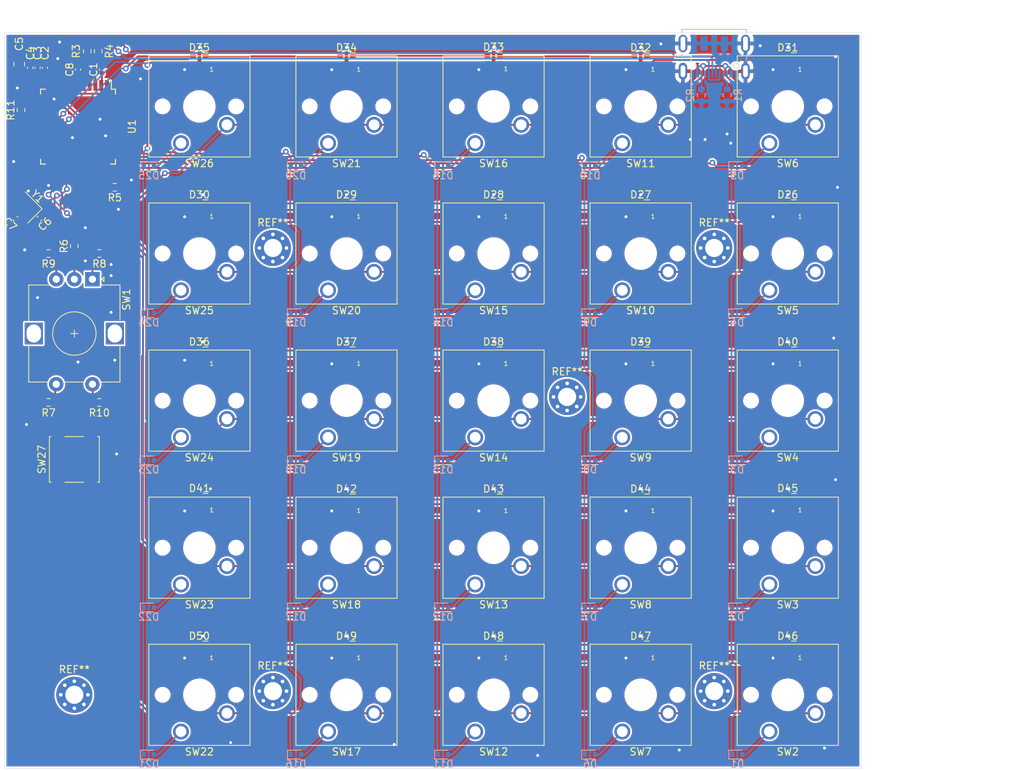
<source format=kicad_pcb>
(kicad_pcb (version 20171130) (host pcbnew "(5.1.8)-1")
  (layers (0 F.Cu signal) (31 B.Cu signal) (34 B.Paste user) (35 F.Paste user) (36 B.SilkS user) (37 F.SilkS user) (38 B.Mask user) (39 F.Mask user) (44 Edge.Cuts user))
  (net 0 "")
  (net 1 GND)
  (net 2 +5V)
  (net 3 "Net-(C6-Pad1)")
  (net 4 "Net-(C7-Pad2)")
  (net 5 "Net-(C8-Pad1)")
  (net 6 "Net-(D1-Pad2)")
  (net 7 /KeyMatrix/COL0)
  (net 8 "Net-(D2-Pad2)")
  (net 9 "Net-(D3-Pad2)")
  (net 10 "Net-(D4-Pad2)")
  (net 11 "Net-(D5-Pad2)")
  (net 12 "Net-(D6-Pad2)")
  (net 13 "Net-(D7-Pad2)")
  (net 14 "Net-(D8-Pad2)")
  (net 15 "Net-(D9-Pad2)")
  (net 16 "Net-(D10-Pad2)")
  (net 17 "Net-(D11-Pad2)")
  (net 18 /KeyMatrix/COL1)
  (net 19 "Net-(D12-Pad2)")
  (net 20 "Net-(D13-Pad2)")
  (net 21 "Net-(D14-Pad2)")
  (net 22 "Net-(D15-Pad2)")
  (net 23 "Net-(D16-Pad2)")
  (net 24 "Net-(D17-Pad2)")
  (net 25 "Net-(D18-Pad2)")
  (net 26 "Net-(D19-Pad2)")
  (net 27 "Net-(D20-Pad2)")
  (net 28 "Net-(D21-Pad2)")
  (net 29 /KeyMatrix/COL2)
  (net 30 "Net-(D22-Pad2)")
  (net 31 "Net-(D23-Pad2)")
  (net 32 "Net-(D24-Pad2)")
  (net 33 "Net-(D25-Pad2)")
  (net 34 "Net-(D26-Pad2)")
  (net 35 /KeyMatrix/COL3)
  (net 36 "Net-(D36-Pad2)")
  (net 37 "Net-(D37-Pad2)")
  (net 38 "Net-(D38-Pad2)")
  (net 39 "Net-(D39-Pad2)")
  (net 40 "Net-(D40-Pad2)")
  (net 41 "Net-(D41-Pad2)")
  (net 42 /KeyMatrix/COL4)
  (net 43 "Net-(D42-Pad2)")
  (net 44 "Net-(D43-Pad2)")
  (net 45 "Net-(D44-Pad2)")
  (net 46 "Net-(D45-Pad2)")
  (net 47 /D+)
  (net 48 /D-)
  (net 49 "Net-(R3-Pad2)")
  (net 50 "Net-(R4-Pad1)")
  (net 51 "Net-(R5-Pad2)")
  (net 52 "Net-(R6-Pad1)")
  (net 53 "Net-(R7-Pad1)")
  (net 54 "Net-(R8-Pad2)")
  (net 55 "Net-(R9-Pad1)")
  (net 56 "Net-(R10-Pad2)")
  (net 57 /KeyMatrix/ROW4)
  (net 58 /KeyMatrix/ROW3)
  (net 59 /KeyMatrix/ROW2)
  (net 60 /KeyMatrix/ROW1)
  (net 61 /KeyMatrix/ROW0)
  (net 62 "Net-(D26-Pad4)")
  (net 63 "Net-(D26-Pad5)")
  (net 64 "Net-(D26-Pad3)")
  (net 65 "Net-(D27-Pad4)")
  (net 66 "Net-(D27-Pad5)")
  (net 67 "Net-(D28-Pad4)")
  (net 68 "Net-(D28-Pad5)")
  (net 69 "Net-(D29-Pad4)")
  (net 70 "Net-(D29-Pad5)")
  (net 71 "Net-(D30-Pad4)")
  (net 72 "Net-(D30-Pad5)")
  (net 73 "Net-(D31-Pad4)")
  (net 74 "Net-(D31-Pad5)")
  (net 75 "Net-(D32-Pad4)")
  (net 76 "Net-(D32-Pad5)")
  (net 77 "Net-(D33-Pad4)")
  (net 78 "Net-(D33-Pad5)")
  (net 79 "Net-(D34-Pad4)")
  (net 80 "Net-(D34-Pad5)")
  (net 81 /LEDs/SD)
  (net 82 /LEDs/CK)
  (net 83 "Net-(D36-Pad3)")
  (net 84 "Net-(D37-Pad3)")
  (net 85 "Net-(D38-Pad3)")
  (net 86 "Net-(D39-Pad3)")
  (net 87 "Net-(D40-Pad3)")
  (net 88 "Net-(D41-Pad3)")
  (net 89 "Net-(D42-Pad3)")
  (net 90 "Net-(D43-Pad3)")
  (net 91 "Net-(D44-Pad3)")
  (net 92 "Net-(D45-Pad3)")
  (net 93 "Net-(D46-Pad4)")
  (net 94 "Net-(D46-Pad5)")
  (net 95 "Net-(D47-Pad4)")
  (net 96 "Net-(D47-Pad5)")
  (net 97 "Net-(D48-Pad4)")
  (net 98 "Net-(D48-Pad5)")
  (net 99 "Net-(D49-Pad4)")
  (net 100 "Net-(D49-Pad5)")
  (net 101 "Net-(R11-Pad2)")
  (net 102 "Net-(J1-Pad9)")
  (net 103 "Net-(J1-Pad3)")
  (module "Downloaded parts:SW_Cherry_MX_1.00u_PCB" (layer F.Cu) (at 121.92 43.18 180)
    (fp_text reference SW11 (at -2.54 -2.794) (layer F.SilkS))
    (fp_text value SW)
    (pad 1 thru_hole circle (at 0 0 180) (size 2.2 2.2) (drill 1.5) (layers *.Cu *.Mask) (net 16 "Net-(D10-Pad2)"))
    (pad 2 thru_hole circle (at -6.35 2.54 180) (size 2.2 2.2) (drill 1.5) (layers *.Cu *.Mask) (net 61 /KeyMatrix/ROW0))
    (pad "" np_thru_hole circle (at -2.54 5.08 180) (size 4 4) (drill 4) (layers *.Cu *.Mask))
    (pad "" np_thru_hole circle (at -7.62 5.08 180) (size 1.7 1.7) (drill 1.7) (layers *.Cu *.Mask))
    (pad "" np_thru_hole circle (at 2.54 5.08 180) (size 1.7 1.7) (drill 1.7) (layers *.Cu *.Mask))
  )
  (module "Downloaded parts:SW_Cherry_MX_1.00u_PCB" (layer F.Cu) (at 60.96 43.18 180)
    (fp_text reference SW26 (at -2.54 -2.794) (layer F.SilkS))
    (fp_text value SW)
    (pad 1 thru_hole circle (at 0 0 180) (size 2.2 2.2) (drill 1.5) (layers *.Cu *.Mask) (net 33 "Net-(D25-Pad2)"))
    (pad 2 thru_hole circle (at -6.35 2.54 180) (size 2.2 2.2) (drill 1.5) (layers *.Cu *.Mask) (net 61 /KeyMatrix/ROW0))
    (pad "" np_thru_hole circle (at -2.54 5.08 180) (size 4 4) (drill 4) (layers *.Cu *.Mask))
    (pad "" np_thru_hole circle (at -7.62 5.08 180) (size 1.7 1.7) (drill 1.7) (layers *.Cu *.Mask))
    (pad "" np_thru_hole circle (at 2.54 5.08 180) (size 1.7 1.7) (drill 1.7) (layers *.Cu *.Mask))
  )
  (module "Downloaded parts:SW_Cherry_MX_1.00u_PCB" (layer F.Cu) (at 60.96 63.5 180)
    (fp_text reference SW25 (at -2.54 -2.794) (layer F.SilkS))
    (fp_text value SW)
    (pad 1 thru_hole circle (at 0 0 180) (size 2.2 2.2) (drill 1.5) (layers *.Cu *.Mask) (net 32 "Net-(D24-Pad2)"))
    (pad 2 thru_hole circle (at -6.35 2.54 180) (size 2.2 2.2) (drill 1.5) (layers *.Cu *.Mask) (net 60 /KeyMatrix/ROW1))
    (pad "" np_thru_hole circle (at -2.54 5.08 180) (size 4 4) (drill 4) (layers *.Cu *.Mask))
    (pad "" np_thru_hole circle (at -7.62 5.08 180) (size 1.7 1.7) (drill 1.7) (layers *.Cu *.Mask))
    (pad "" np_thru_hole circle (at 2.54 5.08 180) (size 1.7 1.7) (drill 1.7) (layers *.Cu *.Mask))
  )
  (module "Downloaded parts:SW_Cherry_MX_1.00u_PCB" (layer F.Cu) (at 60.96 83.82 180)
    (fp_text reference SW24 (at -2.54 -2.794) (layer F.SilkS))
    (fp_text value SW)
    (pad 1 thru_hole circle (at 0 0 180) (size 2.2 2.2) (drill 1.5) (layers *.Cu *.Mask) (net 31 "Net-(D23-Pad2)"))
    (pad 2 thru_hole circle (at -6.35 2.54 180) (size 2.2 2.2) (drill 1.5) (layers *.Cu *.Mask) (net 59 /KeyMatrix/ROW2))
    (pad "" np_thru_hole circle (at -2.54 5.08 180) (size 4 4) (drill 4) (layers *.Cu *.Mask))
    (pad "" np_thru_hole circle (at -7.62 5.08 180) (size 1.7 1.7) (drill 1.7) (layers *.Cu *.Mask))
    (pad "" np_thru_hole circle (at 2.54 5.08 180) (size 1.7 1.7) (drill 1.7) (layers *.Cu *.Mask))
  )
  (module "Downloaded parts:SW_Cherry_MX_1.00u_PCB" (layer F.Cu) (at 60.96 104.14 180)
    (fp_text reference SW23 (at -2.54 -2.794) (layer F.SilkS))
    (fp_text value SW)
    (pad 1 thru_hole circle (at 0 0 180) (size 2.2 2.2) (drill 1.5) (layers *.Cu *.Mask) (net 30 "Net-(D22-Pad2)"))
    (pad 2 thru_hole circle (at -6.35 2.54 180) (size 2.2 2.2) (drill 1.5) (layers *.Cu *.Mask) (net 58 /KeyMatrix/ROW3))
    (pad "" np_thru_hole circle (at -2.54 5.08 180) (size 4 4) (drill 4) (layers *.Cu *.Mask))
    (pad "" np_thru_hole circle (at -7.62 5.08 180) (size 1.7 1.7) (drill 1.7) (layers *.Cu *.Mask))
    (pad "" np_thru_hole circle (at 2.54 5.08 180) (size 1.7 1.7) (drill 1.7) (layers *.Cu *.Mask))
  )
  (module "Downloaded parts:SW_Cherry_MX_1.00u_PCB" (layer F.Cu) (at 60.96 124.46 180)
    (fp_text reference SW22 (at -2.54 -2.794) (layer F.SilkS))
    (fp_text value SW)
    (pad 1 thru_hole circle (at 0 0 180) (size 2.2 2.2) (drill 1.5) (layers *.Cu *.Mask) (net 28 "Net-(D21-Pad2)"))
    (pad 2 thru_hole circle (at -6.35 2.54 180) (size 2.2 2.2) (drill 1.5) (layers *.Cu *.Mask) (net 57 /KeyMatrix/ROW4))
    (pad "" np_thru_hole circle (at -2.54 5.08 180) (size 4 4) (drill 4) (layers *.Cu *.Mask))
    (pad "" np_thru_hole circle (at -7.62 5.08 180) (size 1.7 1.7) (drill 1.7) (layers *.Cu *.Mask))
    (pad "" np_thru_hole circle (at 2.54 5.08 180) (size 1.7 1.7) (drill 1.7) (layers *.Cu *.Mask))
  )
  (module "Downloaded parts:SW_Cherry_MX_1.00u_PCB" (layer F.Cu) (at 81.28 43.18 180)
    (fp_text reference SW21 (at -2.54 -2.794) (layer F.SilkS))
    (fp_text value SW)
    (pad 1 thru_hole circle (at 0 0 180) (size 2.2 2.2) (drill 1.5) (layers *.Cu *.Mask) (net 27 "Net-(D20-Pad2)"))
    (pad 2 thru_hole circle (at -6.35 2.54 180) (size 2.2 2.2) (drill 1.5) (layers *.Cu *.Mask) (net 61 /KeyMatrix/ROW0))
    (pad "" np_thru_hole circle (at -2.54 5.08 180) (size 4 4) (drill 4) (layers *.Cu *.Mask))
    (pad "" np_thru_hole circle (at -7.62 5.08 180) (size 1.7 1.7) (drill 1.7) (layers *.Cu *.Mask))
    (pad "" np_thru_hole circle (at 2.54 5.08 180) (size 1.7 1.7) (drill 1.7) (layers *.Cu *.Mask))
  )
  (module "Downloaded parts:SW_Cherry_MX_1.00u_PCB" (layer F.Cu) (at 81.28 63.5 180)
    (fp_text reference SW20 (at -2.54 -2.794) (layer F.SilkS))
    (fp_text value SW)
    (pad 1 thru_hole circle (at 0 0 180) (size 2.2 2.2) (drill 1.5) (layers *.Cu *.Mask) (net 26 "Net-(D19-Pad2)"))
    (pad 2 thru_hole circle (at -6.35 2.54 180) (size 2.2 2.2) (drill 1.5) (layers *.Cu *.Mask) (net 60 /KeyMatrix/ROW1))
    (pad "" np_thru_hole circle (at -2.54 5.08 180) (size 4 4) (drill 4) (layers *.Cu *.Mask))
    (pad "" np_thru_hole circle (at -7.62 5.08 180) (size 1.7 1.7) (drill 1.7) (layers *.Cu *.Mask))
    (pad "" np_thru_hole circle (at 2.54 5.08 180) (size 1.7 1.7) (drill 1.7) (layers *.Cu *.Mask))
  )
  (module "Downloaded parts:SW_Cherry_MX_1.00u_PCB" (layer F.Cu) (at 81.28 83.82 180)
    (fp_text reference SW19 (at -2.54 -2.794) (layer F.SilkS))
    (fp_text value SW)
    (pad 1 thru_hole circle (at 0 0 180) (size 2.2 2.2) (drill 1.5) (layers *.Cu *.Mask) (net 25 "Net-(D18-Pad2)"))
    (pad 2 thru_hole circle (at -6.35 2.54 180) (size 2.2 2.2) (drill 1.5) (layers *.Cu *.Mask) (net 59 /KeyMatrix/ROW2))
    (pad "" np_thru_hole circle (at -2.54 5.08 180) (size 4 4) (drill 4) (layers *.Cu *.Mask))
    (pad "" np_thru_hole circle (at -7.62 5.08 180) (size 1.7 1.7) (drill 1.7) (layers *.Cu *.Mask))
    (pad "" np_thru_hole circle (at 2.54 5.08 180) (size 1.7 1.7) (drill 1.7) (layers *.Cu *.Mask))
  )
  (module "Downloaded parts:SW_Cherry_MX_1.00u_PCB" (layer F.Cu) (at 81.28 104.14 180)
    (fp_text reference SW18 (at -2.54 -2.794) (layer F.SilkS))
    (fp_text value SW)
    (pad 1 thru_hole circle (at 0 0 180) (size 2.2 2.2) (drill 1.5) (layers *.Cu *.Mask) (net 24 "Net-(D17-Pad2)"))
    (pad 2 thru_hole circle (at -6.35 2.54 180) (size 2.2 2.2) (drill 1.5) (layers *.Cu *.Mask) (net 58 /KeyMatrix/ROW3))
    (pad "" np_thru_hole circle (at -2.54 5.08 180) (size 4 4) (drill 4) (layers *.Cu *.Mask))
    (pad "" np_thru_hole circle (at -7.62 5.08 180) (size 1.7 1.7) (drill 1.7) (layers *.Cu *.Mask))
    (pad "" np_thru_hole circle (at 2.54 5.08 180) (size 1.7 1.7) (drill 1.7) (layers *.Cu *.Mask))
  )
  (module "Downloaded parts:SW_Cherry_MX_1.00u_PCB" (layer F.Cu) (at 81.28 124.46 180)
    (fp_text reference SW17 (at -2.54 -2.794) (layer F.SilkS))
    (fp_text value SW)
    (pad 1 thru_hole circle (at 0 0 180) (size 2.2 2.2) (drill 1.5) (layers *.Cu *.Mask) (net 23 "Net-(D16-Pad2)"))
    (pad 2 thru_hole circle (at -6.35 2.54 180) (size 2.2 2.2) (drill 1.5) (layers *.Cu *.Mask) (net 57 /KeyMatrix/ROW4))
    (pad "" np_thru_hole circle (at -2.54 5.08 180) (size 4 4) (drill 4) (layers *.Cu *.Mask))
    (pad "" np_thru_hole circle (at -7.62 5.08 180) (size 1.7 1.7) (drill 1.7) (layers *.Cu *.Mask))
    (pad "" np_thru_hole circle (at 2.54 5.08 180) (size 1.7 1.7) (drill 1.7) (layers *.Cu *.Mask))
  )
  (module "Downloaded parts:SW_Cherry_MX_1.00u_PCB" (layer F.Cu) (at 101.6 43.18 180)
    (fp_text reference SW16 (at -2.54 -2.794) (layer F.SilkS))
    (fp_text value SW)
    (pad 1 thru_hole circle (at 0 0 180) (size 2.2 2.2) (drill 1.5) (layers *.Cu *.Mask) (net 22 "Net-(D15-Pad2)"))
    (pad 2 thru_hole circle (at -6.35 2.54 180) (size 2.2 2.2) (drill 1.5) (layers *.Cu *.Mask) (net 61 /KeyMatrix/ROW0))
    (pad "" np_thru_hole circle (at -2.54 5.08 180) (size 4 4) (drill 4) (layers *.Cu *.Mask))
    (pad "" np_thru_hole circle (at -7.62 5.08 180) (size 1.7 1.7) (drill 1.7) (layers *.Cu *.Mask))
    (pad "" np_thru_hole circle (at 2.54 5.08 180) (size 1.7 1.7) (drill 1.7) (layers *.Cu *.Mask))
  )
  (module "Downloaded parts:SW_Cherry_MX_1.00u_PCB" (layer F.Cu) (at 101.6 63.5 180)
    (fp_text reference SW15 (at -2.54 -2.794) (layer F.SilkS))
    (fp_text value SW)
    (pad 1 thru_hole circle (at 0 0 180) (size 2.2 2.2) (drill 1.5) (layers *.Cu *.Mask) (net 21 "Net-(D14-Pad2)"))
    (pad 2 thru_hole circle (at -6.35 2.54 180) (size 2.2 2.2) (drill 1.5) (layers *.Cu *.Mask) (net 60 /KeyMatrix/ROW1))
    (pad "" np_thru_hole circle (at -2.54 5.08 180) (size 4 4) (drill 4) (layers *.Cu *.Mask))
    (pad "" np_thru_hole circle (at -7.62 5.08 180) (size 1.7 1.7) (drill 1.7) (layers *.Cu *.Mask))
    (pad "" np_thru_hole circle (at 2.54 5.08 180) (size 1.7 1.7) (drill 1.7) (layers *.Cu *.Mask))
  )
  (module "Downloaded parts:SW_Cherry_MX_1.00u_PCB" (layer F.Cu) (at 101.6 83.82 180)
    (fp_text reference SW14 (at -2.54 -2.794) (layer F.SilkS))
    (fp_text value SW)
    (pad 1 thru_hole circle (at 0 0 180) (size 2.2 2.2) (drill 1.5) (layers *.Cu *.Mask) (net 20 "Net-(D13-Pad2)"))
    (pad 2 thru_hole circle (at -6.35 2.54 180) (size 2.2 2.2) (drill 1.5) (layers *.Cu *.Mask) (net 59 /KeyMatrix/ROW2))
    (pad "" np_thru_hole circle (at -2.54 5.08 180) (size 4 4) (drill 4) (layers *.Cu *.Mask))
    (pad "" np_thru_hole circle (at -7.62 5.08 180) (size 1.7 1.7) (drill 1.7) (layers *.Cu *.Mask))
    (pad "" np_thru_hole circle (at 2.54 5.08 180) (size 1.7 1.7) (drill 1.7) (layers *.Cu *.Mask))
  )
  (module "Downloaded parts:SW_Cherry_MX_1.00u_PCB" (layer F.Cu) (at 101.6 104.14 180)
    (fp_text reference SW13 (at -2.54 -2.794) (layer F.SilkS))
    (fp_text value SW)
    (pad 1 thru_hole circle (at 0 0 180) (size 2.2 2.2) (drill 1.5) (layers *.Cu *.Mask) (net 19 "Net-(D12-Pad2)"))
    (pad 2 thru_hole circle (at -6.35 2.54 180) (size 2.2 2.2) (drill 1.5) (layers *.Cu *.Mask) (net 58 /KeyMatrix/ROW3))
    (pad "" np_thru_hole circle (at -2.54 5.08 180) (size 4 4) (drill 4) (layers *.Cu *.Mask))
    (pad "" np_thru_hole circle (at -7.62 5.08 180) (size 1.7 1.7) (drill 1.7) (layers *.Cu *.Mask))
    (pad "" np_thru_hole circle (at 2.54 5.08 180) (size 1.7 1.7) (drill 1.7) (layers *.Cu *.Mask))
  )
  (module "Downloaded parts:SW_Cherry_MX_1.00u_PCB" (layer F.Cu) (at 101.6 124.46 180)
    (fp_text reference SW12 (at -2.54 -2.794) (layer F.SilkS))
    (fp_text value SW)
    (pad 1 thru_hole circle (at 0 0 180) (size 2.2 2.2) (drill 1.5) (layers *.Cu *.Mask) (net 17 "Net-(D11-Pad2)"))
    (pad 2 thru_hole circle (at -6.35 2.54 180) (size 2.2 2.2) (drill 1.5) (layers *.Cu *.Mask) (net 57 /KeyMatrix/ROW4))
    (pad "" np_thru_hole circle (at -2.54 5.08 180) (size 4 4) (drill 4) (layers *.Cu *.Mask))
    (pad "" np_thru_hole circle (at -7.62 5.08 180) (size 1.7 1.7) (drill 1.7) (layers *.Cu *.Mask))
    (pad "" np_thru_hole circle (at 2.54 5.08 180) (size 1.7 1.7) (drill 1.7) (layers *.Cu *.Mask))
  )
  (module "Downloaded parts:SW_Cherry_MX_1.00u_PCB" (layer F.Cu) (at 121.92 63.5 180)
    (fp_text reference SW10 (at -2.54 -2.794) (layer F.SilkS))
    (fp_text value SW)
    (pad 1 thru_hole circle (at 0 0 180) (size 2.2 2.2) (drill 1.5) (layers *.Cu *.Mask) (net 15 "Net-(D9-Pad2)"))
    (pad 2 thru_hole circle (at -6.35 2.54 180) (size 2.2 2.2) (drill 1.5) (layers *.Cu *.Mask) (net 60 /KeyMatrix/ROW1))
    (pad "" np_thru_hole circle (at -2.54 5.08 180) (size 4 4) (drill 4) (layers *.Cu *.Mask))
    (pad "" np_thru_hole circle (at -7.62 5.08 180) (size 1.7 1.7) (drill 1.7) (layers *.Cu *.Mask))
    (pad "" np_thru_hole circle (at 2.54 5.08 180) (size 1.7 1.7) (drill 1.7) (layers *.Cu *.Mask))
  )
  (module "Downloaded parts:SW_Cherry_MX_1.00u_PCB" (layer F.Cu) (at 121.92 83.82 180)
    (fp_text reference SW9 (at -2.54 -2.794) (layer F.SilkS))
    (fp_text value SW)
    (pad 1 thru_hole circle (at 0 0 180) (size 2.2 2.2) (drill 1.5) (layers *.Cu *.Mask) (net 14 "Net-(D8-Pad2)"))
    (pad 2 thru_hole circle (at -6.35 2.54 180) (size 2.2 2.2) (drill 1.5) (layers *.Cu *.Mask) (net 59 /KeyMatrix/ROW2))
    (pad "" np_thru_hole circle (at -2.54 5.08 180) (size 4 4) (drill 4) (layers *.Cu *.Mask))
    (pad "" np_thru_hole circle (at -7.62 5.08 180) (size 1.7 1.7) (drill 1.7) (layers *.Cu *.Mask))
    (pad "" np_thru_hole circle (at 2.54 5.08 180) (size 1.7 1.7) (drill 1.7) (layers *.Cu *.Mask))
  )
  (module "Downloaded parts:SW_Cherry_MX_1.00u_PCB" (layer F.Cu) (at 121.92 104.14 180)
    (fp_text reference SW8 (at -2.54 -2.794) (layer F.SilkS))
    (fp_text value SW)
    (pad 1 thru_hole circle (at 0 0 180) (size 2.2 2.2) (drill 1.5) (layers *.Cu *.Mask) (net 13 "Net-(D7-Pad2)"))
    (pad 2 thru_hole circle (at -6.35 2.54 180) (size 2.2 2.2) (drill 1.5) (layers *.Cu *.Mask) (net 58 /KeyMatrix/ROW3))
    (pad "" np_thru_hole circle (at -2.54 5.08 180) (size 4 4) (drill 4) (layers *.Cu *.Mask))
    (pad "" np_thru_hole circle (at -7.62 5.08 180) (size 1.7 1.7) (drill 1.7) (layers *.Cu *.Mask))
    (pad "" np_thru_hole circle (at 2.54 5.08 180) (size 1.7 1.7) (drill 1.7) (layers *.Cu *.Mask))
  )
  (module "Downloaded parts:SW_Cherry_MX_1.00u_PCB" (layer F.Cu) (at 121.92 124.46 180)
    (fp_text reference SW7 (at -2.54 -2.794) (layer F.SilkS))
    (fp_text value SW)
    (pad 1 thru_hole circle (at 0 0 180) (size 2.2 2.2) (drill 1.5) (layers *.Cu *.Mask) (net 12 "Net-(D6-Pad2)"))
    (pad 2 thru_hole circle (at -6.35 2.54 180) (size 2.2 2.2) (drill 1.5) (layers *.Cu *.Mask) (net 57 /KeyMatrix/ROW4))
    (pad "" np_thru_hole circle (at -2.54 5.08 180) (size 4 4) (drill 4) (layers *.Cu *.Mask))
    (pad "" np_thru_hole circle (at -7.62 5.08 180) (size 1.7 1.7) (drill 1.7) (layers *.Cu *.Mask))
    (pad "" np_thru_hole circle (at 2.54 5.08 180) (size 1.7 1.7) (drill 1.7) (layers *.Cu *.Mask))
  )
  (module "Downloaded parts:SW_Cherry_MX_1.00u_PCB" (layer F.Cu) (at 142.24 43.18 180)
    (fp_text reference SW6 (at -2.54 -2.794) (layer F.SilkS))
    (fp_text value SW)
    (pad 1 thru_hole circle (at 0 0 180) (size 2.2 2.2) (drill 1.5) (layers *.Cu *.Mask) (net 11 "Net-(D5-Pad2)"))
    (pad 2 thru_hole circle (at -6.35 2.54 180) (size 2.2 2.2) (drill 1.5) (layers *.Cu *.Mask) (net 61 /KeyMatrix/ROW0))
    (pad "" np_thru_hole circle (at -2.54 5.08 180) (size 4 4) (drill 4) (layers *.Cu *.Mask))
    (pad "" np_thru_hole circle (at -7.62 5.08 180) (size 1.7 1.7) (drill 1.7) (layers *.Cu *.Mask))
    (pad "" np_thru_hole circle (at 2.54 5.08 180) (size 1.7 1.7) (drill 1.7) (layers *.Cu *.Mask))
  )
  (module "Downloaded parts:SW_Cherry_MX_1.00u_PCB" (layer F.Cu) (at 142.24 63.5 180)
    (fp_text reference SW5 (at -2.54 -2.794) (layer F.SilkS))
    (fp_text value SW)
    (pad 1 thru_hole circle (at 0 0 180) (size 2.2 2.2) (drill 1.5) (layers *.Cu *.Mask) (net 10 "Net-(D4-Pad2)"))
    (pad 2 thru_hole circle (at -6.35 2.54 180) (size 2.2 2.2) (drill 1.5) (layers *.Cu *.Mask) (net 60 /KeyMatrix/ROW1))
    (pad "" np_thru_hole circle (at -2.54 5.08 180) (size 4 4) (drill 4) (layers *.Cu *.Mask))
    (pad "" np_thru_hole circle (at -7.62 5.08 180) (size 1.7 1.7) (drill 1.7) (layers *.Cu *.Mask))
    (pad "" np_thru_hole circle (at 2.54 5.08 180) (size 1.7 1.7) (drill 1.7) (layers *.Cu *.Mask))
  )
  (module "Downloaded parts:SW_Cherry_MX_1.00u_PCB" (layer F.Cu) (at 142.24 83.82 180)
    (fp_text reference SW4 (at -2.54 -2.794) (layer F.SilkS))
    (fp_text value SW)
    (pad 1 thru_hole circle (at 0 0 180) (size 2.2 2.2) (drill 1.5) (layers *.Cu *.Mask) (net 9 "Net-(D3-Pad2)"))
    (pad 2 thru_hole circle (at -6.35 2.54 180) (size 2.2 2.2) (drill 1.5) (layers *.Cu *.Mask) (net 59 /KeyMatrix/ROW2))
    (pad "" np_thru_hole circle (at -2.54 5.08 180) (size 4 4) (drill 4) (layers *.Cu *.Mask))
    (pad "" np_thru_hole circle (at -7.62 5.08 180) (size 1.7 1.7) (drill 1.7) (layers *.Cu *.Mask))
    (pad "" np_thru_hole circle (at 2.54 5.08 180) (size 1.7 1.7) (drill 1.7) (layers *.Cu *.Mask))
  )
  (module "Downloaded parts:SW_Cherry_MX_1.00u_PCB" (layer F.Cu) (at 142.24 104.14 180)
    (fp_text reference SW3 (at -2.54 -2.794) (layer F.SilkS))
    (fp_text value SW)
    (pad 1 thru_hole circle (at 0 0 180) (size 2.2 2.2) (drill 1.5) (layers *.Cu *.Mask) (net 8 "Net-(D2-Pad2)"))
    (pad 2 thru_hole circle (at -6.35 2.54 180) (size 2.2 2.2) (drill 1.5) (layers *.Cu *.Mask) (net 58 /KeyMatrix/ROW3))
    (pad "" np_thru_hole circle (at -2.54 5.08 180) (size 4 4) (drill 4) (layers *.Cu *.Mask))
    (pad "" np_thru_hole circle (at -7.62 5.08 180) (size 1.7 1.7) (drill 1.7) (layers *.Cu *.Mask))
    (pad "" np_thru_hole circle (at 2.54 5.08 180) (size 1.7 1.7) (drill 1.7) (layers *.Cu *.Mask))
  )
  (module "Downloaded parts:SW_Cherry_MX_1.00u_PCB" (layer F.Cu) (at 142.24 124.46 180)
    (fp_text reference SW2 (at -2.54 -2.794) (layer F.SilkS))
    (fp_text value SW)
    (pad 1 thru_hole circle (at 0 0 180) (size 2.2 2.2) (drill 1.5) (layers *.Cu *.Mask) (net 6 "Net-(D1-Pad2)"))
    (pad 2 thru_hole circle (at -6.35 2.54 180) (size 2.2 2.2) (drill 1.5) (layers *.Cu *.Mask) (net 57 /KeyMatrix/ROW4))
    (pad "" np_thru_hole circle (at -2.54 5.08 180) (size 4 4) (drill 4) (layers *.Cu *.Mask))
    (pad "" np_thru_hole circle (at -7.62 5.08 180) (size 1.7 1.7) (drill 1.7) (layers *.Cu *.Mask))
    (pad "" np_thru_hole circle (at 2.54 5.08 180) (size 1.7 1.7) (drill 1.7) (layers *.Cu *.Mask))
  )
  (module MountingHole:MountingHole_2.5mm_Pad_Via (layer F.Cu) (at 46.228 119.38)
    (fp_text reference REF** (at 0 -3.5) (layer F.SilkS))
    (fp_text value MountingHole_2.5mm_Pad_Via)
    (pad 1 thru_hole circle (at 1.325825 -1.325825) (size 0.8 0.8) (drill 0.5) (layers *.Cu *.Mask))
    (pad 1 thru_hole circle (at 0 -1.875) (size 0.8 0.8) (drill 0.5) (layers *.Cu *.Mask))
    (pad 1 thru_hole circle (at -1.325825 -1.325825) (size 0.8 0.8) (drill 0.5) (layers *.Cu *.Mask))
    (pad 1 thru_hole circle (at -1.875 0) (size 0.8 0.8) (drill 0.5) (layers *.Cu *.Mask))
    (pad 1 thru_hole circle (at -1.325825 1.325825) (size 0.8 0.8) (drill 0.5) (layers *.Cu *.Mask))
    (pad 1 thru_hole circle (at 0 1.875) (size 0.8 0.8) (drill 0.5) (layers *.Cu *.Mask))
    (pad 1 thru_hole circle (at 1.325825 1.325825) (size 0.8 0.8) (drill 0.5) (layers *.Cu *.Mask))
    (pad 1 thru_hole circle (at 1.875 0) (size 0.8 0.8) (drill 0.5) (layers *.Cu *.Mask))
    (pad 1 thru_hole circle (at 0 0) (size 5 5) (drill 2.5) (layers *.Cu *.Mask))
  )
  (module MountingHole:MountingHole_2.5mm_Pad_Via (layer F.Cu) (at 114.3 78.232)
    (fp_text reference REF** (at 0 -3.5) (layer F.SilkS))
    (fp_text value MountingHole_2.5mm_Pad_Via)
    (pad 1 thru_hole circle (at 1.325825 -1.325825) (size 0.8 0.8) (drill 0.5) (layers *.Cu *.Mask))
    (pad 1 thru_hole circle (at 0 -1.875) (size 0.8 0.8) (drill 0.5) (layers *.Cu *.Mask))
    (pad 1 thru_hole circle (at -1.325825 -1.325825) (size 0.8 0.8) (drill 0.5) (layers *.Cu *.Mask))
    (pad 1 thru_hole circle (at -1.875 0) (size 0.8 0.8) (drill 0.5) (layers *.Cu *.Mask))
    (pad 1 thru_hole circle (at -1.325825 1.325825) (size 0.8 0.8) (drill 0.5) (layers *.Cu *.Mask))
    (pad 1 thru_hole circle (at 0 1.875) (size 0.8 0.8) (drill 0.5) (layers *.Cu *.Mask))
    (pad 1 thru_hole circle (at 1.325825 1.325825) (size 0.8 0.8) (drill 0.5) (layers *.Cu *.Mask))
    (pad 1 thru_hole circle (at 1.875 0) (size 0.8 0.8) (drill 0.5) (layers *.Cu *.Mask))
    (pad 1 thru_hole circle (at 0 0) (size 5 5) (drill 2.5) (layers *.Cu *.Mask))
  )
  (module MountingHole:MountingHole_2.5mm_Pad_Via (layer F.Cu) (at 73.66 118.872)
    (fp_text reference REF** (at 0 -3.5) (layer F.SilkS))
    (fp_text value MountingHole_2.5mm_Pad_Via)
    (pad 1 thru_hole circle (at 1.325825 -1.325825) (size 0.8 0.8) (drill 0.5) (layers *.Cu *.Mask))
    (pad 1 thru_hole circle (at 0 -1.875) (size 0.8 0.8) (drill 0.5) (layers *.Cu *.Mask))
    (pad 1 thru_hole circle (at -1.325825 -1.325825) (size 0.8 0.8) (drill 0.5) (layers *.Cu *.Mask))
    (pad 1 thru_hole circle (at -1.875 0) (size 0.8 0.8) (drill 0.5) (layers *.Cu *.Mask))
    (pad 1 thru_hole circle (at -1.325825 1.325825) (size 0.8 0.8) (drill 0.5) (layers *.Cu *.Mask))
    (pad 1 thru_hole circle (at 0 1.875) (size 0.8 0.8) (drill 0.5) (layers *.Cu *.Mask))
    (pad 1 thru_hole circle (at 1.325825 1.325825) (size 0.8 0.8) (drill 0.5) (layers *.Cu *.Mask))
    (pad 1 thru_hole circle (at 1.875 0) (size 0.8 0.8) (drill 0.5) (layers *.Cu *.Mask))
    (pad 1 thru_hole circle (at 0 0) (size 5 5) (drill 2.5) (layers *.Cu *.Mask))
  )
  (module MountingHole:MountingHole_2.5mm_Pad_Via (layer F.Cu) (at 134.62 118.872)
    (fp_text reference REF** (at 0 -3.5) (layer F.SilkS))
    (fp_text value MountingHole_2.5mm_Pad_Via)
    (pad 1 thru_hole circle (at 1.325825 -1.325825) (size 0.8 0.8) (drill 0.5) (layers *.Cu *.Mask))
    (pad 1 thru_hole circle (at 0 -1.875) (size 0.8 0.8) (drill 0.5) (layers *.Cu *.Mask))
    (pad 1 thru_hole circle (at -1.325825 -1.325825) (size 0.8 0.8) (drill 0.5) (layers *.Cu *.Mask))
    (pad 1 thru_hole circle (at -1.875 0) (size 0.8 0.8) (drill 0.5) (layers *.Cu *.Mask))
    (pad 1 thru_hole circle (at -1.325825 1.325825) (size 0.8 0.8) (drill 0.5) (layers *.Cu *.Mask))
    (pad 1 thru_hole circle (at 0 1.875) (size 0.8 0.8) (drill 0.5) (layers *.Cu *.Mask))
    (pad 1 thru_hole circle (at 1.325825 1.325825) (size 0.8 0.8) (drill 0.5) (layers *.Cu *.Mask))
    (pad 1 thru_hole circle (at 1.875 0) (size 0.8 0.8) (drill 0.5) (layers *.Cu *.Mask))
    (pad 1 thru_hole circle (at 0 0) (size 5 5) (drill 2.5) (layers *.Cu *.Mask))
  )
  (module MountingHole:MountingHole_2.5mm_Pad_Via (layer F.Cu) (at 134.62 57.658)
    (fp_text reference REF** (at 0 -3.5) (layer F.SilkS))
    (fp_text value MountingHole_2.5mm_Pad_Via)
    (pad 1 thru_hole circle (at 1.325825 -1.325825) (size 0.8 0.8) (drill 0.5) (layers *.Cu *.Mask))
    (pad 1 thru_hole circle (at 0 -1.875) (size 0.8 0.8) (drill 0.5) (layers *.Cu *.Mask))
    (pad 1 thru_hole circle (at -1.325825 -1.325825) (size 0.8 0.8) (drill 0.5) (layers *.Cu *.Mask))
    (pad 1 thru_hole circle (at -1.875 0) (size 0.8 0.8) (drill 0.5) (layers *.Cu *.Mask))
    (pad 1 thru_hole circle (at -1.325825 1.325825) (size 0.8 0.8) (drill 0.5) (layers *.Cu *.Mask))
    (pad 1 thru_hole circle (at 0 1.875) (size 0.8 0.8) (drill 0.5) (layers *.Cu *.Mask))
    (pad 1 thru_hole circle (at 1.325825 1.325825) (size 0.8 0.8) (drill 0.5) (layers *.Cu *.Mask))
    (pad 1 thru_hole circle (at 1.875 0) (size 0.8 0.8) (drill 0.5) (layers *.Cu *.Mask))
    (pad 1 thru_hole circle (at 0 0) (size 5 5) (drill 2.5) (layers *.Cu *.Mask))
  )
  (module MountingHole:MountingHole_2.5mm_Pad_Via (layer F.Cu) (at 73.66 57.658)
    (fp_text reference REF** (at 0 -3.5) (layer F.SilkS))
    (fp_text value MountingHole_2.5mm_Pad_Via)
    (pad 1 thru_hole circle (at 1.325825 -1.325825) (size 0.8 0.8) (drill 0.5) (layers *.Cu *.Mask))
    (pad 1 thru_hole circle (at 0 -1.875) (size 0.8 0.8) (drill 0.5) (layers *.Cu *.Mask))
    (pad 1 thru_hole circle (at -1.325825 -1.325825) (size 0.8 0.8) (drill 0.5) (layers *.Cu *.Mask))
    (pad 1 thru_hole circle (at -1.875 0) (size 0.8 0.8) (drill 0.5) (layers *.Cu *.Mask))
    (pad 1 thru_hole circle (at -1.325825 1.325825) (size 0.8 0.8) (drill 0.5) (layers *.Cu *.Mask))
    (pad 1 thru_hole circle (at 0 1.875) (size 0.8 0.8) (drill 0.5) (layers *.Cu *.Mask))
    (pad 1 thru_hole circle (at 1.325825 1.325825) (size 0.8 0.8) (drill 0.5) (layers *.Cu *.Mask))
    (pad 1 thru_hole circle (at 1.875 0) (size 0.8 0.8) (drill 0.5) (layers *.Cu *.Mask))
    (pad 1 thru_hole circle (at 0 0) (size 5 5) (drill 2.5) (layers *.Cu *.Mask))
  )
  (module "Downloaded parts:JAE_DX07S016JA1R1500" (layer B.Cu) (at 134.62 32.512)
    (fp_text reference J1 (at -1.325 3.385) (layer B.SilkS) (effects (font (thickness 0.015)) (justify mirror)))
    (fp_text value DX07S016JA1R1500)
    (fp_line (start 2.875 0.315) (end 3.125 0.315) (layer Edge.Cuts) (width 0.1))
    (fp_line (start 3.125 -0.315) (end 2.875 -0.315) (layer Edge.Cuts) (width 0.1))
    (fp_arc (start 2.875 0) (end 2.875 0.315) (angle 90) (layer Edge.Cuts) (width 0.1))
    (fp_arc (start 2.875 0) (end 2.56 0) (angle 90) (layer Edge.Cuts) (width 0.1))
    (fp_arc (start 3.125 0) (end 3.125 -0.315) (angle 90) (layer Edge.Cuts) (width 0.1))
    (fp_arc (start 3.125 0) (end 3.44 0) (angle 90) (layer Edge.Cuts) (width 0.1))
    (pad S6 thru_hole oval (at 4.32 -3.1) (size 1.2 2.4) (drill oval 0.65 1.95) (layers *.Cu *.Mask) (net 1 GND))
    (pad S5 thru_hole oval (at -4.32 -3.1) (size 1.2 2.4) (drill oval 0.65 1.95) (layers *.Cu *.Mask) (net 1 GND))
    (pad S4 thru_hole oval (at 4.32 0.725) (size 1.158 2.316) (drill oval 0.65 1.65) (layers *.Cu *.Mask) (net 1 GND))
    (pad S3 thru_hole oval (at -4.32 0.725) (size 1.158 2.316) (drill oval 0.65 1.65) (layers *.Cu *.Mask) (net 1 GND))
    (pad None np_thru_hole circle (at -3 0) (size 0.63 0.63) (drill 0.63) (layers *.Cu *.Mask))
    (pad S2 smd rect (at 1.4 -3.1) (size 1 2) (layers B.Cu B.Paste B.Mask) (net 1 GND))
    (pad S1 smd rect (at -1.4 -3.1) (size 1 2) (layers B.Cu B.Paste B.Mask) (net 1 GND))
    (pad None np_thru_hole circle (at 3 0) (size 0.63 0.63) (drill 0.63) (layers *.Cu *.Mask))
    (pad None np_thru_hole circle (at 3 0) (size 0.6 0.6) (drill 0.6) (layers *.Cu *.Mask))
    (pad 9 smd rect (at 1.25 1.1) (size 0.27 1) (layers B.Cu B.Paste B.Mask) (net 102 "Net-(J1-Pad9)"))
    (pad 8 smd rect (at 0.75 1.1) (size 0.27 1) (layers B.Cu B.Paste B.Mask) (net 48 /D-))
    (pad 7 smd rect (at 0.25 1.1) (size 0.27 1) (layers B.Cu B.Paste B.Mask) (net 47 /D+))
    (pad 6 smd rect (at -0.25 1.1) (size 0.27 1) (layers B.Cu B.Paste B.Mask) (net 47 /D+))
    (pad 5 smd rect (at -0.75 1.1) (size 0.27 1) (layers B.Cu B.Paste B.Mask) (net 48 /D-))
    (pad 4 smd rect (at -1.25 1.1) (size 0.27 1) (layers B.Cu B.Paste B.Mask))
    (pad 10 smd rect (at 1.75 1.1) (size 0.27 1) (layers B.Cu B.Paste B.Mask))
    (pad 3 smd rect (at -1.75 1.1) (size 0.27 1) (layers B.Cu B.Paste B.Mask) (net 103 "Net-(J1-Pad3)"))
    (pad 11 smd rect (at 2.35 1.1) (size 0.52 1) (layers B.Cu B.Paste B.Mask) (net 2 +5V))
    (pad 2 smd rect (at -2.35 1.1) (size 0.52 1) (layers B.Cu B.Paste B.Mask) (net 2 +5V))
    (pad 12 smd rect (at 3.1 1.1) (size 0.52 1) (layers B.Cu B.Paste B.Mask) (net 1 GND))
    (pad 1 smd rect (at -3.1 1.1) (size 0.52 1) (layers B.Cu B.Paste B.Mask) (net 1 GND))
  )
  (module Resistor_SMD:R_0603_1608Metric (layer F.Cu) (at 38.862 38.608 90)
    (fp_text reference R11 (at 0 -1.43 90) (layer F.SilkS))
    (fp_text value 10k)
    (pad 2 smd roundrect (at 0.825 0 90) (size 0.8 0.95) (layers F.Cu F.Paste F.Mask) (net 101 "Net-(R11-Pad2)"))
    (pad 1 smd roundrect (at -0.825 0 90) (size 0.8 0.95) (layers F.Cu F.Paste F.Mask) (net 2 +5V))
  )
  (module Button_Switch_SMD:SW_SPST_B3S-1000 (layer F.Cu) (at 46.228 86.868 90)
    (fp_text reference SW27 (at 0 -4.5 90) (layer F.SilkS))
    (fp_text value SW_Push)
    (pad 2 smd rect (at 3.975 2.25 90) (size 1.55 1.3) (layers F.Cu F.Paste F.Mask) (net 1 GND))
    (pad 2 smd rect (at -3.975 2.25 90) (size 1.55 1.3) (layers F.Cu F.Paste F.Mask) (net 1 GND))
    (pad 1 smd rect (at 3.975 -2.25 90) (size 1.55 1.3) (layers F.Cu F.Paste F.Mask) (net 101 "Net-(R11-Pad2)"))
    (pad 1 smd rect (at -3.975 -2.25 90) (size 1.55 1.3) (layers F.Cu F.Paste F.Mask) (net 101 "Net-(R11-Pad2)"))
  )
  (module Resistor_SMD:R_0603_1608Metric (layer F.Cu) (at 49.6805 78.994 180)
    (fp_text reference R10 (at 0 -1.43) (layer F.SilkS))
    (fp_text value 20k)
    (pad 2 smd roundrect (at 0.825 0 180) (size 0.8 0.95) (layers F.Cu F.Paste F.Mask) (net 56 "Net-(R10-Pad2)"))
    (pad 1 smd roundrect (at -0.825 0 180) (size 0.8 0.95) (layers F.Cu F.Paste F.Mask) (net 2 +5V))
  )
  (module Resistor_SMD:R_0603_1608Metric (layer F.Cu) (at 42.672 58.42 180)
    (fp_text reference R9 (at 0 -1.43) (layer F.SilkS))
    (fp_text value 10k)
    (pad 2 smd roundrect (at 0.825 0 180) (size 0.8 0.95) (layers F.Cu F.Paste F.Mask) (net 1 GND))
    (pad 1 smd roundrect (at -0.825 0 180) (size 0.8 0.95) (layers F.Cu F.Paste F.Mask) (net 55 "Net-(R9-Pad1)"))
  )
  (module Resistor_SMD:R_0603_1608Metric (layer F.Cu) (at 49.6805 58.42 180)
    (fp_text reference R8 (at 0 -1.43) (layer F.SilkS))
    (fp_text value 10k)
    (pad 2 smd roundrect (at 0.825 0 180) (size 0.8 0.95) (layers F.Cu F.Paste F.Mask) (net 54 "Net-(R8-Pad2)"))
    (pad 1 smd roundrect (at -0.825 0 180) (size 0.8 0.95) (layers F.Cu F.Paste F.Mask) (net 1 GND))
  )
  (module Resistor_SMD:R_0603_1608Metric (layer F.Cu) (at 42.672 78.994 180)
    (fp_text reference R7 (at 0 -1.43) (layer F.SilkS))
    (fp_text value 10k)
    (pad 2 smd roundrect (at 0.825 0 180) (size 0.8 0.95) (layers F.Cu F.Paste F.Mask) (net 1 GND))
    (pad 1 smd roundrect (at -0.825 0 180) (size 0.8 0.95) (layers F.Cu F.Paste F.Mask) (net 53 "Net-(R7-Pad1)"))
  )
  (module Resistor_SMD:R_0603_1608Metric (layer F.Cu) (at 46.228 57.404 90)
    (fp_text reference R6 (at 0 -1.43 90) (layer F.SilkS))
    (fp_text value 20k)
    (pad 2 smd roundrect (at 0.825 0 90) (size 0.8 0.95) (layers F.Cu F.Paste F.Mask) (net 2 +5V))
    (pad 1 smd roundrect (at -0.825 0 90) (size 0.8 0.95) (layers F.Cu F.Paste F.Mask) (net 52 "Net-(R6-Pad1)"))
  )
  (module Resistor_SMD:R_0603_1608Metric (layer F.Cu) (at 51.816 49.276 180)
    (fp_text reference R5 (at 0 -1.43) (layer F.SilkS))
    (fp_text value 10k)
    (pad 2 smd roundrect (at 0.825 0 180) (size 0.8 0.95) (layers F.Cu F.Paste F.Mask) (net 51 "Net-(R5-Pad2)"))
    (pad 1 smd roundrect (at -0.825 0 180) (size 0.8 0.95) (layers F.Cu F.Paste F.Mask) (net 1 GND))
  )
  (module Resistor_SMD:R_0603_1608Metric (layer F.Cu) (at 49.53 30.48 90)
    (fp_text reference R4 (at 0 1.524 270) (layer F.SilkS))
    (fp_text value 22)
    (pad 2 smd roundrect (at 0.825 0 90) (size 0.8 0.95) (layers F.Cu F.Paste F.Mask) (net 48 /D-))
    (pad 1 smd roundrect (at -0.825 0 90) (size 0.8 0.95) (layers F.Cu F.Paste F.Mask) (net 50 "Net-(R4-Pad1)"))
  )
  (module Resistor_SMD:R_0603_1608Metric (layer F.Cu) (at 48.006 30.48 270)
    (fp_text reference R3 (at 0 1.524 270) (layer F.SilkS))
    (fp_text value 22)
    (pad 2 smd roundrect (at 0.825 0 270) (size 0.8 0.95) (layers F.Cu F.Paste F.Mask) (net 49 "Net-(R3-Pad2)"))
    (pad 1 smd roundrect (at -0.825 0 270) (size 0.8 0.95) (layers F.Cu F.Paste F.Mask) (net 47 /D+))
  )
  (module Resistor_SMD:R_0603_1608Metric (layer B.Cu) (at 132.842 36.576 90)
    (fp_text reference R2 (at 0 -1.524 90) (layer B.SilkS) (effects (justify mirror)))
    (fp_text value 5.1k)
    (pad 2 smd roundrect (at 0.825 0 90) (size 0.8 0.95) (layers B.Cu B.Paste B.Mask) (net 103 "Net-(J1-Pad3)"))
    (pad 1 smd roundrect (at -0.825 0 90) (size 0.8 0.95) (layers B.Cu B.Paste B.Mask) (net 1 GND))
  )
  (module Resistor_SMD:R_0603_1608Metric (layer B.Cu) (at 136.398 36.576 90)
    (fp_text reference R1 (at 0 1.524 90) (layer B.SilkS) (effects (justify mirror)))
    (fp_text value 5.1k)
    (pad 2 smd roundrect (at 0.825 0 90) (size 0.8 0.95) (layers B.Cu B.Paste B.Mask) (net 102 "Net-(J1-Pad9)"))
    (pad 1 smd roundrect (at -0.825 0 90) (size 0.8 0.95) (layers B.Cu B.Paste B.Mask) (net 1 GND))
  )
  (module Crystal:Crystal_SMD_2520-4Pin_2.5x2.0mm (layer F.Cu) (at 39.624 52.07 135)
    (fp_text reference Y1 (at 0 2.155261 315) (layer F.SilkS))
    (fp_text value 16MHz)
    (pad 4 smd rect (at -0.875 -0.7 135) (size 1.15 1) (layers F.Cu F.Paste F.Mask))
    (pad 3 smd rect (at 0.875 -0.7 135) (size 1.15 1) (layers F.Cu F.Paste F.Mask) (net 4 "Net-(C7-Pad2)"))
    (pad 2 smd rect (at 0.875 0.7 135) (size 1.15 1) (layers F.Cu F.Paste F.Mask) (net 1 GND))
    (pad 1 smd rect (at -0.875 0.7 135) (size 1.15 1) (layers F.Cu F.Paste F.Mask) (net 3 "Net-(C6-Pad1)"))
  )
  (module Diode_SMD:D_SOD-523 (layer B.Cu) (at 56.515 46.355)
    (fp_text reference D25 (at 0 1.3) (layer B.SilkS) (effects (justify mirror)))
    (fp_text value D)
    (pad 1 smd rect (at -0.7 0 180) (size 0.6 0.7) (layers B.Cu B.Paste B.Mask) (net 42 /KeyMatrix/COL4))
    (pad 2 smd rect (at 0.7 0 180) (size 0.6 0.7) (layers B.Cu B.Paste B.Mask) (net 33 "Net-(D25-Pad2)"))
  )
  (module Diode_SMD:D_SOD-523 (layer B.Cu) (at 56.515 66.675)
    (fp_text reference D24 (at 0 1.3) (layer B.SilkS) (effects (justify mirror)))
    (fp_text value D)
    (pad 1 smd rect (at -0.7 0 180) (size 0.6 0.7) (layers B.Cu B.Paste B.Mask) (net 42 /KeyMatrix/COL4))
    (pad 2 smd rect (at 0.7 0 180) (size 0.6 0.7) (layers B.Cu B.Paste B.Mask) (net 32 "Net-(D24-Pad2)"))
  )
  (module Diode_SMD:D_SOD-523 (layer B.Cu) (at 56.515 86.995)
    (fp_text reference D23 (at 0 1.3) (layer B.SilkS) (effects (justify mirror)))
    (fp_text value D)
    (pad 1 smd rect (at -0.7 0 180) (size 0.6 0.7) (layers B.Cu B.Paste B.Mask) (net 42 /KeyMatrix/COL4))
    (pad 2 smd rect (at 0.7 0 180) (size 0.6 0.7) (layers B.Cu B.Paste B.Mask) (net 31 "Net-(D23-Pad2)"))
  )
  (module Diode_SMD:D_SOD-523 (layer B.Cu) (at 56.515 107.315)
    (fp_text reference D22 (at 0 1.3) (layer B.SilkS) (effects (justify mirror)))
    (fp_text value D)
    (pad 1 smd rect (at -0.7 0 180) (size 0.6 0.7) (layers B.Cu B.Paste B.Mask) (net 42 /KeyMatrix/COL4))
    (pad 2 smd rect (at 0.7 0 180) (size 0.6 0.7) (layers B.Cu B.Paste B.Mask) (net 30 "Net-(D22-Pad2)"))
  )
  (module Diode_SMD:D_SOD-523 (layer B.Cu) (at 56.515 127.635)
    (fp_text reference D21 (at 0 1.3) (layer B.SilkS) (effects (justify mirror)))
    (fp_text value D)
    (pad 1 smd rect (at -0.7 0 180) (size 0.6 0.7) (layers B.Cu B.Paste B.Mask) (net 42 /KeyMatrix/COL4))
    (pad 2 smd rect (at 0.7 0 180) (size 0.6 0.7) (layers B.Cu B.Paste B.Mask) (net 28 "Net-(D21-Pad2)"))
  )
  (module Diode_SMD:D_SOD-523 (layer B.Cu) (at 76.835 46.355)
    (fp_text reference D20 (at 0 1.3) (layer B.SilkS) (effects (justify mirror)))
    (fp_text value D)
    (pad 1 smd rect (at -0.7 0 180) (size 0.6 0.7) (layers B.Cu B.Paste B.Mask) (net 35 /KeyMatrix/COL3))
    (pad 2 smd rect (at 0.7 0 180) (size 0.6 0.7) (layers B.Cu B.Paste B.Mask) (net 27 "Net-(D20-Pad2)"))
  )
  (module Diode_SMD:D_SOD-523 (layer B.Cu) (at 76.835 66.675)
    (fp_text reference D19 (at 0 1.3) (layer B.SilkS) (effects (justify mirror)))
    (fp_text value D)
    (pad 1 smd rect (at -0.7 0 180) (size 0.6 0.7) (layers B.Cu B.Paste B.Mask) (net 35 /KeyMatrix/COL3))
    (pad 2 smd rect (at 0.7 0 180) (size 0.6 0.7) (layers B.Cu B.Paste B.Mask) (net 26 "Net-(D19-Pad2)"))
  )
  (module Diode_SMD:D_SOD-523 (layer B.Cu) (at 76.835 86.995)
    (fp_text reference D18 (at 0 1.3) (layer B.SilkS) (effects (justify mirror)))
    (fp_text value D)
    (pad 1 smd rect (at -0.7 0 180) (size 0.6 0.7) (layers B.Cu B.Paste B.Mask) (net 35 /KeyMatrix/COL3))
    (pad 2 smd rect (at 0.7 0 180) (size 0.6 0.7) (layers B.Cu B.Paste B.Mask) (net 25 "Net-(D18-Pad2)"))
  )
  (module Diode_SMD:D_SOD-523 (layer B.Cu) (at 76.835 107.315)
    (fp_text reference D17 (at 0 1.3) (layer B.SilkS) (effects (justify mirror)))
    (fp_text value D)
    (pad 1 smd rect (at -0.7 0 180) (size 0.6 0.7) (layers B.Cu B.Paste B.Mask) (net 35 /KeyMatrix/COL3))
    (pad 2 smd rect (at 0.7 0 180) (size 0.6 0.7) (layers B.Cu B.Paste B.Mask) (net 24 "Net-(D17-Pad2)"))
  )
  (module Diode_SMD:D_SOD-523 (layer B.Cu) (at 76.835 127.635)
    (fp_text reference D16 (at 0 1.3) (layer B.SilkS) (effects (justify mirror)))
    (fp_text value D)
    (pad 1 smd rect (at -0.7 0 180) (size 0.6 0.7) (layers B.Cu B.Paste B.Mask) (net 35 /KeyMatrix/COL3))
    (pad 2 smd rect (at 0.7 0 180) (size 0.6 0.7) (layers B.Cu B.Paste B.Mask) (net 23 "Net-(D16-Pad2)"))
  )
  (module Diode_SMD:D_SOD-523 (layer B.Cu) (at 97.155 46.355)
    (fp_text reference D15 (at 0 1.3) (layer B.SilkS) (effects (justify mirror)))
    (fp_text value D)
    (pad 1 smd rect (at -0.7 0 180) (size 0.6 0.7) (layers B.Cu B.Paste B.Mask) (net 29 /KeyMatrix/COL2))
    (pad 2 smd rect (at 0.7 0 180) (size 0.6 0.7) (layers B.Cu B.Paste B.Mask) (net 22 "Net-(D15-Pad2)"))
  )
  (module Diode_SMD:D_SOD-523 (layer B.Cu) (at 97.155 66.675)
    (fp_text reference D14 (at 0 1.3) (layer B.SilkS) (effects (justify mirror)))
    (fp_text value D)
    (pad 1 smd rect (at -0.7 0 180) (size 0.6 0.7) (layers B.Cu B.Paste B.Mask) (net 29 /KeyMatrix/COL2))
    (pad 2 smd rect (at 0.7 0 180) (size 0.6 0.7) (layers B.Cu B.Paste B.Mask) (net 21 "Net-(D14-Pad2)"))
  )
  (module Diode_SMD:D_SOD-523 (layer B.Cu) (at 97.155 86.995)
    (fp_text reference D13 (at 0 1.3) (layer B.SilkS) (effects (justify mirror)))
    (fp_text value D)
    (pad 1 smd rect (at -0.7 0 180) (size 0.6 0.7) (layers B.Cu B.Paste B.Mask) (net 29 /KeyMatrix/COL2))
    (pad 2 smd rect (at 0.7 0 180) (size 0.6 0.7) (layers B.Cu B.Paste B.Mask) (net 20 "Net-(D13-Pad2)"))
  )
  (module Diode_SMD:D_SOD-523 (layer B.Cu) (at 97.155 107.315)
    (fp_text reference D12 (at 0 1.3) (layer B.SilkS) (effects (justify mirror)))
    (fp_text value D)
    (pad 1 smd rect (at -0.7 0 180) (size 0.6 0.7) (layers B.Cu B.Paste B.Mask) (net 29 /KeyMatrix/COL2))
    (pad 2 smd rect (at 0.7 0 180) (size 0.6 0.7) (layers B.Cu B.Paste B.Mask) (net 19 "Net-(D12-Pad2)"))
  )
  (module Diode_SMD:D_SOD-523 (layer B.Cu) (at 97.155 127.635)
    (fp_text reference D11 (at 0 1.3) (layer B.SilkS) (effects (justify mirror)))
    (fp_text value D)
    (pad 1 smd rect (at -0.7 0 180) (size 0.6 0.7) (layers B.Cu B.Paste B.Mask) (net 29 /KeyMatrix/COL2))
    (pad 2 smd rect (at 0.7 0 180) (size 0.6 0.7) (layers B.Cu B.Paste B.Mask) (net 17 "Net-(D11-Pad2)"))
  )
  (module Diode_SMD:D_SOD-523 (layer B.Cu) (at 117.475 46.355)
    (fp_text reference D10 (at 0 1.3) (layer B.SilkS) (effects (justify mirror)))
    (fp_text value D)
    (pad 1 smd rect (at -0.7 0 180) (size 0.6 0.7) (layers B.Cu B.Paste B.Mask) (net 18 /KeyMatrix/COL1))
    (pad 2 smd rect (at 0.7 0 180) (size 0.6 0.7) (layers B.Cu B.Paste B.Mask) (net 16 "Net-(D10-Pad2)"))
  )
  (module Diode_SMD:D_SOD-523 (layer B.Cu) (at 117.475 66.675)
    (fp_text reference D9 (at 0 1.3) (layer B.SilkS) (effects (justify mirror)))
    (fp_text value D)
    (pad 1 smd rect (at -0.7 0 180) (size 0.6 0.7) (layers B.Cu B.Paste B.Mask) (net 18 /KeyMatrix/COL1))
    (pad 2 smd rect (at 0.7 0 180) (size 0.6 0.7) (layers B.Cu B.Paste B.Mask) (net 15 "Net-(D9-Pad2)"))
  )
  (module Diode_SMD:D_SOD-523 (layer B.Cu) (at 117.475 86.995)
    (fp_text reference D8 (at 0 1.3) (layer B.SilkS) (effects (justify mirror)))
    (fp_text value D)
    (pad 1 smd rect (at -0.7 0 180) (size 0.6 0.7) (layers B.Cu B.Paste B.Mask) (net 18 /KeyMatrix/COL1))
    (pad 2 smd rect (at 0.7 0 180) (size 0.6 0.7) (layers B.Cu B.Paste B.Mask) (net 14 "Net-(D8-Pad2)"))
  )
  (module Diode_SMD:D_SOD-523 (layer B.Cu) (at 117.475 107.315)
    (fp_text reference D7 (at 0 1.3) (layer B.SilkS) (effects (justify mirror)))
    (fp_text value D)
    (pad 1 smd rect (at -0.7 0 180) (size 0.6 0.7) (layers B.Cu B.Paste B.Mask) (net 18 /KeyMatrix/COL1))
    (pad 2 smd rect (at 0.7 0 180) (size 0.6 0.7) (layers B.Cu B.Paste B.Mask) (net 13 "Net-(D7-Pad2)"))
  )
  (module Diode_SMD:D_SOD-523 (layer B.Cu) (at 117.475 127.635)
    (fp_text reference D6 (at 0 1.3) (layer B.SilkS) (effects (justify mirror)))
    (fp_text value D)
    (pad 1 smd rect (at -0.7 0 180) (size 0.6 0.7) (layers B.Cu B.Paste B.Mask) (net 18 /KeyMatrix/COL1))
    (pad 2 smd rect (at 0.7 0 180) (size 0.6 0.7) (layers B.Cu B.Paste B.Mask) (net 12 "Net-(D6-Pad2)"))
  )
  (module Diode_SMD:D_SOD-523 (layer B.Cu) (at 137.795 46.355)
    (fp_text reference D5 (at 0 1.3) (layer B.SilkS) (effects (justify mirror)))
    (fp_text value D)
    (pad 1 smd rect (at -0.7 0 180) (size 0.6 0.7) (layers B.Cu B.Paste B.Mask) (net 7 /KeyMatrix/COL0))
    (pad 2 smd rect (at 0.7 0 180) (size 0.6 0.7) (layers B.Cu B.Paste B.Mask) (net 11 "Net-(D5-Pad2)"))
  )
  (module Diode_SMD:D_SOD-523 (layer B.Cu) (at 137.795 66.675)
    (fp_text reference D4 (at 0 1.3) (layer B.SilkS) (effects (justify mirror)))
    (fp_text value D)
    (pad 1 smd rect (at -0.7 0 180) (size 0.6 0.7) (layers B.Cu B.Paste B.Mask) (net 7 /KeyMatrix/COL0))
    (pad 2 smd rect (at 0.7 0 180) (size 0.6 0.7) (layers B.Cu B.Paste B.Mask) (net 10 "Net-(D4-Pad2)"))
  )
  (module Diode_SMD:D_SOD-523 (layer B.Cu) (at 137.795 86.995)
    (fp_text reference D3 (at 0 1.3) (layer B.SilkS) (effects (justify mirror)))
    (fp_text value D)
    (pad 1 smd rect (at -0.7 0 180) (size 0.6 0.7) (layers B.Cu B.Paste B.Mask) (net 7 /KeyMatrix/COL0))
    (pad 2 smd rect (at 0.7 0 180) (size 0.6 0.7) (layers B.Cu B.Paste B.Mask) (net 9 "Net-(D3-Pad2)"))
  )
  (module Diode_SMD:D_SOD-523 (layer B.Cu) (at 137.795 107.315)
    (fp_text reference D2 (at 0 1.3) (layer B.SilkS) (effects (justify mirror)))
    (fp_text value D)
    (pad 1 smd rect (at -0.7 0 180) (size 0.6 0.7) (layers B.Cu B.Paste B.Mask) (net 7 /KeyMatrix/COL0))
    (pad 2 smd rect (at 0.7 0 180) (size 0.6 0.7) (layers B.Cu B.Paste B.Mask) (net 8 "Net-(D2-Pad2)"))
  )
  (module Diode_SMD:D_SOD-523 (layer B.Cu) (at 137.795 127.635)
    (fp_text reference D1 (at 0 1.3) (layer B.SilkS) (effects (justify mirror)))
    (fp_text value D)
    (pad 1 smd rect (at -0.7 0 180) (size 0.6 0.7) (layers B.Cu B.Paste B.Mask) (net 7 /KeyMatrix/COL0))
    (pad 2 smd rect (at 0.7 0 180) (size 0.6 0.7) (layers B.Cu B.Paste B.Mask) (net 6 "Net-(D1-Pad2)"))
  )
  (module Capacitor_SMD:C_0402_1005Metric (layer F.Cu) (at 46.736 33.02 90)
    (fp_text reference C8 (at 0 -1.16 90) (layer F.SilkS))
    (fp_text value 1uF)
    (pad 2 smd roundrect (at 0.48 0 90) (size 0.56 0.62) (layers F.Cu F.Paste F.Mask) (net 1 GND))
    (pad 1 smd roundrect (at -0.48 0 90) (size 0.56 0.62) (layers F.Cu F.Paste F.Mask) (net 5 "Net-(C8-Pad1)"))
  )
  (module Capacitor_SMD:C_0402_1005Metric (layer F.Cu) (at 38.1 53.594 135)
    (fp_text reference C7 (at 0 -1.077631 135) (layer F.SilkS))
    (fp_text value 22pF)
    (pad 2 smd roundrect (at 0.48 0 135) (size 0.56 0.62) (layers F.Cu F.Paste F.Mask) (net 4 "Net-(C7-Pad2)"))
    (pad 1 smd roundrect (at -0.48 0 135) (size 0.56 0.62) (layers F.Cu F.Paste F.Mask) (net 1 GND))
  )
  (module Capacitor_SMD:C_0402_1005Metric (layer F.Cu) (at 41.402 53.594 225)
    (fp_text reference C6 (at 0 -1.077631 45) (layer F.SilkS))
    (fp_text value 22pF)
    (pad 2 smd roundrect (at 0.48 0 225) (size 0.56 0.62) (layers F.Cu F.Paste F.Mask) (net 1 GND))
    (pad 1 smd roundrect (at -0.48 0 225) (size 0.56 0.62) (layers F.Cu F.Paste F.Mask) (net 3 "Net-(C6-Pad1)"))
  )
  (module Capacitor_SMD:C_0402_1005Metric (layer F.Cu) (at 40.132 32.766 90)
    (fp_text reference C4 (at 2.032 0 90) (layer F.SilkS))
    (fp_text value 0.1uF)
    (pad 2 smd roundrect (at 0.48 0 90) (size 0.56 0.62) (layers F.Cu F.Paste F.Mask) (net 1 GND))
    (pad 1 smd roundrect (at -0.48 0 90) (size 0.56 0.62) (layers F.Cu F.Paste F.Mask) (net 2 +5V))
  )
  (module Capacitor_SMD:C_0402_1005Metric (layer F.Cu) (at 41.148 32.766 90)
    (fp_text reference C3 (at 2.032 0 90) (layer F.SilkS))
    (fp_text value 0.1uF)
    (pad 2 smd roundrect (at 0.48 0 90) (size 0.56 0.62) (layers F.Cu F.Paste F.Mask) (net 1 GND))
    (pad 1 smd roundrect (at -0.48 0 90) (size 0.56 0.62) (layers F.Cu F.Paste F.Mask) (net 2 +5V))
  )
  (module Capacitor_SMD:C_0402_1005Metric (layer F.Cu) (at 42.164 32.766 90)
    (fp_text reference C2 (at 2.032 0 90) (layer F.SilkS))
    (fp_text value 0.1uF)
    (pad 2 smd roundrect (at 0.48 0 90) (size 0.56 0.62) (layers F.Cu F.Paste F.Mask) (net 1 GND))
    (pad 1 smd roundrect (at -0.48 0 90) (size 0.56 0.62) (layers F.Cu F.Paste F.Mask) (net 2 +5V))
  )
  (module Capacitor_SMD:C_0402_1005Metric (layer F.Cu) (at 50.038 33.02 90)
    (fp_text reference C1 (at 0 -1.16 90) (layer F.SilkS))
    (fp_text value 0.1uF)
    (pad 2 smd roundrect (at 0.48 0 90) (size 0.56 0.62) (layers F.Cu F.Paste F.Mask) (net 1 GND))
    (pad 1 smd roundrect (at -0.48 0 90) (size 0.56 0.62) (layers F.Cu F.Paste F.Mask) (net 2 +5V))
  )
  (module Package_QFP:TQFP-44_10x10mm_P0.8mm (layer F.Cu) (at 46.736 40.894 270)
    (fp_text reference U1 (at 0 -7.45 90) (layer F.SilkS))
    (fp_text value ATmega32U4-AU)
    (pad 44 smd rect (at -4 -5.7) (size 1.5 0.55) (layers F.Cu F.Paste F.Mask) (net 2 +5V))
    (pad 43 smd rect (at -3.2 -5.7) (size 1.5 0.55) (layers F.Cu F.Paste F.Mask) (net 1 GND))
    (pad 42 smd rect (at -2.4 -5.7) (size 1.5 0.55) (layers F.Cu F.Paste F.Mask))
    (pad 41 smd rect (at -1.6 -5.7) (size 1.5 0.55) (layers F.Cu F.Paste F.Mask) (net 42 /KeyMatrix/COL4))
    (pad 40 smd rect (at -0.8 -5.7) (size 1.5 0.55) (layers F.Cu F.Paste F.Mask) (net 35 /KeyMatrix/COL3))
    (pad 39 smd rect (at 0 -5.7) (size 1.5 0.55) (layers F.Cu F.Paste F.Mask) (net 29 /KeyMatrix/COL2))
    (pad 38 smd rect (at 0.8 -5.7) (size 1.5 0.55) (layers F.Cu F.Paste F.Mask) (net 18 /KeyMatrix/COL1))
    (pad 37 smd rect (at 1.6 -5.7) (size 1.5 0.55) (layers F.Cu F.Paste F.Mask) (net 7 /KeyMatrix/COL0))
    (pad 36 smd rect (at 2.4 -5.7) (size 1.5 0.55) (layers F.Cu F.Paste F.Mask))
    (pad 35 smd rect (at 3.2 -5.7) (size 1.5 0.55) (layers F.Cu F.Paste F.Mask) (net 1 GND))
    (pad 34 smd rect (at 4 -5.7) (size 1.5 0.55) (layers F.Cu F.Paste F.Mask) (net 2 +5V))
    (pad 33 smd rect (at 5.7 -4 270) (size 1.5 0.55) (layers F.Cu F.Paste F.Mask) (net 51 "Net-(R5-Pad2)"))
    (pad 32 smd rect (at 5.7 -3.2 270) (size 1.5 0.55) (layers F.Cu F.Paste F.Mask) (net 61 /KeyMatrix/ROW0))
    (pad 31 smd rect (at 5.7 -2.4 270) (size 1.5 0.55) (layers F.Cu F.Paste F.Mask) (net 60 /KeyMatrix/ROW1))
    (pad 30 smd rect (at 5.7 -1.6 270) (size 1.5 0.55) (layers F.Cu F.Paste F.Mask) (net 59 /KeyMatrix/ROW2))
    (pad 29 smd rect (at 5.7 -0.8 270) (size 1.5 0.55) (layers F.Cu F.Paste F.Mask) (net 58 /KeyMatrix/ROW3))
    (pad 28 smd rect (at 5.7 0 270) (size 1.5 0.55) (layers F.Cu F.Paste F.Mask) (net 57 /KeyMatrix/ROW4))
    (pad 27 smd rect (at 5.7 0.8 270) (size 1.5 0.55) (layers F.Cu F.Paste F.Mask) (net 53 "Net-(R7-Pad1)"))
    (pad 26 smd rect (at 5.7 1.6 270) (size 1.5 0.55) (layers F.Cu F.Paste F.Mask) (net 55 "Net-(R9-Pad1)"))
    (pad 25 smd rect (at 5.7 2.4 270) (size 1.5 0.55) (layers F.Cu F.Paste F.Mask) (net 54 "Net-(R8-Pad2)"))
    (pad 24 smd rect (at 5.7 3.2 270) (size 1.5 0.55) (layers F.Cu F.Paste F.Mask) (net 2 +5V))
    (pad 23 smd rect (at 5.7 4 270) (size 1.5 0.55) (layers F.Cu F.Paste F.Mask) (net 1 GND))
    (pad 22 smd rect (at 4 5.7) (size 1.5 0.55) (layers F.Cu F.Paste F.Mask))
    (pad 21 smd rect (at 3.2 5.7) (size 1.5 0.55) (layers F.Cu F.Paste F.Mask))
    (pad 20 smd rect (at 2.4 5.7) (size 1.5 0.55) (layers F.Cu F.Paste F.Mask))
    (pad 19 smd rect (at 1.6 5.7) (size 1.5 0.55) (layers F.Cu F.Paste F.Mask) (net 81 /LEDs/SD))
    (pad 18 smd rect (at 0.8 5.7) (size 1.5 0.55) (layers F.Cu F.Paste F.Mask) (net 82 /LEDs/CK))
    (pad 17 smd rect (at 0 5.7) (size 1.5 0.55) (layers F.Cu F.Paste F.Mask) (net 3 "Net-(C6-Pad1)"))
    (pad 16 smd rect (at -0.8 5.7) (size 1.5 0.55) (layers F.Cu F.Paste F.Mask) (net 4 "Net-(C7-Pad2)"))
    (pad 15 smd rect (at -1.6 5.7) (size 1.5 0.55) (layers F.Cu F.Paste F.Mask) (net 1 GND))
    (pad 14 smd rect (at -2.4 5.7) (size 1.5 0.55) (layers F.Cu F.Paste F.Mask) (net 2 +5V))
    (pad 13 smd rect (at -3.2 5.7) (size 1.5 0.55) (layers F.Cu F.Paste F.Mask) (net 101 "Net-(R11-Pad2)"))
    (pad 12 smd rect (at -4 5.7) (size 1.5 0.55) (layers F.Cu F.Paste F.Mask))
    (pad 11 smd rect (at -5.7 4 270) (size 1.5 0.55) (layers F.Cu F.Paste F.Mask))
    (pad 10 smd rect (at -5.7 3.2 270) (size 1.5 0.55) (layers F.Cu F.Paste F.Mask))
    (pad 9 smd rect (at -5.7 2.4 270) (size 1.5 0.55) (layers F.Cu F.Paste F.Mask))
    (pad 8 smd rect (at -5.7 1.6 270) (size 1.5 0.55) (layers F.Cu F.Paste F.Mask))
    (pad 7 smd rect (at -5.7 0.8 270) (size 1.5 0.55) (layers F.Cu F.Paste F.Mask) (net 2 +5V))
    (pad 6 smd rect (at -5.7 0 270) (size 1.5 0.55) (layers F.Cu F.Paste F.Mask) (net 5 "Net-(C8-Pad1)"))
    (pad 5 smd rect (at -5.7 -0.8 270) (size 1.5 0.55) (layers F.Cu F.Paste F.Mask) (net 1 GND))
    (pad 4 smd rect (at -5.7 -1.6 270) (size 1.5 0.55) (layers F.Cu F.Paste F.Mask) (net 49 "Net-(R3-Pad2)"))
    (pad 3 smd rect (at -5.7 -2.4 270) (size 1.5 0.55) (layers F.Cu F.Paste F.Mask) (net 50 "Net-(R4-Pad1)"))
    (pad 2 smd rect (at -5.7 -3.2 270) (size 1.5 0.55) (layers F.Cu F.Paste F.Mask) (net 2 +5V))
    (pad 1 smd rect (at -5.7 -4 270) (size 1.5 0.55) (layers F.Cu F.Paste F.Mask))
  )
  (module Rotary_Encoder:RotaryEncoder_Alps_EC12E-Switch_Vertical_H20mm (layer F.Cu) (at 48.728 61.976 270)
    (fp_text reference SW1 (at 2.8 -4.7 90) (layer F.SilkS))
    (fp_text value Rotary_Encoder_Switch)
    (pad A thru_hole rect (at 0 0 270) (size 2 2) (drill 1) (layers *.Cu *.Mask) (net 54 "Net-(R8-Pad2)"))
    (pad C thru_hole circle (at 0 2.5 270) (size 2 2) (drill 1) (layers *.Cu *.Mask) (net 52 "Net-(R6-Pad1)"))
    (pad B thru_hole circle (at 0 5 270) (size 2 2) (drill 1) (layers *.Cu *.Mask) (net 55 "Net-(R9-Pad1)"))
    (pad MP thru_hole rect (at 7.5 -3.1 270) (size 3 2.5) (drill oval 2.5 2) (layers *.Cu *.Mask))
    (pad MP thru_hole rect (at 7.5 8.1 270) (size 3 2.5) (drill oval 2.5 2) (layers *.Cu *.Mask))
    (pad S1 thru_hole circle (at 14.5 0 270) (size 2 2) (drill 1) (layers *.Cu *.Mask) (net 56 "Net-(R10-Pad2)"))
    (pad S2 thru_hole circle (at 14.5 5 270) (size 2 2) (drill 1) (layers *.Cu *.Mask) (net 53 "Net-(R7-Pad1)"))
  )
  (module LED_SMD:LED-APA102-2020 (layer F.Cu) (at 63.5 113.366 180)
    (fp_text reference D50 (at 0 2.11) (layer F.SilkS))
    (fp_text value APA102-2020)
    (fp_text user 1 (at -1.7 -0.9) (layer F.SilkS) (effects (font (size 0.6 0.6) (thickness 0.1))))
    (pad 6 smd rect (at 0 0.59 270) (size 1.48 0.5) (layers F.Cu F.Paste F.Mask) (net 1 GND))
    (pad 1 smd rect (at 0 -0.83 270) (size 1 0.5) (layers F.Cu F.Paste F.Mask) (net 2 +5V))
    (pad 6 smd rect (at 0.85 -0.9 180) (size 0.8 0.5) (layers F.Cu F.Paste F.Mask) (net 1 GND))
    (pad 4 smd rect (at 0.85 0.9 180) (size 0.8 0.5) (layers F.Cu F.Paste F.Mask) (net 92 "Net-(D45-Pad3)"))
    (pad 5 smd rect (at 0.85 0 180) (size 0.8 0.3) (layers F.Cu F.Paste F.Mask) (net 46 "Net-(D45-Pad2)"))
    (pad 3 smd rect (at -0.85 0.9 180) (size 0.8 0.5) (layers F.Cu F.Paste F.Mask) (net 99 "Net-(D49-Pad4)"))
    (pad 2 smd rect (at -0.85 0 180) (size 0.8 0.3) (layers F.Cu F.Paste F.Mask) (net 100 "Net-(D49-Pad5)"))
    (pad 1 smd rect (at -0.85 -0.9 180) (size 0.8 0.5) (layers F.Cu F.Paste F.Mask) (net 2 +5V))
  )
  (module LED_SMD:LED-APA102-2020 (layer F.Cu) (at 83.82 113.366 180)
    (fp_text reference D49 (at 0 2.11) (layer F.SilkS))
    (fp_text value APA102-2020)
    (fp_text user 1 (at -1.7 -0.9) (layer F.SilkS) (effects (font (size 0.6 0.6) (thickness 0.1))))
    (pad 6 smd rect (at 0 0.59 270) (size 1.48 0.5) (layers F.Cu F.Paste F.Mask) (net 1 GND))
    (pad 1 smd rect (at 0 -0.83 270) (size 1 0.5) (layers F.Cu F.Paste F.Mask) (net 2 +5V))
    (pad 6 smd rect (at 0.85 -0.9 180) (size 0.8 0.5) (layers F.Cu F.Paste F.Mask) (net 1 GND))
    (pad 4 smd rect (at 0.85 0.9 180) (size 0.8 0.5) (layers F.Cu F.Paste F.Mask) (net 99 "Net-(D49-Pad4)"))
    (pad 5 smd rect (at 0.85 0 180) (size 0.8 0.3) (layers F.Cu F.Paste F.Mask) (net 100 "Net-(D49-Pad5)"))
    (pad 3 smd rect (at -0.85 0.9 180) (size 0.8 0.5) (layers F.Cu F.Paste F.Mask) (net 97 "Net-(D48-Pad4)"))
    (pad 2 smd rect (at -0.85 0 180) (size 0.8 0.3) (layers F.Cu F.Paste F.Mask) (net 98 "Net-(D48-Pad5)"))
    (pad 1 smd rect (at -0.85 -0.9 180) (size 0.8 0.5) (layers F.Cu F.Paste F.Mask) (net 2 +5V))
  )
  (module LED_SMD:LED-APA102-2020 (layer F.Cu) (at 104.14 113.366 180)
    (fp_text reference D48 (at 0 2.11) (layer F.SilkS))
    (fp_text value APA102-2020)
    (fp_text user 1 (at -1.7 -0.9) (layer F.SilkS) (effects (font (size 0.6 0.6) (thickness 0.1))))
    (pad 6 smd rect (at 0 0.59 270) (size 1.48 0.5) (layers F.Cu F.Paste F.Mask) (net 1 GND))
    (pad 1 smd rect (at 0 -0.83 270) (size 1 0.5) (layers F.Cu F.Paste F.Mask) (net 2 +5V))
    (pad 6 smd rect (at 0.85 -0.9 180) (size 0.8 0.5) (layers F.Cu F.Paste F.Mask) (net 1 GND))
    (pad 4 smd rect (at 0.85 0.9 180) (size 0.8 0.5) (layers F.Cu F.Paste F.Mask) (net 97 "Net-(D48-Pad4)"))
    (pad 5 smd rect (at 0.85 0 180) (size 0.8 0.3) (layers F.Cu F.Paste F.Mask) (net 98 "Net-(D48-Pad5)"))
    (pad 3 smd rect (at -0.85 0.9 180) (size 0.8 0.5) (layers F.Cu F.Paste F.Mask) (net 95 "Net-(D47-Pad4)"))
    (pad 2 smd rect (at -0.85 0 180) (size 0.8 0.3) (layers F.Cu F.Paste F.Mask) (net 96 "Net-(D47-Pad5)"))
    (pad 1 smd rect (at -0.85 -0.9 180) (size 0.8 0.5) (layers F.Cu F.Paste F.Mask) (net 2 +5V))
  )
  (module LED_SMD:LED-APA102-2020 (layer F.Cu) (at 124.46 113.366 180)
    (fp_text reference D47 (at 0 2.11) (layer F.SilkS))
    (fp_text value APA102-2020)
    (fp_text user 1 (at -1.7 -0.9) (layer F.SilkS) (effects (font (size 0.6 0.6) (thickness 0.1))))
    (pad 6 smd rect (at 0 0.59 270) (size 1.48 0.5) (layers F.Cu F.Paste F.Mask) (net 1 GND))
    (pad 1 smd rect (at 0 -0.83 270) (size 1 0.5) (layers F.Cu F.Paste F.Mask) (net 2 +5V))
    (pad 6 smd rect (at 0.85 -0.9 180) (size 0.8 0.5) (layers F.Cu F.Paste F.Mask) (net 1 GND))
    (pad 4 smd rect (at 0.85 0.9 180) (size 0.8 0.5) (layers F.Cu F.Paste F.Mask) (net 95 "Net-(D47-Pad4)"))
    (pad 5 smd rect (at 0.85 0 180) (size 0.8 0.3) (layers F.Cu F.Paste F.Mask) (net 96 "Net-(D47-Pad5)"))
    (pad 3 smd rect (at -0.85 0.9 180) (size 0.8 0.5) (layers F.Cu F.Paste F.Mask) (net 93 "Net-(D46-Pad4)"))
    (pad 2 smd rect (at -0.85 0 180) (size 0.8 0.3) (layers F.Cu F.Paste F.Mask) (net 94 "Net-(D46-Pad5)"))
    (pad 1 smd rect (at -0.85 -0.9 180) (size 0.8 0.5) (layers F.Cu F.Paste F.Mask) (net 2 +5V))
  )
  (module LED_SMD:LED-APA102-2020 (layer F.Cu) (at 144.78 113.366 180)
    (fp_text reference D46 (at 0 2.11) (layer F.SilkS))
    (fp_text value APA102-2020)
    (fp_text user 1 (at -1.7 -0.9) (layer F.SilkS) (effects (font (size 0.6 0.6) (thickness 0.1))))
    (pad 6 smd rect (at 0 0.59 270) (size 1.48 0.5) (layers F.Cu F.Paste F.Mask) (net 1 GND))
    (pad 1 smd rect (at 0 -0.83 270) (size 1 0.5) (layers F.Cu F.Paste F.Mask) (net 2 +5V))
    (pad 6 smd rect (at 0.85 -0.9 180) (size 0.8 0.5) (layers F.Cu F.Paste F.Mask) (net 1 GND))
    (pad 4 smd rect (at 0.85 0.9 180) (size 0.8 0.5) (layers F.Cu F.Paste F.Mask) (net 93 "Net-(D46-Pad4)"))
    (pad 5 smd rect (at 0.85 0 180) (size 0.8 0.3) (layers F.Cu F.Paste F.Mask) (net 94 "Net-(D46-Pad5)"))
    (pad 3 smd rect (at -0.85 0.9 180) (size 0.8 0.5) (layers F.Cu F.Paste F.Mask))
    (pad 2 smd rect (at -0.85 0 180) (size 0.8 0.3) (layers F.Cu F.Paste F.Mask))
    (pad 1 smd rect (at -0.85 -0.9 180) (size 0.8 0.5) (layers F.Cu F.Paste F.Mask) (net 2 +5V))
  )
  (module LED_SMD:LED-APA102-2020 (layer F.Cu) (at 144.78 92.964 180)
    (fp_text reference D45 (at 0 2.11) (layer F.SilkS))
    (fp_text value APA102-2020)
    (fp_text user 1 (at -1.7 -0.9) (layer F.SilkS) (effects (font (size 0.6 0.6) (thickness 0.1))))
    (pad 6 smd rect (at 0 0.59 270) (size 1.48 0.5) (layers F.Cu F.Paste F.Mask) (net 1 GND))
    (pad 1 smd rect (at 0 -0.83 270) (size 1 0.5) (layers F.Cu F.Paste F.Mask) (net 2 +5V))
    (pad 6 smd rect (at 0.85 -0.9 180) (size 0.8 0.5) (layers F.Cu F.Paste F.Mask) (net 1 GND))
    (pad 4 smd rect (at 0.85 0.9 180) (size 0.8 0.5) (layers F.Cu F.Paste F.Mask) (net 91 "Net-(D44-Pad3)"))
    (pad 5 smd rect (at 0.85 0 180) (size 0.8 0.3) (layers F.Cu F.Paste F.Mask) (net 45 "Net-(D44-Pad2)"))
    (pad 3 smd rect (at -0.85 0.9 180) (size 0.8 0.5) (layers F.Cu F.Paste F.Mask) (net 92 "Net-(D45-Pad3)"))
    (pad 2 smd rect (at -0.85 0 180) (size 0.8 0.3) (layers F.Cu F.Paste F.Mask) (net 46 "Net-(D45-Pad2)"))
    (pad 1 smd rect (at -0.85 -0.9 180) (size 0.8 0.5) (layers F.Cu F.Paste F.Mask) (net 2 +5V))
  )
  (module LED_SMD:LED-APA102-2020 (layer F.Cu) (at 124.46 93.046 180)
    (fp_text reference D44 (at 0 2.11) (layer F.SilkS))
    (fp_text value APA102-2020)
    (fp_text user 1 (at -1.7 -0.9) (layer F.SilkS) (effects (font (size 0.6 0.6) (thickness 0.1))))
    (pad 6 smd rect (at 0 0.59 270) (size 1.48 0.5) (layers F.Cu F.Paste F.Mask) (net 1 GND))
    (pad 1 smd rect (at 0 -0.83 270) (size 1 0.5) (layers F.Cu F.Paste F.Mask) (net 2 +5V))
    (pad 6 smd rect (at 0.85 -0.9 180) (size 0.8 0.5) (layers F.Cu F.Paste F.Mask) (net 1 GND))
    (pad 4 smd rect (at 0.85 0.9 180) (size 0.8 0.5) (layers F.Cu F.Paste F.Mask) (net 90 "Net-(D43-Pad3)"))
    (pad 5 smd rect (at 0.85 0 180) (size 0.8 0.3) (layers F.Cu F.Paste F.Mask) (net 44 "Net-(D43-Pad2)"))
    (pad 3 smd rect (at -0.85 0.9 180) (size 0.8 0.5) (layers F.Cu F.Paste F.Mask) (net 91 "Net-(D44-Pad3)"))
    (pad 2 smd rect (at -0.85 0 180) (size 0.8 0.3) (layers F.Cu F.Paste F.Mask) (net 45 "Net-(D44-Pad2)"))
    (pad 1 smd rect (at -0.85 -0.9 180) (size 0.8 0.5) (layers F.Cu F.Paste F.Mask) (net 2 +5V))
  )
  (module LED_SMD:LED-APA102-2020 (layer F.Cu) (at 104.14 93.046 180)
    (fp_text reference D43 (at 0 2.11) (layer F.SilkS))
    (fp_text value APA102-2020)
    (fp_text user 1 (at -1.7 -0.9) (layer F.SilkS) (effects (font (size 0.6 0.6) (thickness 0.1))))
    (pad 6 smd rect (at 0 0.59 270) (size 1.48 0.5) (layers F.Cu F.Paste F.Mask) (net 1 GND))
    (pad 1 smd rect (at 0 -0.83 270) (size 1 0.5) (layers F.Cu F.Paste F.Mask) (net 2 +5V))
    (pad 6 smd rect (at 0.85 -0.9 180) (size 0.8 0.5) (layers F.Cu F.Paste F.Mask) (net 1 GND))
    (pad 4 smd rect (at 0.85 0.9 180) (size 0.8 0.5) (layers F.Cu F.Paste F.Mask) (net 89 "Net-(D42-Pad3)"))
    (pad 5 smd rect (at 0.85 0 180) (size 0.8 0.3) (layers F.Cu F.Paste F.Mask) (net 43 "Net-(D42-Pad2)"))
    (pad 3 smd rect (at -0.85 0.9 180) (size 0.8 0.5) (layers F.Cu F.Paste F.Mask) (net 90 "Net-(D43-Pad3)"))
    (pad 2 smd rect (at -0.85 0 180) (size 0.8 0.3) (layers F.Cu F.Paste F.Mask) (net 44 "Net-(D43-Pad2)"))
    (pad 1 smd rect (at -0.85 -0.9 180) (size 0.8 0.5) (layers F.Cu F.Paste F.Mask) (net 2 +5V))
  )
  (module LED_SMD:LED-APA102-2020 (layer F.Cu) (at 83.82 93.046 180)
    (fp_text reference D42 (at 0 2.11) (layer F.SilkS))
    (fp_text value APA102-2020)
    (fp_text user 1 (at -1.7 -0.9) (layer F.SilkS) (effects (font (size 0.6 0.6) (thickness 0.1))))
    (pad 6 smd rect (at 0 0.59 270) (size 1.48 0.5) (layers F.Cu F.Paste F.Mask) (net 1 GND))
    (pad 1 smd rect (at 0 -0.83 270) (size 1 0.5) (layers F.Cu F.Paste F.Mask) (net 2 +5V))
    (pad 6 smd rect (at 0.85 -0.9 180) (size 0.8 0.5) (layers F.Cu F.Paste F.Mask) (net 1 GND))
    (pad 4 smd rect (at 0.85 0.9 180) (size 0.8 0.5) (layers F.Cu F.Paste F.Mask) (net 88 "Net-(D41-Pad3)"))
    (pad 5 smd rect (at 0.85 0 180) (size 0.8 0.3) (layers F.Cu F.Paste F.Mask) (net 41 "Net-(D41-Pad2)"))
    (pad 3 smd rect (at -0.85 0.9 180) (size 0.8 0.5) (layers F.Cu F.Paste F.Mask) (net 89 "Net-(D42-Pad3)"))
    (pad 2 smd rect (at -0.85 0 180) (size 0.8 0.3) (layers F.Cu F.Paste F.Mask) (net 43 "Net-(D42-Pad2)"))
    (pad 1 smd rect (at -0.85 -0.9 180) (size 0.8 0.5) (layers F.Cu F.Paste F.Mask) (net 2 +5V))
  )
  (module LED_SMD:LED-APA102-2020 (layer F.Cu) (at 63.5 92.964 180)
    (fp_text reference D41 (at 0 2.11) (layer F.SilkS))
    (fp_text value APA102-2020)
    (fp_text user 1 (at -1.7 -0.9) (layer F.SilkS) (effects (font (size 0.6 0.6) (thickness 0.1))))
    (pad 6 smd rect (at 0 0.59 270) (size 1.48 0.5) (layers F.Cu F.Paste F.Mask) (net 1 GND))
    (pad 1 smd rect (at 0 -0.83 270) (size 1 0.5) (layers F.Cu F.Paste F.Mask) (net 2 +5V))
    (pad 6 smd rect (at 0.85 -0.9 180) (size 0.8 0.5) (layers F.Cu F.Paste F.Mask) (net 1 GND))
    (pad 4 smd rect (at 0.85 0.9 180) (size 0.8 0.5) (layers F.Cu F.Paste F.Mask) (net 87 "Net-(D40-Pad3)"))
    (pad 5 smd rect (at 0.85 0 180) (size 0.8 0.3) (layers F.Cu F.Paste F.Mask) (net 40 "Net-(D40-Pad2)"))
    (pad 3 smd rect (at -0.85 0.9 180) (size 0.8 0.5) (layers F.Cu F.Paste F.Mask) (net 88 "Net-(D41-Pad3)"))
    (pad 2 smd rect (at -0.85 0 180) (size 0.8 0.3) (layers F.Cu F.Paste F.Mask) (net 41 "Net-(D41-Pad2)"))
    (pad 1 smd rect (at -0.85 -0.9 180) (size 0.8 0.5) (layers F.Cu F.Paste F.Mask) (net 2 +5V))
  )
  (module LED_SMD:LED-APA102-2020 (layer F.Cu) (at 144.78 72.726 180)
    (fp_text reference D40 (at 0 2.11) (layer F.SilkS))
    (fp_text value APA102-2020)
    (fp_text user 1 (at -1.7 -0.9) (layer F.SilkS) (effects (font (size 0.6 0.6) (thickness 0.1))))
    (pad 6 smd rect (at 0 0.59 270) (size 1.48 0.5) (layers F.Cu F.Paste F.Mask) (net 1 GND))
    (pad 1 smd rect (at 0 -0.83 270) (size 1 0.5) (layers F.Cu F.Paste F.Mask) (net 2 +5V))
    (pad 6 smd rect (at 0.85 -0.9 180) (size 0.8 0.5) (layers F.Cu F.Paste F.Mask) (net 1 GND))
    (pad 4 smd rect (at 0.85 0.9 180) (size 0.8 0.5) (layers F.Cu F.Paste F.Mask) (net 86 "Net-(D39-Pad3)"))
    (pad 5 smd rect (at 0.85 0 180) (size 0.8 0.3) (layers F.Cu F.Paste F.Mask) (net 39 "Net-(D39-Pad2)"))
    (pad 3 smd rect (at -0.85 0.9 180) (size 0.8 0.5) (layers F.Cu F.Paste F.Mask) (net 87 "Net-(D40-Pad3)"))
    (pad 2 smd rect (at -0.85 0 180) (size 0.8 0.3) (layers F.Cu F.Paste F.Mask) (net 40 "Net-(D40-Pad2)"))
    (pad 1 smd rect (at -0.85 -0.9 180) (size 0.8 0.5) (layers F.Cu F.Paste F.Mask) (net 2 +5V))
  )
  (module LED_SMD:LED-APA102-2020 (layer F.Cu) (at 124.46 72.726 180)
    (fp_text reference D39 (at 0 2.11) (layer F.SilkS))
    (fp_text value APA102-2020)
    (fp_text user 1 (at -1.7 -0.9) (layer F.SilkS) (effects (font (size 0.6 0.6) (thickness 0.1))))
    (pad 6 smd rect (at 0 0.59 270) (size 1.48 0.5) (layers F.Cu F.Paste F.Mask) (net 1 GND))
    (pad 1 smd rect (at 0 -0.83 270) (size 1 0.5) (layers F.Cu F.Paste F.Mask) (net 2 +5V))
    (pad 6 smd rect (at 0.85 -0.9 180) (size 0.8 0.5) (layers F.Cu F.Paste F.Mask) (net 1 GND))
    (pad 4 smd rect (at 0.85 0.9 180) (size 0.8 0.5) (layers F.Cu F.Paste F.Mask) (net 85 "Net-(D38-Pad3)"))
    (pad 5 smd rect (at 0.85 0 180) (size 0.8 0.3) (layers F.Cu F.Paste F.Mask) (net 38 "Net-(D38-Pad2)"))
    (pad 3 smd rect (at -0.85 0.9 180) (size 0.8 0.5) (layers F.Cu F.Paste F.Mask) (net 86 "Net-(D39-Pad3)"))
    (pad 2 smd rect (at -0.85 0 180) (size 0.8 0.3) (layers F.Cu F.Paste F.Mask) (net 39 "Net-(D39-Pad2)"))
    (pad 1 smd rect (at -0.85 -0.9 180) (size 0.8 0.5) (layers F.Cu F.Paste F.Mask) (net 2 +5V))
  )
  (module LED_SMD:LED-APA102-2020 (layer F.Cu) (at 104.14 72.726 180)
    (fp_text reference D38 (at 0 2.11) (layer F.SilkS))
    (fp_text value APA102-2020)
    (fp_text user 1 (at -1.7 -0.9) (layer F.SilkS) (effects (font (size 0.6 0.6) (thickness 0.1))))
    (pad 6 smd rect (at 0 0.59 270) (size 1.48 0.5) (layers F.Cu F.Paste F.Mask) (net 1 GND))
    (pad 1 smd rect (at 0 -0.83 270) (size 1 0.5) (layers F.Cu F.Paste F.Mask) (net 2 +5V))
    (pad 6 smd rect (at 0.85 -0.9 180) (size 0.8 0.5) (layers F.Cu F.Paste F.Mask) (net 1 GND))
    (pad 4 smd rect (at 0.85 0.9 180) (size 0.8 0.5) (layers F.Cu F.Paste F.Mask) (net 84 "Net-(D37-Pad3)"))
    (pad 5 smd rect (at 0.85 0 180) (size 0.8 0.3) (layers F.Cu F.Paste F.Mask) (net 37 "Net-(D37-Pad2)"))
    (pad 3 smd rect (at -0.85 0.9 180) (size 0.8 0.5) (layers F.Cu F.Paste F.Mask) (net 85 "Net-(D38-Pad3)"))
    (pad 2 smd rect (at -0.85 0 180) (size 0.8 0.3) (layers F.Cu F.Paste F.Mask) (net 38 "Net-(D38-Pad2)"))
    (pad 1 smd rect (at -0.85 -0.9 180) (size 0.8 0.5) (layers F.Cu F.Paste F.Mask) (net 2 +5V))
  )
  (module LED_SMD:LED-APA102-2020 (layer F.Cu) (at 83.82 72.726 180)
    (fp_text reference D37 (at 0 2.11) (layer F.SilkS))
    (fp_text value APA102-2020)
    (fp_text user 1 (at -1.7 -0.9) (layer F.SilkS) (effects (font (size 0.6 0.6) (thickness 0.1))))
    (pad 6 smd rect (at 0 0.59 270) (size 1.48 0.5) (layers F.Cu F.Paste F.Mask) (net 1 GND))
    (pad 1 smd rect (at 0 -0.83 270) (size 1 0.5) (layers F.Cu F.Paste F.Mask) (net 2 +5V))
    (pad 6 smd rect (at 0.85 -0.9 180) (size 0.8 0.5) (layers F.Cu F.Paste F.Mask) (net 1 GND))
    (pad 4 smd rect (at 0.85 0.9 180) (size 0.8 0.5) (layers F.Cu F.Paste F.Mask) (net 83 "Net-(D36-Pad3)"))
    (pad 5 smd rect (at 0.85 0 180) (size 0.8 0.3) (layers F.Cu F.Paste F.Mask) (net 36 "Net-(D36-Pad2)"))
    (pad 3 smd rect (at -0.85 0.9 180) (size 0.8 0.5) (layers F.Cu F.Paste F.Mask) (net 84 "Net-(D37-Pad3)"))
    (pad 2 smd rect (at -0.85 0 180) (size 0.8 0.3) (layers F.Cu F.Paste F.Mask) (net 37 "Net-(D37-Pad2)"))
    (pad 1 smd rect (at -0.85 -0.9 180) (size 0.8 0.5) (layers F.Cu F.Paste F.Mask) (net 2 +5V))
  )
  (module LED_SMD:LED-APA102-2020 (layer F.Cu) (at 63.5 72.726 180)
    (fp_text reference D36 (at 0 2.11) (layer F.SilkS))
    (fp_text value APA102-2020)
    (fp_text user 1 (at -1.7 -0.9) (layer F.SilkS) (effects (font (size 0.6 0.6) (thickness 0.1))))
    (pad 6 smd rect (at 0 0.59 270) (size 1.48 0.5) (layers F.Cu F.Paste F.Mask) (net 1 GND))
    (pad 1 smd rect (at 0 -0.83 270) (size 1 0.5) (layers F.Cu F.Paste F.Mask) (net 2 +5V))
    (pad 6 smd rect (at 0.85 -0.9 180) (size 0.8 0.5) (layers F.Cu F.Paste F.Mask) (net 1 GND))
    (pad 4 smd rect (at 0.85 0.9 180) (size 0.8 0.5) (layers F.Cu F.Paste F.Mask) (net 64 "Net-(D26-Pad3)"))
    (pad 5 smd rect (at 0.85 0 180) (size 0.8 0.3) (layers F.Cu F.Paste F.Mask) (net 34 "Net-(D26-Pad2)"))
    (pad 3 smd rect (at -0.85 0.9 180) (size 0.8 0.5) (layers F.Cu F.Paste F.Mask) (net 83 "Net-(D36-Pad3)"))
    (pad 2 smd rect (at -0.85 0 180) (size 0.8 0.3) (layers F.Cu F.Paste F.Mask) (net 36 "Net-(D36-Pad2)"))
    (pad 1 smd rect (at -0.85 -0.9 180) (size 0.8 0.5) (layers F.Cu F.Paste F.Mask) (net 2 +5V))
  )
  (module LED_SMD:LED-APA102-2020 (layer F.Cu) (at 63.5 32.086 180)
    (fp_text reference D35 (at 0 2.11) (layer F.SilkS))
    (fp_text value APA102-2020)
    (fp_text user 1 (at -1.7 -0.9) (layer F.SilkS) (effects (font (size 0.6 0.6) (thickness 0.1))))
    (pad 6 smd rect (at 0 0.59 270) (size 1.48 0.5) (layers F.Cu F.Paste F.Mask) (net 1 GND))
    (pad 1 smd rect (at 0 -0.83 270) (size 1 0.5) (layers F.Cu F.Paste F.Mask) (net 2 +5V))
    (pad 6 smd rect (at 0.85 -0.9 180) (size 0.8 0.5) (layers F.Cu F.Paste F.Mask) (net 1 GND))
    (pad 4 smd rect (at 0.85 0.9 180) (size 0.8 0.5) (layers F.Cu F.Paste F.Mask) (net 81 /LEDs/SD))
    (pad 5 smd rect (at 0.85 0 180) (size 0.8 0.3) (layers F.Cu F.Paste F.Mask) (net 82 /LEDs/CK))
    (pad 3 smd rect (at -0.85 0.9 180) (size 0.8 0.5) (layers F.Cu F.Paste F.Mask) (net 79 "Net-(D34-Pad4)"))
    (pad 2 smd rect (at -0.85 0 180) (size 0.8 0.3) (layers F.Cu F.Paste F.Mask) (net 80 "Net-(D34-Pad5)"))
    (pad 1 smd rect (at -0.85 -0.9 180) (size 0.8 0.5) (layers F.Cu F.Paste F.Mask) (net 2 +5V))
  )
  (module LED_SMD:LED-APA102-2020 (layer F.Cu) (at 83.82 32.086 180)
    (fp_text reference D34 (at 0 2.11) (layer F.SilkS))
    (fp_text value APA102-2020)
    (fp_text user 1 (at -1.7 -0.9) (layer F.SilkS) (effects (font (size 0.6 0.6) (thickness 0.1))))
    (pad 6 smd rect (at 0 0.59 270) (size 1.48 0.5) (layers F.Cu F.Paste F.Mask) (net 1 GND))
    (pad 1 smd rect (at 0 -0.83 270) (size 1 0.5) (layers F.Cu F.Paste F.Mask) (net 2 +5V))
    (pad 6 smd rect (at 0.85 -0.9 180) (size 0.8 0.5) (layers F.Cu F.Paste F.Mask) (net 1 GND))
    (pad 4 smd rect (at 0.85 0.9 180) (size 0.8 0.5) (layers F.Cu F.Paste F.Mask) (net 79 "Net-(D34-Pad4)"))
    (pad 5 smd rect (at 0.85 0 180) (size 0.8 0.3) (layers F.Cu F.Paste F.Mask) (net 80 "Net-(D34-Pad5)"))
    (pad 3 smd rect (at -0.85 0.9 180) (size 0.8 0.5) (layers F.Cu F.Paste F.Mask) (net 77 "Net-(D33-Pad4)"))
    (pad 2 smd rect (at -0.85 0 180) (size 0.8 0.3) (layers F.Cu F.Paste F.Mask) (net 78 "Net-(D33-Pad5)"))
    (pad 1 smd rect (at -0.85 -0.9 180) (size 0.8 0.5) (layers F.Cu F.Paste F.Mask) (net 2 +5V))
  )
  (module LED_SMD:LED-APA102-2020 (layer F.Cu) (at 104.14 32.004 180)
    (fp_text reference D33 (at 0 2.11) (layer F.SilkS))
    (fp_text value APA102-2020)
    (fp_text user 1 (at -1.7 -0.9) (layer F.SilkS) (effects (font (size 0.6 0.6) (thickness 0.1))))
    (pad 6 smd rect (at 0 0.59 270) (size 1.48 0.5) (layers F.Cu F.Paste F.Mask) (net 1 GND))
    (pad 1 smd rect (at 0 -0.83 270) (size 1 0.5) (layers F.Cu F.Paste F.Mask) (net 2 +5V))
    (pad 6 smd rect (at 0.85 -0.9 180) (size 0.8 0.5) (layers F.Cu F.Paste F.Mask) (net 1 GND))
    (pad 4 smd rect (at 0.85 0.9 180) (size 0.8 0.5) (layers F.Cu F.Paste F.Mask) (net 77 "Net-(D33-Pad4)"))
    (pad 5 smd rect (at 0.85 0 180) (size 0.8 0.3) (layers F.Cu F.Paste F.Mask) (net 78 "Net-(D33-Pad5)"))
    (pad 3 smd rect (at -0.85 0.9 180) (size 0.8 0.5) (layers F.Cu F.Paste F.Mask) (net 75 "Net-(D32-Pad4)"))
    (pad 2 smd rect (at -0.85 0 180) (size 0.8 0.3) (layers F.Cu F.Paste F.Mask) (net 76 "Net-(D32-Pad5)"))
    (pad 1 smd rect (at -0.85 -0.9 180) (size 0.8 0.5) (layers F.Cu F.Paste F.Mask) (net 2 +5V))
  )
  (module LED_SMD:LED-APA102-2020 (layer F.Cu) (at 124.46 32.086 180)
    (fp_text reference D32 (at 0 2.11) (layer F.SilkS))
    (fp_text value APA102-2020)
    (fp_text user 1 (at -1.7 -0.9) (layer F.SilkS) (effects (font (size 0.6 0.6) (thickness 0.1))))
    (pad 6 smd rect (at 0 0.59 270) (size 1.48 0.5) (layers F.Cu F.Paste F.Mask) (net 1 GND))
    (pad 1 smd rect (at 0 -0.83 270) (size 1 0.5) (layers F.Cu F.Paste F.Mask) (net 2 +5V))
    (pad 6 smd rect (at 0.85 -0.9 180) (size 0.8 0.5) (layers F.Cu F.Paste F.Mask) (net 1 GND))
    (pad 4 smd rect (at 0.85 0.9 180) (size 0.8 0.5) (layers F.Cu F.Paste F.Mask) (net 75 "Net-(D32-Pad4)"))
    (pad 5 smd rect (at 0.85 0 180) (size 0.8 0.3) (layers F.Cu F.Paste F.Mask) (net 76 "Net-(D32-Pad5)"))
    (pad 3 smd rect (at -0.85 0.9 180) (size 0.8 0.5) (layers F.Cu F.Paste F.Mask) (net 73 "Net-(D31-Pad4)"))
    (pad 2 smd rect (at -0.85 0 180) (size 0.8 0.3) (layers F.Cu F.Paste F.Mask) (net 74 "Net-(D31-Pad5)"))
    (pad 1 smd rect (at -0.85 -0.9 180) (size 0.8 0.5) (layers F.Cu F.Paste F.Mask) (net 2 +5V))
  )
  (module LED_SMD:LED-APA102-2020 (layer F.Cu) (at 144.78 32.086 180)
    (fp_text reference D31 (at 0 2.11) (layer F.SilkS))
    (fp_text value APA102-2020)
    (fp_text user 1 (at -1.7 -0.9) (layer F.SilkS) (effects (font (size 0.6 0.6) (thickness 0.1))))
    (pad 6 smd rect (at 0 0.59 270) (size 1.48 0.5) (layers F.Cu F.Paste F.Mask) (net 1 GND))
    (pad 1 smd rect (at 0 -0.83 270) (size 1 0.5) (layers F.Cu F.Paste F.Mask) (net 2 +5V))
    (pad 6 smd rect (at 0.85 -0.9 180) (size 0.8 0.5) (layers F.Cu F.Paste F.Mask) (net 1 GND))
    (pad 4 smd rect (at 0.85 0.9 180) (size 0.8 0.5) (layers F.Cu F.Paste F.Mask) (net 73 "Net-(D31-Pad4)"))
    (pad 5 smd rect (at 0.85 0 180) (size 0.8 0.3) (layers F.Cu F.Paste F.Mask) (net 74 "Net-(D31-Pad5)"))
    (pad 3 smd rect (at -0.85 0.9 180) (size 0.8 0.5) (layers F.Cu F.Paste F.Mask) (net 71 "Net-(D30-Pad4)"))
    (pad 2 smd rect (at -0.85 0 180) (size 0.8 0.3) (layers F.Cu F.Paste F.Mask) (net 72 "Net-(D30-Pad5)"))
    (pad 1 smd rect (at -0.85 -0.9 180) (size 0.8 0.5) (layers F.Cu F.Paste F.Mask) (net 2 +5V))
  )
  (module LED_SMD:LED-APA102-2020 (layer F.Cu) (at 63.5 52.406 180)
    (fp_text reference D30 (at 0 2.11) (layer F.SilkS))
    (fp_text value APA102-2020)
    (fp_text user 1 (at -1.7 -0.9) (layer F.SilkS) (effects (font (size 0.6 0.6) (thickness 0.1))))
    (pad 1 smd rect (at -0.85 -0.9 180) (size 0.8 0.5) (layers F.Cu F.Paste F.Mask) (net 2 +5V))
    (pad 2 smd rect (at -0.85 0 180) (size 0.8 0.3) (layers F.Cu F.Paste F.Mask) (net 70 "Net-(D29-Pad5)"))
    (pad 3 smd rect (at -0.85 0.9 180) (size 0.8 0.5) (layers F.Cu F.Paste F.Mask) (net 69 "Net-(D29-Pad4)"))
    (pad 5 smd rect (at 0.85 0 180) (size 0.8 0.3) (layers F.Cu F.Paste F.Mask) (net 72 "Net-(D30-Pad5)"))
    (pad 4 smd rect (at 0.85 0.9 180) (size 0.8 0.5) (layers F.Cu F.Paste F.Mask) (net 71 "Net-(D30-Pad4)"))
    (pad 6 smd rect (at 0.85 -0.9 180) (size 0.8 0.5) (layers F.Cu F.Paste F.Mask) (net 1 GND))
    (pad 1 smd rect (at 0 -0.83 270) (size 1 0.5) (layers F.Cu F.Paste F.Mask) (net 2 +5V))
    (pad 6 smd rect (at 0 0.59 270) (size 1.48 0.5) (layers F.Cu F.Paste F.Mask) (net 1 GND))
  )
  (module LED_SMD:LED-APA102-2020 (layer F.Cu) (at 83.82 52.406 180)
    (fp_text reference D29 (at 0 2.11) (layer F.SilkS))
    (fp_text value APA102-2020)
    (fp_text user 1 (at -1.7 -0.9) (layer F.SilkS) (effects (font (size 0.6 0.6) (thickness 0.1))))
    (pad 6 smd rect (at 0 0.59 270) (size 1.48 0.5) (layers F.Cu F.Paste F.Mask) (net 1 GND))
    (pad 1 smd rect (at 0 -0.83 270) (size 1 0.5) (layers F.Cu F.Paste F.Mask) (net 2 +5V))
    (pad 6 smd rect (at 0.85 -0.9 180) (size 0.8 0.5) (layers F.Cu F.Paste F.Mask) (net 1 GND))
    (pad 4 smd rect (at 0.85 0.9 180) (size 0.8 0.5) (layers F.Cu F.Paste F.Mask) (net 69 "Net-(D29-Pad4)"))
    (pad 5 smd rect (at 0.85 0 180) (size 0.8 0.3) (layers F.Cu F.Paste F.Mask) (net 70 "Net-(D29-Pad5)"))
    (pad 3 smd rect (at -0.85 0.9 180) (size 0.8 0.5) (layers F.Cu F.Paste F.Mask) (net 67 "Net-(D28-Pad4)"))
    (pad 2 smd rect (at -0.85 0 180) (size 0.8 0.3) (layers F.Cu F.Paste F.Mask) (net 68 "Net-(D28-Pad5)"))
    (pad 1 smd rect (at -0.85 -0.9 180) (size 0.8 0.5) (layers F.Cu F.Paste F.Mask) (net 2 +5V))
  )
  (module LED_SMD:LED-APA102-2020 (layer F.Cu) (at 104.14 52.406 180)
    (fp_text reference D28 (at 0 2.11) (layer F.SilkS))
    (fp_text value APA102-2020)
    (fp_text user 1 (at -1.7 -0.9) (layer F.SilkS) (effects (font (size 0.6 0.6) (thickness 0.1))))
    (pad 6 smd rect (at 0 0.59 270) (size 1.48 0.5) (layers F.Cu F.Paste F.Mask) (net 1 GND))
    (pad 1 smd rect (at 0 -0.83 270) (size 1 0.5) (layers F.Cu F.Paste F.Mask) (net 2 +5V))
    (pad 6 smd rect (at 0.85 -0.9 180) (size 0.8 0.5) (layers F.Cu F.Paste F.Mask) (net 1 GND))
    (pad 4 smd rect (at 0.85 0.9 180) (size 0.8 0.5) (layers F.Cu F.Paste F.Mask) (net 67 "Net-(D28-Pad4)"))
    (pad 5 smd rect (at 0.85 0 180) (size 0.8 0.3) (layers F.Cu F.Paste F.Mask) (net 68 "Net-(D28-Pad5)"))
    (pad 3 smd rect (at -0.85 0.9 180) (size 0.8 0.5) (layers F.Cu F.Paste F.Mask) (net 65 "Net-(D27-Pad4)"))
    (pad 2 smd rect (at -0.85 0 180) (size 0.8 0.3) (layers F.Cu F.Paste F.Mask) (net 66 "Net-(D27-Pad5)"))
    (pad 1 smd rect (at -0.85 -0.9 180) (size 0.8 0.5) (layers F.Cu F.Paste F.Mask) (net 2 +5V))
  )
  (module LED_SMD:LED-APA102-2020 (layer F.Cu) (at 124.46 52.406 180)
    (fp_text reference D27 (at 0 2.11) (layer F.SilkS))
    (fp_text value APA102-2020)
    (fp_text user 1 (at -1.7 -0.9) (layer F.SilkS) (effects (font (size 0.6 0.6) (thickness 0.1))))
    (pad 6 smd rect (at 0 0.59 270) (size 1.48 0.5) (layers F.Cu F.Paste F.Mask) (net 1 GND))
    (pad 1 smd rect (at 0 -0.83 270) (size 1 0.5) (layers F.Cu F.Paste F.Mask) (net 2 +5V))
    (pad 6 smd rect (at 0.85 -0.9 180) (size 0.8 0.5) (layers F.Cu F.Paste F.Mask) (net 1 GND))
    (pad 4 smd rect (at 0.85 0.9 180) (size 0.8 0.5) (layers F.Cu F.Paste F.Mask) (net 65 "Net-(D27-Pad4)"))
    (pad 5 smd rect (at 0.85 0 180) (size 0.8 0.3) (layers F.Cu F.Paste F.Mask) (net 66 "Net-(D27-Pad5)"))
    (pad 3 smd rect (at -0.85 0.9 180) (size 0.8 0.5) (layers F.Cu F.Paste F.Mask) (net 62 "Net-(D26-Pad4)"))
    (pad 2 smd rect (at -0.85 0 180) (size 0.8 0.3) (layers F.Cu F.Paste F.Mask) (net 63 "Net-(D26-Pad5)"))
    (pad 1 smd rect (at -0.85 -0.9 180) (size 0.8 0.5) (layers F.Cu F.Paste F.Mask) (net 2 +5V))
  )
  (module LED_SMD:LED-APA102-2020 (layer F.Cu) (at 144.78 52.406 180)
    (fp_text reference D26 (at 0 2.11) (layer F.SilkS))
    (fp_text value APA102-2020)
    (fp_text user 1 (at -1.7 -0.9) (layer F.SilkS) (effects (font (size 0.6 0.6) (thickness 0.1))))
    (pad 6 smd rect (at 0 0.59 270) (size 1.48 0.5) (layers F.Cu F.Paste F.Mask) (net 1 GND))
    (pad 1 smd rect (at 0 -0.83 270) (size 1 0.5) (layers F.Cu F.Paste F.Mask) (net 2 +5V))
    (pad 6 smd rect (at 0.85 -0.9 180) (size 0.8 0.5) (layers F.Cu F.Paste F.Mask) (net 1 GND))
    (pad 4 smd rect (at 0.85 0.9 180) (size 0.8 0.5) (layers F.Cu F.Paste F.Mask) (net 62 "Net-(D26-Pad4)"))
    (pad 5 smd rect (at 0.85 0 180) (size 0.8 0.3) (layers F.Cu F.Paste F.Mask) (net 63 "Net-(D26-Pad5)"))
    (pad 3 smd rect (at -0.85 0.9 180) (size 0.8 0.5) (layers F.Cu F.Paste F.Mask) (net 64 "Net-(D26-Pad3)"))
    (pad 2 smd rect (at -0.85 0 180) (size 0.8 0.3) (layers F.Cu F.Paste F.Mask) (net 34 "Net-(D26-Pad2)"))
    (pad 1 smd rect (at -0.85 -0.9 180) (size 0.8 0.5) (layers F.Cu F.Paste F.Mask) (net 2 +5V))
  )
  (module Capacitor_SMD:C_0805_2012Metric (layer F.Cu) (at 38.608 32.258 90)
    (fp_text reference C5 (at 2.794 0 90) (layer F.SilkS))
    (fp_text value 10uF)
    (pad 2 smd roundrect (at 0.95 0 90) (size 1 1.45) (layers F.Cu F.Paste F.Mask) (net 1 GND))
    (pad 1 smd roundrect (at -0.95 0 90) (size 1 1.45) (layers F.Cu F.Paste F.Mask) (net 2 +5V))
  )
  (gr_line (start 36.576 129.54) (end 36.576 27.94) (layer Edge.Cuts) (width 0.05))
  (gr_line (start 154.94 129.54) (end 36.576 129.54) (layer Edge.Cuts) (width 0.05))
  (gr_line (start 154.94 27.94) (end 154.94 129.54) (layer Edge.Cuts) (width 0.05))
  (gr_line (start 36.576 27.94) (end 154.94 27.94) (layer Edge.Cuts) (width 0.05))
  (via (at 51.308 61.468) (size 0.8) (drill 0.4) (layers F.Cu B.Cu) (net 1))
  (via (at 65.024 90.932) (size 0.8) (drill 0.4) (layers F.Cu B.Cu) (net 1))
  (segment (start 63.952 90.932) (end 65.024 90.932) (width 0.25) (layer F.Cu) (net 1))
  (segment (start 63.5 91.384) (end 63.952 90.932) (width 0.25) (layer F.Cu) (net 1))
  (segment (start 63.5 92.374) (end 63.5 91.384) (width 0.25) (layer F.Cu) (net 1))
  (segment (start 82.97 93.946) (end 81.822 93.946) (width 0.25) (layer F.Cu) (net 1))
  (via (at 81.788 93.98) (size 0.8) (drill 0.4) (layers F.Cu B.Cu) (net 1))
  (segment (start 81.822 93.946) (end 81.788 93.98) (width 0.25) (layer F.Cu) (net 1))
  (via (at 83.82 90.932) (size 0.8) (drill 0.4) (layers F.Cu B.Cu) (net 1))
  (segment (start 83.82 92.456) (end 83.82 90.932) (width 0.25) (layer F.Cu) (net 1))
  (via (at 104.14 90.932) (size 0.8) (drill 0.4) (layers F.Cu B.Cu) (net 1))
  (segment (start 104.14 92.456) (end 104.14 90.932) (width 0.25) (layer F.Cu) (net 1))
  (via (at 102.108 93.98) (size 0.8) (drill 0.4) (layers F.Cu B.Cu) (net 1))
  (segment (start 102.142 93.946) (end 102.108 93.98) (width 0.25) (layer F.Cu) (net 1))
  (segment (start 103.29 93.946) (end 102.142 93.946) (width 0.25) (layer F.Cu) (net 1))
  (via (at 122.428 93.98) (size 0.8) (drill 0.4) (layers F.Cu B.Cu) (net 1))
  (segment (start 122.462 93.946) (end 122.428 93.98) (width 0.25) (layer F.Cu) (net 1))
  (segment (start 123.61 93.946) (end 122.462 93.946) (width 0.25) (layer F.Cu) (net 1))
  (via (at 124.46 90.932) (size 0.8) (drill 0.4) (layers F.Cu B.Cu) (net 1))
  (segment (start 124.46 92.456) (end 124.46 90.932) (width 0.25) (layer F.Cu) (net 1))
  (segment (start 142.864 93.864) (end 142.748 93.98) (width 0.25) (layer F.Cu) (net 1))
  (via (at 142.748 93.98) (size 0.8) (drill 0.4) (layers F.Cu B.Cu) (net 1))
  (segment (start 143.93 93.864) (end 142.864 93.864) (width 0.25) (layer F.Cu) (net 1))
  (via (at 144.78 90.932) (size 0.8) (drill 0.4) (layers F.Cu B.Cu) (net 1))
  (segment (start 144.78 92.374) (end 144.78 90.932) (width 0.25) (layer F.Cu) (net 1))
  (via (at 142.748 73.66) (size 0.8) (drill 0.4) (layers F.Cu B.Cu) (net 1))
  (segment (start 143.93 73.626) (end 142.782 73.626) (width 0.25) (layer F.Cu) (net 1))
  (segment (start 142.782 73.626) (end 142.748 73.66) (width 0.25) (layer F.Cu) (net 1))
  (via (at 144.78 70.612) (size 0.8) (drill 0.4) (layers F.Cu B.Cu) (net 1))
  (segment (start 144.78 72.136) (end 144.78 70.612) (width 0.25) (layer F.Cu) (net 1))
  (via (at 124.46 70.612) (size 0.8) (drill 0.4) (layers F.Cu B.Cu) (net 1))
  (segment (start 124.46 72.136) (end 124.46 70.612) (width 0.25) (layer F.Cu) (net 1))
  (via (at 122.428 73.66) (size 0.8) (drill 0.4) (layers F.Cu B.Cu) (net 1))
  (segment (start 122.462 73.626) (end 122.428 73.66) (width 0.25) (layer F.Cu) (net 1))
  (segment (start 123.61 73.626) (end 122.462 73.626) (width 0.25) (layer F.Cu) (net 1))
  (segment (start 103.29 73.626) (end 102.142 73.626) (width 0.25) (layer F.Cu) (net 1))
  (via (at 102.108 73.66) (size 0.8) (drill 0.4) (layers F.Cu B.Cu) (net 1))
  (segment (start 102.142 73.626) (end 102.108 73.66) (width 0.25) (layer F.Cu) (net 1))
  (via (at 104.14 70.612) (size 0.8) (drill 0.4) (layers F.Cu B.Cu) (net 1))
  (segment (start 104.14 72.136) (end 104.14 70.612) (width 0.25) (layer F.Cu) (net 1))
  (segment (start 63.5 71.146) (end 63.526 71.12) (width 0.25) (layer F.Cu) (net 1))
  (segment (start 63.5 72.136) (end 63.5 71.146) (width 0.25) (layer F.Cu) (net 1))
  (via (at 64.008 70.612) (size 0.8) (drill 0.4) (layers F.Cu B.Cu) (net 1))
  (segment (start 63.526 71.094) (end 64.008 70.612) (width 0.25) (layer F.Cu) (net 1))
  (segment (start 63.526 71.12) (end 63.526 71.094) (width 0.25) (layer F.Cu) (net 1))
  (segment (start 82.97 73.626) (end 81.822 73.626) (width 0.25) (layer F.Cu) (net 1))
  (via (at 81.788 73.66) (size 0.8) (drill 0.4) (layers F.Cu B.Cu) (net 1))
  (segment (start 81.822 73.626) (end 81.788 73.66) (width 0.25) (layer F.Cu) (net 1))
  (via (at 83.82 70.612) (size 0.8) (drill 0.4) (layers F.Cu B.Cu) (net 1))
  (segment (start 83.82 72.136) (end 83.82 70.612) (width 0.25) (layer F.Cu) (net 1))
  (segment (start 142.782 53.306) (end 142.748 53.34) (width 0.25) (layer F.Cu) (net 1))
  (via (at 142.748 53.34) (size 0.8) (drill 0.4) (layers F.Cu B.Cu) (net 1))
  (segment (start 143.93 53.306) (end 142.782 53.306) (width 0.25) (layer F.Cu) (net 1))
  (via (at 61.468 73.152) (size 0.8) (drill 0.4) (layers F.Cu B.Cu) (net 1))
  (segment (start 61.942 73.626) (end 61.468 73.152) (width 0.25) (layer F.Cu) (net 1))
  (segment (start 62.65 73.626) (end 61.942 73.626) (width 0.25) (layer F.Cu) (net 1))
  (segment (start 62.65 93.864) (end 61.584 93.864) (width 0.25) (layer F.Cu) (net 1))
  (segment (start 61.584 93.864) (end 61.468 93.98) (width 0.25) (layer F.Cu) (net 1))
  (via (at 61.468 93.98) (size 0.8) (drill 0.4) (layers F.Cu B.Cu) (net 1))
  (via (at 61.468 114.3) (size 0.8) (drill 0.4) (layers F.Cu B.Cu) (net 1))
  (segment (start 62.65 114.266) (end 61.502 114.266) (width 0.25) (layer F.Cu) (net 1))
  (segment (start 61.502 114.266) (end 61.468 114.3) (width 0.25) (layer F.Cu) (net 1))
  (via (at 64.008 111.252) (size 0.8) (drill 0.4) (layers F.Cu B.Cu) (net 1))
  (segment (start 63.5 111.76) (end 64.008 111.252) (width 0.25) (layer F.Cu) (net 1))
  (segment (start 63.5 112.776) (end 63.5 111.76) (width 0.25) (layer F.Cu) (net 1))
  (via (at 83.82 111.252) (size 0.8) (drill 0.4) (layers F.Cu B.Cu) (net 1))
  (segment (start 83.82 112.776) (end 83.82 111.252) (width 0.25) (layer F.Cu) (net 1))
  (via (at 81.788 114.3) (size 0.8) (drill 0.4) (layers F.Cu B.Cu) (net 1))
  (segment (start 82.97 114.266) (end 81.822 114.266) (width 0.25) (layer F.Cu) (net 1))
  (segment (start 81.822 114.266) (end 81.788 114.3) (width 0.25) (layer F.Cu) (net 1))
  (via (at 102.108 114.3) (size 0.8) (drill 0.4) (layers F.Cu B.Cu) (net 1))
  (segment (start 103.29 114.266) (end 102.142 114.266) (width 0.25) (layer F.Cu) (net 1))
  (segment (start 102.142 114.266) (end 102.108 114.3) (width 0.25) (layer F.Cu) (net 1))
  (via (at 104.14 111.252) (size 0.8) (drill 0.4) (layers F.Cu B.Cu) (net 1))
  (segment (start 104.14 112.776) (end 104.14 111.252) (width 0.25) (layer F.Cu) (net 1))
  (via (at 122.428 114.3) (size 0.8) (drill 0.4) (layers F.Cu B.Cu) (net 1))
  (segment (start 123.61 114.266) (end 122.462 114.266) (width 0.25) (layer F.Cu) (net 1))
  (segment (start 122.462 114.266) (end 122.428 114.3) (width 0.25) (layer F.Cu) (net 1))
  (via (at 124.46 111.252) (size 0.8) (drill 0.4) (layers F.Cu B.Cu) (net 1))
  (segment (start 124.46 112.776) (end 124.46 111.252) (width 0.25) (layer F.Cu) (net 1))
  (segment (start 142.782 114.266) (end 142.748 114.3) (width 0.25) (layer F.Cu) (net 1))
  (segment (start 143.93 114.266) (end 142.782 114.266) (width 0.25) (layer F.Cu) (net 1))
  (via (at 142.748 114.3) (size 0.8) (drill 0.4) (layers F.Cu B.Cu) (net 1))
  (via (at 144.78 111.252) (size 0.8) (drill 0.4) (layers F.Cu B.Cu) (net 1))
  (segment (start 144.78 112.776) (end 144.78 111.252) (width 0.25) (layer F.Cu) (net 1))
  (via (at 144.78 50.292) (size 0.8) (drill 0.4) (layers F.Cu B.Cu) (net 1))
  (segment (start 144.78 51.816) (end 144.78 50.292) (width 0.25) (layer F.Cu) (net 1))
  (via (at 124.46 50.292) (size 0.8) (drill 0.4) (layers F.Cu B.Cu) (net 1))
  (segment (start 124.46 51.816) (end 124.46 50.292) (width 0.25) (layer F.Cu) (net 1))
  (via (at 122.428 53.34) (size 0.8) (drill 0.4) (layers F.Cu B.Cu) (net 1))
  (segment (start 122.462 53.306) (end 122.428 53.34) (width 0.25) (layer F.Cu) (net 1))
  (segment (start 123.61 53.306) (end 122.462 53.306) (width 0.25) (layer F.Cu) (net 1))
  (via (at 102.108 53.34) (size 0.8) (drill 0.4) (layers F.Cu B.Cu) (net 1))
  (segment (start 102.142 53.306) (end 102.108 53.34) (width 0.25) (layer F.Cu) (net 1))
  (segment (start 103.29 53.306) (end 102.142 53.306) (width 0.25) (layer F.Cu) (net 1))
  (via (at 81.788 53.34) (size 0.8) (drill 0.4) (layers F.Cu B.Cu) (net 1))
  (segment (start 82.97 53.306) (end 81.822 53.306) (width 0.25) (layer F.Cu) (net 1))
  (segment (start 81.822 53.306) (end 81.788 53.34) (width 0.25) (layer F.Cu) (net 1))
  (via (at 83.82 50.292) (size 0.8) (drill 0.4) (layers F.Cu B.Cu) (net 1))
  (segment (start 83.82 51.816) (end 83.82 50.292) (width 0.25) (layer F.Cu) (net 1))
  (via (at 61.468 53.34) (size 0.8) (drill 0.4) (layers F.Cu B.Cu) (net 1))
  (segment (start 62.65 53.306) (end 61.502 53.306) (width 0.25) (layer F.Cu) (net 1))
  (segment (start 61.502 53.306) (end 61.468 53.34) (width 0.25) (layer F.Cu) (net 1))
  (segment (start 63.5 50.8) (end 64.008 50.292) (width 0.25) (layer F.Cu) (net 1))
  (via (at 64.008 50.292) (size 0.8) (drill 0.4) (layers F.Cu B.Cu) (net 1))
  (segment (start 63.5 51.816) (end 63.5 50.8) (width 0.25) (layer F.Cu) (net 1))
  (via (at 142.748 33.02) (size 0.8) (drill 0.4) (layers F.Cu B.Cu) (net 1))
  (segment (start 143.93 32.986) (end 142.782 32.986) (width 0.25) (layer F.Cu) (net 1))
  (segment (start 142.782 32.986) (end 142.748 33.02) (width 0.25) (layer F.Cu) (net 1))
  (via (at 144.78 29.972) (size 0.8) (drill 0.4) (layers F.Cu B.Cu) (net 1))
  (segment (start 144.78 31.496) (end 144.78 29.972) (width 0.25) (layer F.Cu) (net 1))
  (via (at 51.308 59.944) (size 0.8) (drill 0.4) (layers F.Cu B.Cu) (net 1))
  (via (at 104.14 50.292) (size 0.8) (drill 0.4) (layers F.Cu B.Cu) (net 1))
  (segment (start 104.14 51.816) (end 104.14 50.292) (width 0.25) (layer F.Cu) (net 1))
  (via (at 47.752 59.436) (size 0.8) (drill 0.4) (layers F.Cu B.Cu) (net 1))
  (via (at 51.308 66.548) (size 0.8) (drill 0.4) (layers F.Cu B.Cu) (net 1))
  (via (at 51.816 73.152) (size 0.8) (drill 0.4) (layers F.Cu B.Cu) (net 1))
  (via (at 39.878 49.784) (size 0.8) (drill 0.4) (layers F.Cu B.Cu) (net 1))
  (segment (start 39.500256 50.161744) (end 39.878 49.784) (width 0.25) (layer F.Cu) (net 1))
  (segment (start 39.500256 50.956307) (end 39.500256 50.161744) (width 0.25) (layer F.Cu) (net 1))
  (via (at 83.82 29.972) (size 0.8) (drill 0.4) (layers F.Cu B.Cu) (net 1))
  (segment (start 122.462 32.986) (end 122.428 33.02) (width 0.25) (layer F.Cu) (net 1))
  (segment (start 61.502 32.986) (end 61.468 33.02) (width 0.25) (layer F.Cu) (net 1))
  (via (at 61.468 33.02) (size 0.8) (drill 0.4) (layers F.Cu B.Cu) (net 1))
  (segment (start 62.65 32.986) (end 61.502 32.986) (width 0.25) (layer F.Cu) (net 1))
  (segment (start 81.822 32.986) (end 81.788 33.02) (width 0.25) (layer F.Cu) (net 1))
  (segment (start 82.97 32.986) (end 81.822 32.986) (width 0.25) (layer F.Cu) (net 1))
  (via (at 63.5 29.972) (size 0.8) (drill 0.4) (layers F.Cu B.Cu) (net 1))
  (segment (start 124.46 31.496) (end 124.46 29.972) (width 0.25) (layer F.Cu) (net 1))
  (segment (start 63.5 31.496) (end 63.5 29.972) (width 0.25) (layer F.Cu) (net 1))
  (via (at 81.788 33.02) (size 0.8) (drill 0.4) (layers F.Cu B.Cu) (net 1))
  (segment (start 102.224 32.904) (end 102.108 33.02) (width 0.25) (layer F.Cu) (net 1))
  (segment (start 83.82 31.496) (end 83.82 29.972) (width 0.25) (layer F.Cu) (net 1))
  (segment (start 123.61 32.986) (end 122.462 32.986) (width 0.25) (layer F.Cu) (net 1))
  (via (at 102.108 33.02) (size 0.8) (drill 0.4) (layers F.Cu B.Cu) (net 1))
  (segment (start 103.29 32.904) (end 102.224 32.904) (width 0.25) (layer F.Cu) (net 1))
  (via (at 104.14 29.972) (size 0.8) (drill 0.4) (layers F.Cu B.Cu) (net 1))
  (segment (start 104.14 31.414) (end 104.14 29.972) (width 0.25) (layer F.Cu) (net 1))
  (via (at 122.428 33.02) (size 0.8) (drill 0.4) (layers F.Cu B.Cu) (net 1))
  (via (at 124.46 29.972) (size 0.8) (drill 0.4) (layers F.Cu B.Cu) (net 1))
  (via (at 140.97 29.718) (size 0.8) (drill 0.4) (layers F.Cu B.Cu) (net 1))
  (via (at 127.254 29.464) (size 0.8) (drill 0.4) (layers F.Cu B.Cu) (net 1))
  (via (at 131.318 42.672) (size 0.8) (drill 0.4) (layers F.Cu B.Cu) (net 1))
  (via (at 136.398 41.91) (size 0.8) (drill 0.4) (layers F.Cu B.Cu) (net 1))
  (via (at 136.906 43.18) (size 0.8) (drill 0.4) (layers F.Cu B.Cu) (net 1))
  (via (at 133.35 42.672) (size 0.8) (drill 0.4) (layers F.Cu B.Cu) (net 1))
  (via (at 49.784 39.878) (size 0.8) (drill 0.4) (layers F.Cu B.Cu) (net 1))
  (via (at 45.974 42.418) (size 0.8) (drill 0.4) (layers F.Cu B.Cu) (net 1))
  (via (at 43.434 37.084) (size 0.8) (drill 0.4) (layers F.Cu B.Cu) (net 1))
  (via (at 50.546 42.164) (size 0.8) (drill 0.4) (layers F.Cu B.Cu) (net 1))
  (via (at 55.372 34.29) (size 0.8) (drill 0.4) (layers F.Cu B.Cu) (net 1))
  (via (at 44.196 29.21) (size 0.8) (drill 0.4) (layers F.Cu B.Cu) (net 1))
  (via (at 43.942 31.496) (size 0.8) (drill 0.4) (layers F.Cu B.Cu) (net 1))
  (via (at 38.354 35.56) (size 0.8) (drill 0.4) (layers F.Cu B.Cu) (net 1))
  (via (at 37.846 45.72) (size 0.8) (drill 0.4) (layers F.Cu B.Cu) (net 1))
  (via (at 42.672 49.022) (size 0.8) (drill 0.4) (layers F.Cu B.Cu) (net 1))
  (via (at 47.752 54.864) (size 0.8) (drill 0.4) (layers F.Cu B.Cu) (net 1))
  (via (at 52.324 52.324) (size 0.8) (drill 0.4) (layers F.Cu B.Cu) (net 1))
  (via (at 39.37 57.912) (size 0.8) (drill 0.4) (layers F.Cu B.Cu) (net 1))
  (via (at 54.102 48.26) (size 0.8) (drill 0.4) (layers F.Cu B.Cu) (net 1))
  (via (at 41.148 64.516) (size 0.8) (drill 0.4) (layers F.Cu B.Cu) (net 1))
  (via (at 46.736 73.406) (size 0.8) (drill 0.4) (layers F.Cu B.Cu) (net 1))
  (via (at 39.624 82.042) (size 0.8) (drill 0.4) (layers F.Cu B.Cu) (net 1))
  (via (at 52.07 86.106) (size 0.8) (drill 0.4) (layers F.Cu B.Cu) (net 1))
  (via (at 151.384 89.662) (size 0.8) (drill 0.4) (layers F.Cu B.Cu) (net 1))
  (via (at 151.13 70.104) (size 0.8) (drill 0.4) (layers F.Cu B.Cu) (net 1))
  (via (at 151.638 49.276) (size 0.8) (drill 0.4) (layers F.Cu B.Cu) (net 1))
  (via (at 151.384 31.242) (size 0.8) (drill 0.4) (layers F.Cu B.Cu) (net 1))
  (via (at 149.86 126.746) (size 0.8) (drill 0.4) (layers F.Cu B.Cu) (net 1))
  (via (at 129.794 127) (size 0.8) (drill 0.4) (layers F.Cu B.Cu) (net 1))
  (via (at 110.236 127.762) (size 0.8) (drill 0.4) (layers F.Cu B.Cu) (net 1))
  (via (at 90.424 126.238) (size 0.8) (drill 0.4) (layers F.Cu B.Cu) (net 1))
  (via (at 67.818 125.984) (size 0.8) (drill 0.4) (layers F.Cu B.Cu) (net 1))
  (segment (start 64.28 32.916) (end 64.35 32.986) (width 0.25) (layer F.Cu) (net 2))
  (segment (start 63.5 32.916) (end 64.28 32.916) (width 0.25) (layer F.Cu) (net 2))
  (segment (start 84.6 32.916) (end 84.67 32.986) (width 0.25) (layer F.Cu) (net 2))
  (segment (start 83.82 32.916) (end 84.6 32.916) (width 0.25) (layer F.Cu) (net 2))
  (segment (start 104.92 32.834) (end 104.99 32.904) (width 0.25) (layer F.Cu) (net 2))
  (segment (start 104.14 32.834) (end 104.92 32.834) (width 0.25) (layer F.Cu) (net 2))
  (segment (start 125.24 32.916) (end 125.31 32.986) (width 0.25) (layer F.Cu) (net 2))
  (segment (start 124.46 32.916) (end 125.24 32.916) (width 0.25) (layer F.Cu) (net 2))
  (segment (start 145.56 32.916) (end 145.63 32.986) (width 0.25) (layer F.Cu) (net 2))
  (segment (start 144.78 32.916) (end 145.56 32.916) (width 0.25) (layer F.Cu) (net 2))
  (segment (start 64.28 53.236) (end 64.35 53.306) (width 0.25) (layer F.Cu) (net 2))
  (segment (start 63.5 53.236) (end 64.28 53.236) (width 0.25) (layer F.Cu) (net 2))
  (segment (start 84.6 53.236) (end 84.67 53.306) (width 0.25) (layer F.Cu) (net 2))
  (segment (start 83.82 53.236) (end 84.6 53.236) (width 0.25) (layer F.Cu) (net 2))
  (segment (start 104.99 53.306) (end 104.682 53.306) (width 0.25) (layer F.Cu) (net 2))
  (segment (start 104.612 53.236) (end 104.14 53.236) (width 0.25) (layer F.Cu) (net 2))
  (segment (start 104.682 53.306) (end 104.612 53.236) (width 0.25) (layer F.Cu) (net 2))
  (segment (start 125.24 53.236) (end 125.31 53.306) (width 0.25) (layer F.Cu) (net 2))
  (segment (start 124.46 53.236) (end 125.24 53.236) (width 0.25) (layer F.Cu) (net 2))
  (segment (start 145.56 53.236) (end 145.63 53.306) (width 0.25) (layer F.Cu) (net 2))
  (segment (start 144.78 53.236) (end 145.56 53.236) (width 0.25) (layer F.Cu) (net 2))
  (segment (start 64.28 73.556) (end 64.35 73.626) (width 0.25) (layer F.Cu) (net 2))
  (segment (start 63.5 73.556) (end 64.28 73.556) (width 0.25) (layer F.Cu) (net 2))
  (segment (start 84.6 73.556) (end 84.67 73.626) (width 0.25) (layer F.Cu) (net 2))
  (segment (start 83.82 73.556) (end 84.6 73.556) (width 0.25) (layer F.Cu) (net 2))
  (segment (start 104.92 73.556) (end 104.99 73.626) (width 0.25) (layer F.Cu) (net 2))
  (segment (start 104.14 73.556) (end 104.92 73.556) (width 0.25) (layer F.Cu) (net 2))
  (segment (start 125.24 73.556) (end 125.31 73.626) (width 0.25) (layer F.Cu) (net 2))
  (segment (start 124.46 73.556) (end 125.24 73.556) (width 0.25) (layer F.Cu) (net 2))
  (segment (start 145.56 73.556) (end 145.63 73.626) (width 0.25) (layer F.Cu) (net 2))
  (segment (start 144.78 73.556) (end 145.56 73.556) (width 0.25) (layer F.Cu) (net 2))
  (segment (start 64.28 93.794) (end 64.35 93.864) (width 0.25) (layer F.Cu) (net 2))
  (segment (start 63.5 93.794) (end 64.28 93.794) (width 0.25) (layer F.Cu) (net 2))
  (segment (start 83.89 93.946) (end 83.82 93.876) (width 0.25) (layer F.Cu) (net 2))
  (segment (start 84.67 93.946) (end 83.89 93.946) (width 0.25) (layer F.Cu) (net 2))
  (segment (start 104.92 93.876) (end 104.99 93.946) (width 0.25) (layer F.Cu) (net 2))
  (segment (start 104.14 93.876) (end 104.92 93.876) (width 0.25) (layer F.Cu) (net 2))
  (segment (start 125.24 93.876) (end 125.31 93.946) (width 0.25) (layer F.Cu) (net 2))
  (segment (start 124.46 93.876) (end 125.24 93.876) (width 0.25) (layer F.Cu) (net 2))
  (segment (start 145.56 93.794) (end 145.63 93.864) (width 0.25) (layer F.Cu) (net 2))
  (segment (start 144.78 93.794) (end 145.56 93.794) (width 0.25) (layer F.Cu) (net 2))
  (segment (start 64.28 114.196) (end 64.35 114.266) (width 0.25) (layer F.Cu) (net 2))
  (segment (start 63.5 114.196) (end 64.28 114.196) (width 0.25) (layer F.Cu) (net 2))
  (segment (start 84.6 114.196) (end 84.67 114.266) (width 0.25) (layer F.Cu) (net 2))
  (segment (start 83.82 114.196) (end 84.6 114.196) (width 0.25) (layer F.Cu) (net 2))
  (segment (start 104.92 114.196) (end 104.99 114.266) (width 0.25) (layer F.Cu) (net 2))
  (segment (start 104.14 114.196) (end 104.92 114.196) (width 0.25) (layer F.Cu) (net 2))
  (segment (start 124.53 114.266) (end 124.46 114.196) (width 0.25) (layer F.Cu) (net 2))
  (segment (start 125.31 114.266) (end 124.53 114.266) (width 0.25) (layer F.Cu) (net 2))
  (segment (start 144.78 114.196) (end 145.692 114.196) (width 0.25) (layer F.Cu) (net 2))
  (segment (start 145.63 114.258) (end 145.63 114.266) (width 0.25) (layer F.Cu) (net 2))
  (segment (start 145.692 114.196) (end 145.63 114.258) (width 0.25) (layer F.Cu) (net 2))
  (segment (start 64.35 93.864) (end 64.35 94.364) (width 0.25) (layer F.Cu) (net 2))
  (segment (start 64.35 94.364) (end 64.691002 94.705002) (width 0.25) (layer F.Cu) (net 2))
  (segment (start 64.691002 94.705002) (end 83.740998 94.705002) (width 0.25) (layer F.Cu) (net 2))
  (segment (start 83.740998 94.705002) (end 83.82 94.626) (width 0.25) (layer F.Cu) (net 2))
  (segment (start 83.82 94.626) (end 83.82 93.876) (width 0.25) (layer F.Cu) (net 2))
  (segment (start 84.67 93.946) (end 84.67 94.446) (width 0.25) (layer F.Cu) (net 2))
  (segment (start 84.67 94.446) (end 84.929002 94.705002) (width 0.25) (layer F.Cu) (net 2))
  (segment (start 84.929002 94.705002) (end 104.060998 94.705002) (width 0.25) (layer F.Cu) (net 2))
  (segment (start 104.060998 94.705002) (end 104.14 94.626) (width 0.25) (layer F.Cu) (net 2))
  (segment (start 104.14 94.626) (end 104.14 93.876) (width 0.25) (layer F.Cu) (net 2))
  (segment (start 104.99 94.446) (end 105.249002 94.705002) (width 0.25) (layer F.Cu) (net 2))
  (segment (start 104.99 93.946) (end 104.99 94.446) (width 0.25) (layer F.Cu) (net 2))
  (segment (start 105.249002 94.705002) (end 124.380998 94.705002) (width 0.25) (layer F.Cu) (net 2))
  (segment (start 124.380998 94.705002) (end 124.46 94.626) (width 0.25) (layer F.Cu) (net 2))
  (segment (start 124.46 94.626) (end 124.46 93.876) (width 0.25) (layer F.Cu) (net 2))
  (segment (start 125.31 94.446) (end 125.569002 94.705002) (width 0.25) (layer F.Cu) (net 2))
  (segment (start 125.31 93.946) (end 125.31 94.446) (width 0.25) (layer F.Cu) (net 2))
  (segment (start 125.569002 94.705002) (end 144.618998 94.705002) (width 0.25) (layer F.Cu) (net 2))
  (segment (start 144.618998 94.705002) (end 144.78 94.544) (width 0.25) (layer F.Cu) (net 2))
  (segment (start 144.78 94.544) (end 144.78 93.794) (width 0.25) (layer F.Cu) (net 2))
  (segment (start 125.31 74.126) (end 125.569002 74.385002) (width 0.25) (layer F.Cu) (net 2))
  (segment (start 125.31 73.626) (end 125.31 74.126) (width 0.25) (layer F.Cu) (net 2))
  (segment (start 125.569002 74.385002) (end 144.700998 74.385002) (width 0.25) (layer F.Cu) (net 2))
  (segment (start 144.700998 74.385002) (end 144.78 74.306) (width 0.25) (layer F.Cu) (net 2))
  (segment (start 144.78 74.306) (end 144.78 73.556) (width 0.25) (layer F.Cu) (net 2))
  (segment (start 104.99 73.626) (end 104.99 74.126) (width 0.25) (layer F.Cu) (net 2))
  (segment (start 124.46 74.306) (end 124.46 73.556) (width 0.25) (layer F.Cu) (net 2))
  (segment (start 104.99 74.126) (end 105.249002 74.385002) (width 0.25) (layer F.Cu) (net 2))
  (segment (start 105.249002 74.385002) (end 124.380998 74.385002) (width 0.25) (layer F.Cu) (net 2))
  (segment (start 124.380998 74.385002) (end 124.46 74.306) (width 0.25) (layer F.Cu) (net 2))
  (segment (start 84.67 73.626) (end 84.67 74.126) (width 0.25) (layer F.Cu) (net 2))
  (segment (start 84.67 74.126) (end 84.929002 74.385002) (width 0.25) (layer F.Cu) (net 2))
  (segment (start 84.929002 74.385002) (end 104.060998 74.385002) (width 0.25) (layer F.Cu) (net 2))
  (segment (start 104.060998 74.385002) (end 104.14 74.306) (width 0.25) (layer F.Cu) (net 2))
  (segment (start 104.14 74.306) (end 104.14 73.556) (width 0.25) (layer F.Cu) (net 2))
  (segment (start 64.35 73.626) (end 64.35 74.126) (width 0.25) (layer F.Cu) (net 2))
  (segment (start 64.35 74.126) (end 64.609002 74.385002) (width 0.25) (layer F.Cu) (net 2))
  (segment (start 83.740998 74.385002) (end 83.82 74.306) (width 0.25) (layer F.Cu) (net 2))
  (segment (start 64.609002 74.385002) (end 83.740998 74.385002) (width 0.25) (layer F.Cu) (net 2))
  (segment (start 83.82 74.306) (end 83.82 73.556) (width 0.25) (layer F.Cu) (net 2))
  (segment (start 125.31 53.306) (end 125.31 53.806) (width 0.25) (layer F.Cu) (net 2))
  (segment (start 125.31 53.806) (end 125.569002 54.065002) (width 0.25) (layer F.Cu) (net 2))
  (segment (start 125.569002 54.065002) (end 144.700998 54.065002) (width 0.25) (layer F.Cu) (net 2))
  (segment (start 144.700998 54.065002) (end 144.78 53.986) (width 0.25) (layer F.Cu) (net 2))
  (segment (start 144.78 53.986) (end 144.78 53.236) (width 0.25) (layer F.Cu) (net 2))
  (segment (start 146.485002 53.306) (end 151.384 58.204998) (width 0.25) (layer F.Cu) (net 2))
  (segment (start 63.310001 74.201001) (end 63.5 74.011002) (width 0.25) (layer F.Cu) (net 2))
  (segment (start 145.63 53.306) (end 146.485002 53.306) (width 0.25) (layer F.Cu) (net 2))
  (segment (start 60.742998 71.337002) (end 60.742998 73.500002) (width 0.25) (layer F.Cu) (net 2))
  (segment (start 151.384 63.5) (end 147.828 67.056) (width 0.25) (layer F.Cu) (net 2))
  (segment (start 63.5 74.011002) (end 63.5 73.556) (width 0.25) (layer F.Cu) (net 2))
  (segment (start 61.443997 74.201001) (end 63.310001 74.201001) (width 0.25) (layer F.Cu) (net 2))
  (segment (start 60.742998 73.500002) (end 61.443997 74.201001) (width 0.25) (layer F.Cu) (net 2))
  (segment (start 151.384 58.204998) (end 151.384 63.5) (width 0.25) (layer F.Cu) (net 2))
  (segment (start 65.024 67.056) (end 60.742998 71.337002) (width 0.25) (layer F.Cu) (net 2))
  (segment (start 147.828 67.056) (end 65.024 67.056) (width 0.25) (layer F.Cu) (net 2))
  (segment (start 63.5 94.544) (end 63.5 93.794) (width 0.25) (layer F.Cu) (net 2))
  (segment (start 61.119998 94.705002) (end 63.338998 94.705002) (width 0.25) (layer F.Cu) (net 2))
  (segment (start 60.742998 94.328002) (end 61.119998 94.705002) (width 0.25) (layer F.Cu) (net 2))
  (segment (start 60.742998 91.657002) (end 60.742998 94.328002) (width 0.25) (layer F.Cu) (net 2))
  (segment (start 145.63 73.626) (end 146.485002 73.626) (width 0.25) (layer F.Cu) (net 2))
  (segment (start 65.024 87.376) (end 60.742998 91.657002) (width 0.25) (layer F.Cu) (net 2))
  (segment (start 151.384 78.524998) (end 151.384 82.804) (width 0.25) (layer F.Cu) (net 2))
  (segment (start 151.384 82.804) (end 146.812 87.376) (width 0.25) (layer F.Cu) (net 2))
  (segment (start 63.338998 94.705002) (end 63.5 94.544) (width 0.25) (layer F.Cu) (net 2))
  (segment (start 146.485002 73.626) (end 151.384 78.524998) (width 0.25) (layer F.Cu) (net 2))
  (segment (start 146.812 87.376) (end 65.024 87.376) (width 0.25) (layer F.Cu) (net 2))
  (segment (start 145.63 93.864) (end 146.403002 93.864) (width 0.25) (layer F.Cu) (net 2))
  (segment (start 151.384 104.14) (end 147.828 107.696) (width 0.25) (layer F.Cu) (net 2))
  (segment (start 60.742998 112.171176) (end 60.742998 114.648002) (width 0.25) (layer F.Cu) (net 2))
  (segment (start 147.828 107.696) (end 65.218174 107.696) (width 0.25) (layer F.Cu) (net 2))
  (segment (start 65.218174 107.696) (end 60.742998 112.171176) (width 0.25) (layer F.Cu) (net 2))
  (segment (start 60.742998 114.648002) (end 61.119998 115.025002) (width 0.25) (layer F.Cu) (net 2))
  (segment (start 61.119998 115.025002) (end 63.420998 115.025002) (width 0.25) (layer F.Cu) (net 2))
  (segment (start 63.420998 115.025002) (end 63.5 114.946) (width 0.25) (layer F.Cu) (net 2))
  (segment (start 63.5 114.946) (end 63.5 114.196) (width 0.25) (layer F.Cu) (net 2))
  (segment (start 146.403002 93.864) (end 151.384 98.844998) (width 0.25) (layer F.Cu) (net 2))
  (segment (start 151.384 98.844998) (end 151.384 104.14) (width 0.25) (layer F.Cu) (net 2))
  (segment (start 64.609002 115.025002) (end 83.740998 115.025002) (width 0.25) (layer F.Cu) (net 2))
  (segment (start 64.35 114.266) (end 64.35 114.766) (width 0.25) (layer F.Cu) (net 2))
  (segment (start 64.35 114.766) (end 64.609002 115.025002) (width 0.25) (layer F.Cu) (net 2))
  (segment (start 83.740998 115.025002) (end 83.82 114.946) (width 0.25) (layer F.Cu) (net 2))
  (segment (start 83.82 114.946) (end 83.82 114.196) (width 0.25) (layer F.Cu) (net 2))
  (segment (start 84.67 114.266) (end 84.67 114.766) (width 0.25) (layer F.Cu) (net 2))
  (segment (start 84.67 114.766) (end 84.929002 115.025002) (width 0.25) (layer F.Cu) (net 2))
  (segment (start 84.929002 115.025002) (end 104.060998 115.025002) (width 0.25) (layer F.Cu) (net 2))
  (segment (start 104.060998 115.025002) (end 104.14 114.946) (width 0.25) (layer F.Cu) (net 2))
  (segment (start 104.14 114.946) (end 104.14 114.196) (width 0.25) (layer F.Cu) (net 2))
  (segment (start 104.99 114.266) (end 104.99 114.766) (width 0.25) (layer F.Cu) (net 2))
  (segment (start 124.380998 115.025002) (end 124.46 114.946) (width 0.25) (layer F.Cu) (net 2))
  (segment (start 104.99 114.766) (end 105.249002 115.025002) (width 0.25) (layer F.Cu) (net 2))
  (segment (start 105.249002 115.025002) (end 124.380998 115.025002) (width 0.25) (layer F.Cu) (net 2))
  (segment (start 124.46 114.946) (end 124.46 114.196) (width 0.25) (layer F.Cu) (net 2))
  (segment (start 125.31 114.266) (end 125.31 114.766) (width 0.25) (layer F.Cu) (net 2))
  (segment (start 125.31 114.766) (end 125.569002 115.025002) (width 0.25) (layer F.Cu) (net 2))
  (segment (start 125.569002 115.025002) (end 144.700998 115.025002) (width 0.25) (layer F.Cu) (net 2))
  (segment (start 144.700998 115.025002) (end 144.78 114.946) (width 0.25) (layer F.Cu) (net 2))
  (segment (start 144.78 114.946) (end 144.78 114.196) (width 0.25) (layer F.Cu) (net 2))
  (segment (start 104.99 53.806) (end 105.249002 54.065002) (width 0.25) (layer F.Cu) (net 2))
  (segment (start 104.99 53.306) (end 104.99 53.806) (width 0.25) (layer F.Cu) (net 2))
  (segment (start 105.249002 54.065002) (end 124.380998 54.065002) (width 0.25) (layer F.Cu) (net 2))
  (segment (start 124.380998 54.065002) (end 124.46 53.986) (width 0.25) (layer F.Cu) (net 2))
  (segment (start 124.46 53.986) (end 124.46 53.236) (width 0.25) (layer F.Cu) (net 2))
  (segment (start 84.67 53.306) (end 84.67 53.806) (width 0.25) (layer F.Cu) (net 2))
  (segment (start 84.67 53.806) (end 84.929002 54.065002) (width 0.25) (layer F.Cu) (net 2))
  (segment (start 84.929002 54.065002) (end 104.060998 54.065002) (width 0.25) (layer F.Cu) (net 2))
  (segment (start 104.060998 54.065002) (end 104.14 53.986) (width 0.25) (layer F.Cu) (net 2))
  (segment (start 104.14 53.986) (end 104.14 53.236) (width 0.25) (layer F.Cu) (net 2))
  (segment (start 64.35 53.306) (end 64.35 53.806) (width 0.25) (layer F.Cu) (net 2))
  (segment (start 64.35 53.806) (end 64.609002 54.065002) (width 0.25) (layer F.Cu) (net 2))
  (segment (start 64.609002 54.065002) (end 83.740998 54.065002) (width 0.25) (layer F.Cu) (net 2))
  (segment (start 83.740998 54.065002) (end 83.82 53.986) (width 0.25) (layer F.Cu) (net 2))
  (segment (start 83.82 53.986) (end 83.82 53.236) (width 0.25) (layer F.Cu) (net 2))
  (segment (start 46.228 56.4915) (end 46.228 55.88) (width 0.25) (layer F.Cu) (net 2))
  (segment (start 49.517711 55.819021) (end 46.288979 55.819021) (width 0.25) (layer F.Cu) (net 2))
  (segment (start 52.324 58.62531) (end 49.517711 55.819021) (width 0.25) (layer F.Cu) (net 2))
  (segment (start 46.288979 55.819021) (end 46.228 55.88) (width 0.25) (layer F.Cu) (net 2))
  (segment (start 151.892 38.392998) (end 151.892 41.656) (width 0.25) (layer F.Cu) (net 2))
  (segment (start 151.892 41.656) (end 146.950022 46.597978) (width 0.25) (layer F.Cu) (net 2))
  (segment (start 60.742998 53.688002) (end 61.119998 54.065002) (width 0.25) (layer F.Cu) (net 2))
  (segment (start 63.420998 54.065002) (end 63.5 53.986) (width 0.25) (layer F.Cu) (net 2))
  (segment (start 60.742998 51.211176) (end 60.742998 53.688002) (width 0.25) (layer F.Cu) (net 2))
  (segment (start 146.950022 46.597978) (end 65.356196 46.597978) (width 0.25) (layer F.Cu) (net 2))
  (segment (start 61.119998 54.065002) (end 63.420998 54.065002) (width 0.25) (layer F.Cu) (net 2))
  (segment (start 65.356196 46.597978) (end 60.742998 51.211176) (width 0.25) (layer F.Cu) (net 2))
  (segment (start 146.485002 32.986) (end 151.892 38.392998) (width 0.25) (layer F.Cu) (net 2))
  (segment (start 145.63 32.986) (end 146.485002 32.986) (width 0.25) (layer F.Cu) (net 2))
  (segment (start 63.5 53.986) (end 63.5 53.236) (width 0.25) (layer F.Cu) (net 2))
  (segment (start 50.038 35.092) (end 49.936 35.194) (width 0.25) (layer F.Cu) (net 2))
  (segment (start 50.038 33.754) (end 50.038 35.092) (width 0.25) (layer F.Cu) (net 2))
  (segment (start 49.936 36.004002) (end 49.936 35.194) (width 0.25) (layer F.Cu) (net 2))
  (segment (start 52.436 36.894) (end 50.825998 36.894) (width 0.25) (layer F.Cu) (net 2))
  (segment (start 50.272999 36.341001) (end 46.083001 36.341001) (width 0.25) (layer F.Cu) (net 2))
  (segment (start 50.825998 36.894) (end 50.272999 36.341001) (width 0.25) (layer F.Cu) (net 2))
  (segment (start 50.272999 36.341001) (end 49.936 36.004002) (width 0.25) (layer F.Cu) (net 2))
  (segment (start 45.936 36.194) (end 45.936 35.194) (width 0.25) (layer F.Cu) (net 2))
  (segment (start 46.083001 36.341001) (end 45.936 36.194) (width 0.25) (layer F.Cu) (net 2))
  (segment (start 43.930002 38.494) (end 41.036 38.494) (width 0.25) (layer F.Cu) (net 2))
  (via (at 45.212 52.832) (size 0.8) (drill 0.4) (layers F.Cu B.Cu) (net 2))
  (segment (start 46.288979 53.908979) (end 45.212 52.832) (width 0.25) (layer F.Cu) (net 2))
  (segment (start 46.288979 55.819021) (end 46.288979 53.908979) (width 0.25) (layer F.Cu) (net 2))
  (segment (start 45.212 52.832) (end 43.942 51.562) (width 0.25) (layer B.Cu) (net 2))
  (segment (start 43.942 51.562) (end 42.672 50.292) (width 0.25) (layer B.Cu) (net 2))
  (via (at 42.672 50.292) (size 0.8) (drill 0.4) (layers F.Cu B.Cu) (net 2))
  (segment (start 43.536 49.428) (end 43.536 46.594) (width 0.25) (layer F.Cu) (net 2))
  (segment (start 42.672 50.292) (end 43.536 49.428) (width 0.25) (layer F.Cu) (net 2))
  (segment (start 43.536 46.594) (end 43.536 45.364) (width 0.25) (layer F.Cu) (net 2))
  (segment (start 43.536 45.364) (end 44.006 44.894) (width 0.25) (layer F.Cu) (net 2))
  (segment (start 44.768001 37.656001) (end 45.022001 37.656001) (width 0.25) (layer F.Cu) (net 2))
  (segment (start 46.083001 36.341001) (end 44.768001 37.656001) (width 0.25) (layer F.Cu) (net 2))
  (segment (start 44.768001 37.656001) (end 43.930002 38.494) (width 0.25) (layer F.Cu) (net 2))
  (segment (start 48.832 41.466) (end 48.832 44.894) (width 0.25) (layer F.Cu) (net 2))
  (segment (start 45.022001 37.656001) (end 48.832 41.466) (width 0.25) (layer F.Cu) (net 2))
  (segment (start 48.832 44.894) (end 52.436 44.894) (width 0.25) (layer F.Cu) (net 2))
  (segment (start 44.006 44.894) (end 48.832 44.894) (width 0.25) (layer F.Cu) (net 2))
  (segment (start 39.801 38.494) (end 38.862 39.433) (width 0.25) (layer F.Cu) (net 2))
  (segment (start 41.036 38.494) (end 39.801 38.494) (width 0.25) (layer F.Cu) (net 2))
  (segment (start 42.126 33.208) (end 42.164 33.246) (width 0.25) (layer F.Cu) (net 2))
  (segment (start 38.608 33.208) (end 42.126 33.208) (width 0.25) (layer F.Cu) (net 2))
  (segment (start 45.936 34.194) (end 45.936 35.194) (width 0.25) (layer F.Cu) (net 2))
  (segment (start 44.988 33.246) (end 45.936 34.194) (width 0.25) (layer F.Cu) (net 2))
  (segment (start 42.164 33.246) (end 44.988 33.246) (width 0.25) (layer F.Cu) (net 2))
  (segment (start 83.740998 33.745002) (end 83.82 33.666) (width 0.25) (layer F.Cu) (net 2))
  (segment (start 64.609002 33.745002) (end 83.740998 33.745002) (width 0.25) (layer F.Cu) (net 2))
  (segment (start 64.35 33.486) (end 64.609002 33.745002) (width 0.25) (layer F.Cu) (net 2))
  (segment (start 64.35 32.986) (end 64.35 33.486) (width 0.25) (layer F.Cu) (net 2))
  (segment (start 84.67 33.486) (end 84.929002 33.745002) (width 0.25) (layer F.Cu) (net 2))
  (segment (start 83.82 33.666) (end 83.82 32.916) (width 0.25) (layer F.Cu) (net 2))
  (segment (start 103.978998 33.745002) (end 104.14 33.584) (width 0.25) (layer F.Cu) (net 2))
  (segment (start 105.331002 33.745002) (end 124.380998 33.745002) (width 0.25) (layer F.Cu) (net 2))
  (segment (start 84.67 32.986) (end 84.67 33.486) (width 0.25) (layer F.Cu) (net 2))
  (segment (start 84.929002 33.745002) (end 103.978998 33.745002) (width 0.25) (layer F.Cu) (net 2))
  (segment (start 104.14 33.584) (end 104.14 32.834) (width 0.25) (layer F.Cu) (net 2))
  (segment (start 104.99 32.904) (end 104.99 33.404) (width 0.25) (layer F.Cu) (net 2))
  (segment (start 104.99 33.404) (end 105.331002 33.745002) (width 0.25) (layer F.Cu) (net 2))
  (segment (start 124.380998 33.745002) (end 124.46 33.666) (width 0.25) (layer F.Cu) (net 2))
  (segment (start 124.46 33.666) (end 124.46 32.916) (width 0.25) (layer F.Cu) (net 2))
  (segment (start 65.356196 46.597978) (end 54.139978 46.597978) (width 0.25) (layer F.Cu) (net 2))
  (segment (start 54.139978 46.597978) (end 52.436 44.894) (width 0.25) (layer F.Cu) (net 2))
  (segment (start 53.403001 61.785001) (end 53.403001 76.096499) (width 0.25) (layer F.Cu) (net 2))
  (segment (start 52.324 60.706) (end 53.403001 61.785001) (width 0.25) (layer F.Cu) (net 2))
  (segment (start 52.324 60.706) (end 52.324 58.62531) (width 0.25) (layer F.Cu) (net 2))
  (segment (start 53.403001 76.096499) (end 50.5055 78.994) (width 0.25) (layer F.Cu) (net 2))
  (via (at 136.144 32.512) (size 0.8) (drill 0.4) (layers F.Cu B.Cu) (net 2))
  (segment (start 136.490002 32.512) (end 136.144 32.512) (width 0.25) (layer B.Cu) (net 2))
  (segment (start 136.97 32.991998) (end 136.490002 32.512) (width 0.25) (layer B.Cu) (net 2))
  (segment (start 136.97 33.612) (end 136.97 32.991998) (width 0.25) (layer B.Cu) (net 2))
  (via (at 133.096 32.512) (size 0.8) (drill 0.4) (layers F.Cu B.Cu) (net 2))
  (segment (start 132.62 32.512) (end 133.096 32.512) (width 0.25) (layer B.Cu) (net 2))
  (segment (start 132.27 33.612) (end 132.27 32.862) (width 0.25) (layer B.Cu) (net 2))
  (segment (start 132.27 32.862) (end 132.62 32.512) (width 0.25) (layer B.Cu) (net 2))
  (segment (start 143.14 35.306) (end 144.78 33.666) (width 0.25) (layer F.Cu) (net 2))
  (segment (start 137.668 35.306) (end 143.14 35.306) (width 0.25) (layer F.Cu) (net 2))
  (segment (start 136.144 33.782) (end 137.668 35.306) (width 0.25) (layer F.Cu) (net 2))
  (segment (start 144.78 33.666) (end 144.78 32.916) (width 0.25) (layer F.Cu) (net 2))
  (segment (start 136.144 32.512) (end 136.144 33.782) (width 0.25) (layer F.Cu) (net 2))
  (segment (start 125.31 33.486) (end 125.31 32.986) (width 0.25) (layer F.Cu) (net 2))
  (segment (start 127.13 35.306) (end 125.31 33.486) (width 0.25) (layer F.Cu) (net 2))
  (segment (start 131.572 35.306) (end 127.13 35.306) (width 0.25) (layer F.Cu) (net 2))
  (segment (start 133.096 33.782) (end 131.572 35.306) (width 0.25) (layer F.Cu) (net 2))
  (segment (start 133.096 32.512) (end 133.096 33.782) (width 0.25) (layer F.Cu) (net 2))
  (segment (start 136.144 32.512) (end 135.578315 32.512) (width 0.25) (layer F.Cu) (net 2))
  (segment (start 135.578315 32.512) (end 133.096 32.512) (width 0.25) (layer F.Cu) (net 2))
  (segment (start 41.741411 53.197462) (end 40.737693 52.193744) (width 0.25) (layer F.Cu) (net 3))
  (segment (start 41.741411 53.254589) (end 41.741411 53.197462) (width 0.25) (layer F.Cu) (net 3))
  (segment (start 40.737693 49.533695) (end 39.878 48.674002) (width 0.25) (layer F.Cu) (net 3))
  (segment (start 40.062408 40.894) (end 41.036 40.894) (width 0.25) (layer F.Cu) (net 3))
  (segment (start 40.737693 52.193744) (end 40.737693 49.533695) (width 0.25) (layer F.Cu) (net 3))
  (segment (start 39.878 48.674002) (end 39.878 41.078408) (width 0.25) (layer F.Cu) (net 3))
  (segment (start 39.878 41.078408) (end 40.062408 40.894) (width 0.25) (layer F.Cu) (net 3))
  (segment (start 37.760589 52.695974) (end 38.510307 51.946256) (width 0.25) (layer F.Cu) (net 4))
  (segment (start 37.760589 53.254589) (end 37.760589 52.695974) (width 0.25) (layer F.Cu) (net 4))
  (segment (start 40.225998 40.094) (end 41.036 40.094) (width 0.25) (layer F.Cu) (net 4))
  (segment (start 39.078 49.314) (end 39.078 41.241998) (width 0.25) (layer F.Cu) (net 4))
  (segment (start 37.846 50.546) (end 39.078 49.314) (width 0.25) (layer F.Cu) (net 4))
  (segment (start 38.510307 51.946256) (end 37.846 51.281949) (width 0.25) (layer F.Cu) (net 4))
  (segment (start 37.846 51.281949) (end 37.846 50.546) (width 0.25) (layer F.Cu) (net 4))
  (segment (start 39.078 41.241998) (end 40.225998 40.094) (width 0.25) (layer F.Cu) (net 4))
  (segment (start 46.736 33.5) (end 46.736 35.194) (width 0.25) (layer F.Cu) (net 5))
  (segment (start 139.065 127.635) (end 142.24 124.46) (width 0.25) (layer B.Cu) (net 6))
  (segment (start 138.5825 127.635) (end 139.065 127.635) (width 0.25) (layer B.Cu) (net 6))
  (segment (start 137.095 46.355) (end 134.848032 46.355) (width 0.25) (layer B.Cu) (net 7))
  (segment (start 134.848032 46.355) (end 134.366 45.872968) (width 0.25) (layer B.Cu) (net 7))
  (via (at 134.366 45.872968) (size 0.8) (drill 0.4) (layers F.Cu B.Cu) (net 7))
  (segment (start 137.0075 122.5805) (end 137.0075 127.635) (width 0.25) (layer B.Cu) (net 7))
  (segment (start 137.922 121.666) (end 137.0075 122.5805) (width 0.25) (layer B.Cu) (net 7))
  (segment (start 137.922 115.57) (end 137.922 121.666) (width 0.25) (layer B.Cu) (net 7))
  (segment (start 137.0075 114.6555) (end 137.922 115.57) (width 0.25) (layer B.Cu) (net 7))
  (segment (start 137.0075 61.8745) (end 137.0075 114.6555) (width 0.25) (layer B.Cu) (net 7))
  (segment (start 138.176 60.706) (end 137.0075 61.8745) (width 0.25) (layer B.Cu) (net 7))
  (segment (start 138.176 54.483) (end 138.176 60.706) (width 0.25) (layer B.Cu) (net 7))
  (segment (start 137.0075 53.3145) (end 138.176 54.483) (width 0.25) (layer B.Cu) (net 7))
  (segment (start 137.0075 46.355) (end 137.0075 53.3145) (width 0.25) (layer B.Cu) (net 7))
  (segment (start 54.240022 45.974) (end 58.03759 45.974) (width 0.25) (layer F.Cu) (net 7))
  (segment (start 58.03759 45.974) (end 58.233599 45.777991) (width 0.25) (layer F.Cu) (net 7))
  (segment (start 59.622401 45.777991) (end 59.81841 45.974) (width 0.25) (layer F.Cu) (net 7))
  (segment (start 59.81841 45.974) (end 134.264968 45.974) (width 0.25) (layer F.Cu) (net 7))
  (segment (start 58.233599 45.777991) (end 59.622401 45.777991) (width 0.25) (layer F.Cu) (net 7))
  (segment (start 54.240022 43.298022) (end 54.240022 45.974) (width 0.25) (layer F.Cu) (net 7))
  (segment (start 52.436 42.494) (end 53.436 42.494) (width 0.25) (layer F.Cu) (net 7))
  (segment (start 53.436 42.494) (end 54.240022 43.298022) (width 0.25) (layer F.Cu) (net 7))
  (segment (start 134.264968 45.974) (end 134.366 45.872968) (width 0.25) (layer F.Cu) (net 7))
  (segment (start 139.065 107.315) (end 138.5825 107.315) (width 0.25) (layer B.Cu) (net 8))
  (segment (start 142.24 104.14) (end 139.065 107.315) (width 0.25) (layer B.Cu) (net 8))
  (segment (start 139.065 86.995) (end 142.24 83.82) (width 0.25) (layer B.Cu) (net 9))
  (segment (start 138.5825 86.995) (end 139.065 86.995) (width 0.25) (layer B.Cu) (net 9))
  (segment (start 139.065 66.675) (end 142.24 63.5) (width 0.25) (layer B.Cu) (net 10))
  (segment (start 138.5825 66.675) (end 139.065 66.675) (width 0.25) (layer B.Cu) (net 10))
  (segment (start 139.065 46.355) (end 142.24 43.18) (width 0.25) (layer B.Cu) (net 11))
  (segment (start 138.5825 46.355) (end 139.065 46.355) (width 0.25) (layer B.Cu) (net 11))
  (segment (start 118.745 127.635) (end 121.92 124.46) (width 0.25) (layer B.Cu) (net 12))
  (segment (start 118.2625 127.635) (end 118.745 127.635) (width 0.25) (layer B.Cu) (net 12))
  (segment (start 118.745 107.315) (end 121.92 104.14) (width 0.25) (layer B.Cu) (net 13))
  (segment (start 118.2625 107.315) (end 118.745 107.315) (width 0.25) (layer B.Cu) (net 13))
  (segment (start 118.745 86.995) (end 121.92 83.82) (width 0.25) (layer B.Cu) (net 14))
  (segment (start 118.2625 86.995) (end 118.745 86.995) (width 0.25) (layer B.Cu) (net 14))
  (segment (start 118.745 66.675) (end 121.92 63.5) (width 0.25) (layer B.Cu) (net 15))
  (segment (start 118.2625 66.675) (end 118.745 66.675) (width 0.25) (layer B.Cu) (net 15))
  (segment (start 118.745 46.355) (end 121.92 43.18) (width 0.25) (layer B.Cu) (net 16))
  (segment (start 118.2625 46.355) (end 118.745 46.355) (width 0.25) (layer B.Cu) (net 16))
  (segment (start 98.425 127.635) (end 101.6 124.46) (width 0.25) (layer B.Cu) (net 17))
  (segment (start 97.9425 127.635) (end 98.425 127.635) (width 0.25) (layer B.Cu) (net 17))
  (via (at 116.332 45.212) (size 0.8) (drill 0.4) (layers F.Cu B.Cu) (net 18))
  (segment (start 116.332 45.912) (end 116.775 46.355) (width 0.25) (layer B.Cu) (net 18))
  (segment (start 116.332 45.212) (end 116.332 45.912) (width 0.25) (layer B.Cu) (net 18))
  (segment (start 117.856 81.788) (end 116.6875 82.9565) (width 0.25) (layer B.Cu) (net 18))
  (segment (start 117.856 75.438) (end 117.856 81.788) (width 0.25) (layer B.Cu) (net 18))
  (segment (start 116.6875 82.9565) (end 116.6875 127.635) (width 0.25) (layer B.Cu) (net 18))
  (segment (start 116.6875 74.2695) (end 117.856 75.438) (width 0.25) (layer B.Cu) (net 18))
  (segment (start 116.6875 46.355) (end 116.6875 74.2695) (width 0.25) (layer B.Cu) (net 18))
  (segment (start 59.808801 45.32798) (end 60.00481 45.523989) (width 0.25) (layer F.Cu) (net 18))
  (segment (start 52.436 41.694) (end 53.272411 41.694) (width 0.25) (layer F.Cu) (net 18))
  (segment (start 57.85119 45.523989) (end 58.047199 45.32798) (width 0.25) (layer F.Cu) (net 18))
  (segment (start 53.272411 41.694) (end 54.690033 43.111622) (width 0.25) (layer F.Cu) (net 18))
  (segment (start 54.690033 43.111622) (end 54.690033 45.523989) (width 0.25) (layer F.Cu) (net 18))
  (segment (start 116.020011 45.523989) (end 116.332 45.212) (width 0.25) (layer F.Cu) (net 18))
  (segment (start 54.690033 45.523989) (end 57.85119 45.523989) (width 0.25) (layer F.Cu) (net 18))
  (segment (start 60.00481 45.523989) (end 116.020011 45.523989) (width 0.25) (layer F.Cu) (net 18))
  (segment (start 58.047199 45.32798) (end 59.808801 45.32798) (width 0.25) (layer F.Cu) (net 18))
  (segment (start 98.425 107.315) (end 101.6 104.14) (width 0.25) (layer B.Cu) (net 19))
  (segment (start 97.9425 107.315) (end 98.425 107.315) (width 0.25) (layer B.Cu) (net 19))
  (segment (start 98.425 86.995) (end 101.6 83.82) (width 0.25) (layer B.Cu) (net 20))
  (segment (start 97.9425 86.995) (end 98.425 86.995) (width 0.25) (layer B.Cu) (net 20))
  (segment (start 98.425 66.675) (end 101.6 63.5) (width 0.25) (layer B.Cu) (net 21))
  (segment (start 97.9425 66.675) (end 98.425 66.675) (width 0.25) (layer B.Cu) (net 21))
  (segment (start 97.9425 46.355) (end 97.9425 46.3295) (width 0.25) (layer B.Cu) (net 22))
  (segment (start 98.425 46.355) (end 101.6 43.18) (width 0.25) (layer B.Cu) (net 22))
  (segment (start 97.9425 46.355) (end 98.425 46.355) (width 0.25) (layer B.Cu) (net 22))
  (segment (start 78.105 127.635) (end 81.28 124.46) (width 0.25) (layer B.Cu) (net 23))
  (segment (start 77.6225 127.635) (end 78.105 127.635) (width 0.25) (layer B.Cu) (net 23))
  (segment (start 78.105 107.315) (end 81.28 104.14) (width 0.25) (layer B.Cu) (net 24))
  (segment (start 77.6225 107.315) (end 78.105 107.315) (width 0.25) (layer B.Cu) (net 24))
  (segment (start 78.105 86.995) (end 81.28 83.82) (width 0.25) (layer B.Cu) (net 25))
  (segment (start 77.6225 86.995) (end 78.105 86.995) (width 0.25) (layer B.Cu) (net 25))
  (segment (start 78.105 66.675) (end 81.28 63.5) (width 0.25) (layer B.Cu) (net 26))
  (segment (start 77.6225 66.675) (end 78.105 66.675) (width 0.25) (layer B.Cu) (net 26))
  (segment (start 78.105 46.355) (end 81.28 43.18) (width 0.25) (layer B.Cu) (net 27))
  (segment (start 77.6225 46.355) (end 78.105 46.355) (width 0.25) (layer B.Cu) (net 27))
  (segment (start 57.785 127.635) (end 60.96 124.46) (width 0.25) (layer B.Cu) (net 28))
  (segment (start 57.3025 127.635) (end 57.785 127.635) (width 0.25) (layer B.Cu) (net 28))
  (segment (start 96.3675 127.635) (end 96.3675 46.355) (width 0.25) (layer B.Cu) (net 29))
  (via (at 94.488 44.798979) (size 0.8) (drill 0.4) (layers F.Cu B.Cu) (net 29))
  (segment (start 96.044021 46.355) (end 94.488 44.798979) (width 0.25) (layer B.Cu) (net 29))
  (segment (start 96.455 46.355) (end 96.044021 46.355) (width 0.25) (layer B.Cu) (net 29))
  (segment (start 60.19121 45.073978) (end 76.141025 45.073978) (width 0.25) (layer F.Cu) (net 29))
  (segment (start 76.141025 45.073978) (end 76.257003 44.958) (width 0.25) (layer F.Cu) (net 29))
  (segment (start 55.140044 45.073978) (end 57.66479 45.073978) (width 0.25) (layer F.Cu) (net 29))
  (segment (start 76.257003 44.958) (end 94.328979 44.958) (width 0.25) (layer F.Cu) (net 29))
  (segment (start 55.140044 42.598044) (end 55.140044 45.073978) (width 0.25) (layer F.Cu) (net 29))
  (segment (start 52.436 40.894) (end 53.436 40.894) (width 0.25) (layer F.Cu) (net 29))
  (segment (start 53.436 40.894) (end 55.140044 42.598044) (width 0.25) (layer F.Cu) (net 29))
  (segment (start 57.66479 45.073978) (end 57.860799 44.877969) (width 0.25) (layer F.Cu) (net 29))
  (segment (start 57.860799 44.877969) (end 59.995201 44.877969) (width 0.25) (layer F.Cu) (net 29))
  (segment (start 59.995201 44.877969) (end 60.19121 45.073978) (width 0.25) (layer F.Cu) (net 29))
  (segment (start 94.328979 44.958) (end 94.488 44.798979) (width 0.25) (layer F.Cu) (net 29))
  (segment (start 57.785 107.315) (end 60.96 104.14) (width 0.25) (layer B.Cu) (net 30))
  (segment (start 57.3025 107.315) (end 57.785 107.315) (width 0.25) (layer B.Cu) (net 30))
  (segment (start 57.785 86.995) (end 60.96 83.82) (width 0.25) (layer B.Cu) (net 31))
  (segment (start 57.3025 86.995) (end 57.785 86.995) (width 0.25) (layer B.Cu) (net 31))
  (segment (start 57.785 66.675) (end 60.96 63.5) (width 0.25) (layer B.Cu) (net 32))
  (segment (start 57.3025 66.675) (end 57.785 66.675) (width 0.25) (layer B.Cu) (net 32))
  (segment (start 57.785 46.355) (end 60.96 43.18) (width 0.25) (layer B.Cu) (net 33))
  (segment (start 57.3025 46.355) (end 57.785 46.355) (width 0.25) (layer B.Cu) (net 33))
  (segment (start 151.892 63.62841) (end 147.95641 67.564) (width 0.25) (layer F.Cu) (net 34))
  (segment (start 147.95641 67.564) (end 65.346585 67.564) (width 0.25) (layer F.Cu) (net 34))
  (segment (start 61.924999 72.250999) (end 62.4 72.726) (width 0.25) (layer F.Cu) (net 34))
  (segment (start 151.892 58.018) (end 151.892 63.62841) (width 0.25) (layer F.Cu) (net 34))
  (segment (start 65.346585 67.564) (end 61.924999 70.985586) (width 0.25) (layer F.Cu) (net 34))
  (segment (start 146.28 52.406) (end 151.892 58.018) (width 0.25) (layer F.Cu) (net 34))
  (segment (start 62.4 72.726) (end 62.65 72.726) (width 0.25) (layer F.Cu) (net 34))
  (segment (start 61.924999 70.985586) (end 61.924999 72.250999) (width 0.25) (layer F.Cu) (net 34))
  (segment (start 145.63 52.406) (end 146.28 52.406) (width 0.25) (layer F.Cu) (net 34))
  (segment (start 76.135 45.045968) (end 75.438 44.348968) (width 0.25) (layer B.Cu) (net 35))
  (segment (start 76.135 46.355) (end 76.135 45.045968) (width 0.25) (layer B.Cu) (net 35))
  (via (at 75.438 44.348968) (size 0.8) (drill 0.4) (layers F.Cu B.Cu) (net 35))
  (segment (start 76.0475 54.2545) (end 76.0475 46.355) (width 0.25) (layer B.Cu) (net 35))
  (segment (start 77.216 55.423) (end 76.0475 54.2545) (width 0.25) (layer B.Cu) (net 35))
  (segment (start 77.216 59.436) (end 77.216 55.423) (width 0.25) (layer B.Cu) (net 35))
  (segment (start 76.0475 60.6045) (end 77.216 59.436) (width 0.25) (layer B.Cu) (net 35))
  (segment (start 76.0475 115.6715) (end 76.0475 60.6045) (width 0.25) (layer B.Cu) (net 35))
  (segment (start 77.47 117.094) (end 76.0475 115.6715) (width 0.25) (layer B.Cu) (net 35))
  (segment (start 77.47 120.904) (end 77.47 117.094) (width 0.25) (layer B.Cu) (net 35))
  (segment (start 76.0475 122.3265) (end 77.47 120.904) (width 0.25) (layer B.Cu) (net 35))
  (segment (start 76.0475 127.635) (end 76.0475 122.3265) (width 0.25) (layer B.Cu) (net 35))
  (segment (start 55.590055 44.623967) (end 57.47839 44.623967) (width 0.25) (layer F.Cu) (net 35))
  (segment (start 75.163001 44.623967) (end 75.438 44.348968) (width 0.25) (layer F.Cu) (net 35))
  (segment (start 60.37761 44.623967) (end 75.163001 44.623967) (width 0.25) (layer F.Cu) (net 35))
  (segment (start 52.436 40.094) (end 53.272411 40.094) (width 0.25) (layer F.Cu) (net 35))
  (segment (start 60.181601 44.427958) (end 60.37761 44.623967) (width 0.25) (layer F.Cu) (net 35))
  (segment (start 57.674399 44.427958) (end 60.181601 44.427958) (width 0.25) (layer F.Cu) (net 35))
  (segment (start 57.47839 44.623967) (end 57.674399 44.427958) (width 0.25) (layer F.Cu) (net 35))
  (segment (start 53.272411 40.094) (end 55.590055 42.411644) (width 0.25) (layer F.Cu) (net 35))
  (segment (start 55.590055 42.411644) (end 55.590055 44.623967) (width 0.25) (layer F.Cu) (net 35))
  (segment (start 82.97 72.726) (end 64.35 72.726) (width 0.25) (layer F.Cu) (net 36))
  (segment (start 103.29 72.726) (end 84.67 72.726) (width 0.25) (layer F.Cu) (net 37))
  (segment (start 123.61 72.726) (end 104.99 72.726) (width 0.25) (layer F.Cu) (net 38))
  (segment (start 143.93 72.726) (end 125.31 72.726) (width 0.25) (layer F.Cu) (net 39))
  (segment (start 145.63 72.726) (end 146.28 72.726) (width 0.25) (layer F.Cu) (net 40))
  (segment (start 61.924999 92.574001) (end 62.314998 92.964) (width 0.25) (layer F.Cu) (net 40))
  (segment (start 65.40359 87.884) (end 61.924999 91.362591) (width 0.25) (layer F.Cu) (net 40))
  (segment (start 61.924999 91.362591) (end 61.924999 92.574001) (width 0.25) (layer F.Cu) (net 40))
  (segment (start 146.28 72.726) (end 151.892 78.338) (width 0.25) (layer F.Cu) (net 40))
  (segment (start 146.94041 87.884) (end 65.40359 87.884) (width 0.25) (layer F.Cu) (net 40))
  (segment (start 151.892 82.93241) (end 146.94041 87.884) (width 0.25) (layer F.Cu) (net 40))
  (segment (start 151.892 78.338) (end 151.892 82.93241) (width 0.25) (layer F.Cu) (net 40))
  (segment (start 82.888 92.964) (end 82.97 93.046) (width 0.25) (layer F.Cu) (net 41))
  (segment (start 64.35 92.964) (end 82.888 92.964) (width 0.25) (layer F.Cu) (net 41))
  (segment (start 55.7275 127.635) (end 55.7275 46.355) (width 0.25) (layer B.Cu) (net 42))
  (segment (start 55.815 44.399022) (end 56.315065 43.898957) (width 0.25) (layer B.Cu) (net 42))
  (segment (start 52.436 39.294) (end 53.436 39.294) (width 0.25) (layer F.Cu) (net 42))
  (segment (start 53.436 39.294) (end 56.315065 42.173065) (width 0.25) (layer F.Cu) (net 42))
  (segment (start 55.815 46.355) (end 55.815 44.399022) (width 0.25) (layer B.Cu) (net 42))
  (via (at 56.315065 43.898957) (size 0.8) (drill 0.4) (layers F.Cu B.Cu) (net 42))
  (segment (start 56.315065 42.173065) (end 56.315065 43.898957) (width 0.25) (layer F.Cu) (net 42))
  (segment (start 84.67 93.046) (end 103.29 93.046) (width 0.25) (layer F.Cu) (net 43))
  (segment (start 104.99 93.046) (end 123.61 93.046) (width 0.25) (layer F.Cu) (net 44))
  (segment (start 125.392 92.964) (end 125.31 93.046) (width 0.25) (layer F.Cu) (net 45))
  (segment (start 143.93 92.964) (end 125.392 92.964) (width 0.25) (layer F.Cu) (net 45))
  (segment (start 151.892 104.26841) (end 147.898421 108.261989) (width 0.25) (layer F.Cu) (net 46))
  (segment (start 61.924999 111.625586) (end 61.924999 113.290999) (width 0.25) (layer F.Cu) (net 46))
  (segment (start 145.63 92.964) (end 146.28 92.964) (width 0.25) (layer F.Cu) (net 46))
  (segment (start 147.898421 108.261989) (end 65.288596 108.261989) (width 0.25) (layer F.Cu) (net 46))
  (segment (start 62 113.366) (end 62.65 113.366) (width 0.25) (layer F.Cu) (net 46))
  (segment (start 151.892 98.576) (end 151.892 104.26841) (width 0.25) (layer F.Cu) (net 46))
  (segment (start 146.28 92.964) (end 151.892 98.576) (width 0.25) (layer F.Cu) (net 46))
  (segment (start 61.924999 113.290999) (end 62 113.366) (width 0.25) (layer F.Cu) (net 46))
  (segment (start 65.288596 108.261989) (end 61.924999 111.625586) (width 0.25) (layer F.Cu) (net 46))
  (segment (start 48.73101 28.92999) (end 52.29799 28.92999) (width 0.25) (layer F.Cu) (net 47))
  (segment (start 48.006 29.655) (end 48.73101 28.92999) (width 0.25) (layer F.Cu) (net 47))
  (via (at 53.34 30.226) (size 0.8) (drill 0.4) (layers F.Cu B.Cu) (net 47))
  (segment (start 53.34 29.972) (end 53.34 30.226) (width 0.25) (layer F.Cu) (net 47))
  (segment (start 52.29799 28.92999) (end 53.34 29.972) (width 0.25) (layer F.Cu) (net 47))
  (segment (start 134.37 33.612) (end 134.37 32.516) (width 0.25) (layer B.Cu) (net 47))
  (segment (start 134.37 32.516) (end 134.624 32.516) (width 0.25) (layer B.Cu) (net 47))
  (segment (start 134.87 32.762) (end 134.87 33.612) (width 0.25) (layer B.Cu) (net 47))
  (segment (start 134.624 32.516) (end 134.87 32.762) (width 0.25) (layer B.Cu) (net 47))
  (segment (start 129.286 31.242) (end 134.112 31.242) (width 0.25) (layer B.Cu) (net 47))
  (segment (start 134.112 31.242) (end 134.37 31.5) (width 0.25) (layer B.Cu) (net 47))
  (segment (start 128.778 30.734) (end 129.286 31.242) (width 0.25) (layer B.Cu) (net 47))
  (segment (start 53.34 30.226) (end 53.848 30.734) (width 0.25) (layer B.Cu) (net 47))
  (segment (start 134.37 31.5) (end 134.37 32.516) (width 0.25) (layer B.Cu) (net 47))
  (segment (start 53.848 30.734) (end 128.778 30.734) (width 0.25) (layer B.Cu) (net 47))
  (via (at 52.324 30.48) (size 0.8) (drill 0.4) (layers F.Cu B.Cu) (net 48))
  (segment (start 51.499 29.655) (end 49.53 29.655) (width 0.25) (layer F.Cu) (net 48))
  (segment (start 52.324 30.48) (end 51.499 29.655) (width 0.25) (layer F.Cu) (net 48))
  (segment (start 135.37 34.332002) (end 135.37 33.612) (width 0.25) (layer B.Cu) (net 48))
  (segment (start 135.265001 34.437001) (end 135.37 34.332002) (width 0.25) (layer B.Cu) (net 48))
  (segment (start 133.87 34.362) (end 133.945001 34.437001) (width 0.25) (layer B.Cu) (net 48))
  (segment (start 133.945001 34.437001) (end 135.265001 34.437001) (width 0.25) (layer B.Cu) (net 48))
  (segment (start 133.87 33.612) (end 133.87 34.362) (width 0.25) (layer B.Cu) (net 48))
  (segment (start 129.0996 31.692011) (end 133.546011 31.692011) (width 0.25) (layer B.Cu) (net 48))
  (segment (start 52.324 30.48) (end 53.34 31.496) (width 0.25) (layer B.Cu) (net 48))
  (segment (start 53.34 31.496) (end 128.903589 31.496) (width 0.25) (layer B.Cu) (net 48))
  (segment (start 128.903589 31.496) (end 129.0996 31.692011) (width 0.25) (layer B.Cu) (net 48))
  (segment (start 133.87 32.016) (end 133.87 33.612) (width 0.25) (layer B.Cu) (net 48))
  (segment (start 133.546011 31.692011) (end 133.87 32.016) (width 0.25) (layer B.Cu) (net 48))
  (segment (start 48.336 31.635) (end 48.336 35.194) (width 0.25) (layer F.Cu) (net 49))
  (segment (start 48.006 31.305) (end 48.336 31.635) (width 0.25) (layer F.Cu) (net 49))
  (segment (start 49.136 31.699) (end 49.53 31.305) (width 0.25) (layer F.Cu) (net 50))
  (segment (start 49.136 35.194) (end 49.136 31.699) (width 0.25) (layer F.Cu) (net 50))
  (segment (start 50.736 49.021) (end 50.991 49.276) (width 0.25) (layer F.Cu) (net 51))
  (segment (start 50.736 46.594) (end 50.736 49.021) (width 0.25) (layer F.Cu) (net 51))
  (segment (start 46.228 58.3165) (end 46.228 61.976) (width 0.25) (layer F.Cu) (net 52))
  (segment (start 43.5845 76.6195) (end 43.728 76.476) (width 0.25) (layer F.Cu) (net 53))
  (segment (start 43.5845 78.74) (end 43.5845 76.6195) (width 0.25) (layer F.Cu) (net 53))
  (segment (start 52.07 80.264) (end 47.516 80.264) (width 0.25) (layer F.Cu) (net 53))
  (segment (start 53.853012 78.480988) (end 52.07 80.264) (width 0.25) (layer F.Cu) (net 53))
  (segment (start 53.853012 58.933012) (end 53.853012 78.480988) (width 0.25) (layer F.Cu) (net 53))
  (segment (start 45.936 51.016) (end 53.853012 58.933012) (width 0.25) (layer F.Cu) (net 53))
  (segment (start 45.936 46.594) (end 45.936 51.016) (width 0.25) (layer F.Cu) (net 53))
  (segment (start 46.228 78.994) (end 46.237 78.985) (width 0.25) (layer F.Cu) (net 53))
  (segment (start 43.497 78.994) (end 46.228 78.994) (width 0.25) (layer F.Cu) (net 53))
  (segment (start 47.516 80.264) (end 46.237 78.985) (width 0.25) (layer F.Cu) (net 53))
  (segment (start 48.728 58.46) (end 48.768 58.42) (width 0.25) (layer F.Cu) (net 54))
  (segment (start 48.728 61.976) (end 48.728 58.46) (width 0.25) (layer F.Cu) (net 54))
  (segment (start 44.336 49.857678) (end 44.336 46.594) (width 0.25) (layer F.Cu) (net 54))
  (segment (start 47.93949 57.50399) (end 45.935512 57.50399) (width 0.25) (layer F.Cu) (net 54))
  (segment (start 44.544661 50.066339) (end 44.336 49.857678) (width 0.25) (layer F.Cu) (net 54))
  (segment (start 44.544661 50.762341) (end 44.544661 50.066339) (width 0.25) (layer F.Cu) (net 54))
  (segment (start 44.336 55.904478) (end 44.336 50.971002) (width 0.25) (layer F.Cu) (net 54))
  (segment (start 45.935512 57.50399) (end 44.336 55.904478) (width 0.25) (layer F.Cu) (net 54))
  (segment (start 48.8555 58.42) (end 47.93949 57.50399) (width 0.25) (layer F.Cu) (net 54))
  (segment (start 44.336 50.971002) (end 44.544661 50.762341) (width 0.25) (layer F.Cu) (net 54))
  (segment (start 43.728 58.5635) (end 43.5845 58.42) (width 0.25) (layer F.Cu) (net 55))
  (segment (start 43.728 61.976) (end 43.728 58.5635) (width 0.25) (layer F.Cu) (net 55))
  (via (at 45.21099 49.53) (size 0.8) (drill 0.4) (layers F.Cu B.Cu) (net 55))
  (segment (start 45.136 46.594) (end 45.136 49.45501) (width 0.25) (layer F.Cu) (net 55))
  (segment (start 45.136 49.45501) (end 45.21099 49.53) (width 0.25) (layer F.Cu) (net 55))
  (segment (start 45.21099 49.53) (end 44.32665 50.41434) (width 0.25) (layer B.Cu) (net 55))
  (segment (start 43.497 58.42) (end 43.497 50.737) (width 0.25) (layer F.Cu) (net 55))
  (segment (start 44.32665 50.41434) (end 43.81966 50.41434) (width 0.25) (layer B.Cu) (net 55))
  (segment (start 43.497 50.737) (end 43.81966 50.41434) (width 0.25) (layer F.Cu) (net 55))
  (via (at 43.81966 50.41434) (size 0.8) (drill 0.4) (layers F.Cu B.Cu) (net 55))
  (segment (start 48.768 76.516) (end 48.728 76.476) (width 0.25) (layer F.Cu) (net 56))
  (segment (start 48.768 78.74) (end 48.768 76.516) (width 0.25) (layer F.Cu) (net 56))
  (segment (start 67.31 121.92) (end 148.59 121.92) (width 0.25) (layer F.Cu) (net 57))
  (segment (start 46.736 46.594) (end 46.736 50.896) (width 0.25) (layer F.Cu) (net 57))
  (segment (start 46.736 50.896) (end 55.25602 59.41602) (width 0.25) (layer F.Cu) (net 57))
  (segment (start 55.25602 59.41602) (end 55.25602 72.254801) (width 0.25) (layer F.Cu) (net 57))
  (segment (start 55.25602 72.254801) (end 54.864 72.646821) (width 0.25) (layer F.Cu) (net 57))
  (segment (start 54.864 72.646821) (end 54.864 120.142) (width 0.25) (layer F.Cu) (net 57))
  (segment (start 56.642 121.92) (end 67.31 121.92) (width 0.25) (layer F.Cu) (net 57))
  (segment (start 54.864 120.142) (end 56.642 121.92) (width 0.25) (layer F.Cu) (net 57))
  (segment (start 148.59 101.6) (end 67.31 101.6) (width 0.25) (layer F.Cu) (net 58))
  (segment (start 55.706031 72.441201) (end 55.706031 59.066031) (width 0.25) (layer F.Cu) (net 58))
  (segment (start 55.568009 72.579223) (end 55.706031 72.441201) (width 0.25) (layer F.Cu) (net 58))
  (segment (start 55.706031 59.066031) (end 47.536 50.896) (width 0.25) (layer F.Cu) (net 58))
  (segment (start 55.568009 97.947011) (end 55.568009 72.579223) (width 0.25) (layer F.Cu) (net 58))
  (segment (start 67.31 101.6) (end 59.220998 101.6) (width 0.25) (layer F.Cu) (net 58))
  (segment (start 47.536 50.896) (end 47.536 46.594) (width 0.25) (layer F.Cu) (net 58))
  (segment (start 59.220998 101.6) (end 55.568009 97.947011) (width 0.25) (layer F.Cu) (net 58))
  (segment (start 67.31 81.28) (end 148.59 81.28) (width 0.25) (layer F.Cu) (net 59))
  (segment (start 56.134 81.28) (end 57.233999 82.379999) (width 0.25) (layer F.Cu) (net 59))
  (segment (start 48.336 46.594) (end 48.336 50.896) (width 0.25) (layer F.Cu) (net 59))
  (segment (start 66.210001 82.379999) (end 67.31 81.28) (width 0.25) (layer F.Cu) (net 59))
  (segment (start 56.134 72.649643) (end 56.134 81.28) (width 0.25) (layer F.Cu) (net 59))
  (segment (start 56.156042 72.627601) (end 56.134 72.649643) (width 0.25) (layer F.Cu) (net 59))
  (segment (start 57.233999 82.379999) (end 66.210001 82.379999) (width 0.25) (layer F.Cu) (net 59))
  (segment (start 56.156042 58.716042) (end 56.156042 72.627601) (width 0.25) (layer F.Cu) (net 59))
  (segment (start 48.336 50.896) (end 56.156042 58.716042) (width 0.25) (layer F.Cu) (net 59))
  (segment (start 148.59 60.96) (end 67.31 60.96) (width 0.25) (layer F.Cu) (net 60))
  (segment (start 59.2 60.96) (end 67.31 60.96) (width 0.25) (layer F.Cu) (net 60))
  (segment (start 49.136 50.896) (end 50.047 51.807) (width 0.25) (layer F.Cu) (net 60))
  (segment (start 49.136 46.594) (end 49.136 50.896) (width 0.25) (layer F.Cu) (net 60))
  (segment (start 50.047 51.807) (end 59.2 60.96) (width 0.25) (layer F.Cu) (net 60))
  (segment (start 67.31 40.64) (end 148.59 40.64) (width 0.25) (layer F.Cu) (net 61))
  (via (at 58.734647 47.322988) (size 0.8) (drill 0.4) (layers F.Cu B.Cu) (net 61))
  (segment (start 60.627012 47.322988) (end 58.734647 47.322988) (width 0.25) (layer B.Cu) (net 61))
  (segment (start 49.936 50.444) (end 50.292 50.8) (width 0.25) (layer F.Cu) (net 61))
  (segment (start 49.936 46.594) (end 49.936 50.444) (width 0.25) (layer F.Cu) (net 61))
  (segment (start 67.31 40.64) (end 60.627012 47.322988) (width 0.25) (layer B.Cu) (net 61))
  (segment (start 50.292 50.8) (end 55.257635 50.8) (width 0.25) (layer F.Cu) (net 61))
  (segment (start 55.257635 50.8) (end 58.734647 47.322988) (width 0.25) (layer F.Cu) (net 61))
  (segment (start 125.31 51.506) (end 143.93 51.506) (width 0.25) (layer F.Cu) (net 62))
  (segment (start 143.93 52.406) (end 125.31 52.406) (width 0.25) (layer F.Cu) (net 63))
  (segment (start 146.28 51.506) (end 145.63 51.506) (width 0.25) (layer F.Cu) (net 64))
  (segment (start 152.351413 57.577413) (end 146.28 51.506) (width 0.25) (layer F.Cu) (net 64))
  (segment (start 148.084822 68.072) (end 152.351413 63.805409) (width 0.25) (layer F.Cu) (net 64))
  (segment (start 152.351413 63.805409) (end 152.351413 57.577413) (width 0.25) (layer F.Cu) (net 64))
  (segment (start 65.474996 68.072) (end 148.084822 68.072) (width 0.25) (layer F.Cu) (net 64))
  (segment (start 62.65 70.896996) (end 65.474996 68.072) (width 0.25) (layer F.Cu) (net 64))
  (segment (start 62.65 71.826) (end 62.65 70.896996) (width 0.25) (layer F.Cu) (net 64))
  (segment (start 104.99 51.506) (end 123.61 51.506) (width 0.25) (layer F.Cu) (net 65))
  (segment (start 123.61 52.406) (end 104.99 52.406) (width 0.25) (layer F.Cu) (net 66))
  (segment (start 84.67 51.506) (end 103.29 51.506) (width 0.25) (layer F.Cu) (net 67))
  (segment (start 103.29 52.406) (end 84.67 52.406) (width 0.25) (layer F.Cu) (net 68))
  (segment (start 64.35 51.506) (end 82.97 51.506) (width 0.25) (layer F.Cu) (net 69))
  (segment (start 82.97 52.406) (end 64.35 52.406) (width 0.25) (layer F.Cu) (net 70))
  (segment (start 152.792022 37.698022) (end 146.28 31.186) (width 0.25) (layer F.Cu) (net 71))
  (segment (start 152.792022 42.408389) (end 152.792022 37.698022) (width 0.25) (layer F.Cu) (net 71))
  (segment (start 62.65 50.576996) (end 65.728996 47.498) (width 0.25) (layer F.Cu) (net 71))
  (segment (start 147.702411 47.498) (end 152.792022 42.408389) (width 0.25) (layer F.Cu) (net 71))
  (segment (start 65.728996 47.498) (end 147.702411 47.498) (width 0.25) (layer F.Cu) (net 71))
  (segment (start 62.65 51.506) (end 62.65 50.576996) (width 0.25) (layer F.Cu) (net 71))
  (segment (start 146.28 31.186) (end 145.63 31.186) (width 0.25) (layer F.Cu) (net 71))
  (segment (start 147.516011 47.047989) (end 65.542596 47.047989) (width 0.25) (layer F.Cu) (net 72))
  (segment (start 62 52.406) (end 62.65 52.406) (width 0.25) (layer F.Cu) (net 72))
  (segment (start 61.924999 52.330999) (end 62 52.406) (width 0.25) (layer F.Cu) (net 72))
  (segment (start 65.542596 47.047989) (end 61.924999 50.665586) (width 0.25) (layer F.Cu) (net 72))
  (segment (start 152.342011 38.148011) (end 152.342011 42.221989) (width 0.25) (layer F.Cu) (net 72))
  (segment (start 146.28 32.086) (end 152.342011 38.148011) (width 0.25) (layer F.Cu) (net 72))
  (segment (start 145.63 32.086) (end 146.28 32.086) (width 0.25) (layer F.Cu) (net 72))
  (segment (start 152.342011 42.221989) (end 147.516011 47.047989) (width 0.25) (layer F.Cu) (net 72))
  (segment (start 61.924999 50.665586) (end 61.924999 52.330999) (width 0.25) (layer F.Cu) (net 72))
  (segment (start 143.28 31.186) (end 143.93 31.186) (width 0.25) (layer F.Cu) (net 73))
  (segment (start 125.31 31.186) (end 143.28 31.186) (width 0.25) (layer F.Cu) (net 73))
  (segment (start 142.88 31.686) (end 143.28 32.086) (width 0.25) (layer F.Cu) (net 74))
  (segment (start 125.31 32.086) (end 125.96 32.086) (width 0.25) (layer F.Cu) (net 74))
  (segment (start 125.96 32.086) (end 126.36 31.686) (width 0.25) (layer F.Cu) (net 74))
  (segment (start 143.28 32.086) (end 143.93 32.086) (width 0.25) (layer F.Cu) (net 74))
  (segment (start 126.36 31.686) (end 142.88 31.686) (width 0.25) (layer F.Cu) (net 74))
  (segment (start 105.072 31.186) (end 104.99 31.104) (width 0.25) (layer F.Cu) (net 75))
  (segment (start 123.61 31.186) (end 105.072 31.186) (width 0.25) (layer F.Cu) (net 75))
  (segment (start 123.528 32.004) (end 123.61 32.086) (width 0.25) (layer F.Cu) (net 76))
  (segment (start 104.99 32.004) (end 123.528 32.004) (width 0.25) (layer F.Cu) (net 76))
  (segment (start 103.29 31.104) (end 84.444 31.104) (width 0.25) (layer F.Cu) (net 77))
  (segment (start 103.208 32.086) (end 103.29 32.004) (width 0.25) (layer F.Cu) (net 78))
  (segment (start 84.67 32.086) (end 103.208 32.086) (width 0.25) (layer F.Cu) (net 78))
  (segment (start 82.97 31.186) (end 64.35 31.186) (width 0.25) (layer F.Cu) (net 79))
  (segment (start 64.35 32.086) (end 82.722 32.086) (width 0.25) (layer F.Cu) (net 80))
  (via (at 45.466 39.878) (size 0.8) (drill 0.4) (layers F.Cu B.Cu) (net 81))
  (segment (start 42.85 42.494) (end 45.466 39.878) (width 0.25) (layer F.Cu) (net 81))
  (segment (start 41.036 42.494) (end 42.85 42.494) (width 0.25) (layer F.Cu) (net 81))
  (segment (start 55.014468 31.186) (end 53.339458 32.86101) (width 0.25) (layer F.Cu) (net 81))
  (segment (start 62.65 31.186) (end 55.014468 31.186) (width 0.25) (layer F.Cu) (net 81))
  (segment (start 52.48299 32.86101) (end 53.339458 32.86101) (width 0.25) (layer B.Cu) (net 81))
  (segment (start 45.466 39.878) (end 52.48299 32.86101) (width 0.25) (layer B.Cu) (net 81))
  (via (at 53.339458 32.86101) (size 0.8) (drill 0.4) (layers F.Cu B.Cu) (net 81))
  (via (at 44.704 39.116) (size 0.8) (drill 0.4) (layers F.Cu B.Cu) (net 82))
  (segment (start 42.126 41.694) (end 44.704 39.116) (width 0.25) (layer F.Cu) (net 82))
  (segment (start 41.036 41.694) (end 42.126 41.694) (width 0.25) (layer F.Cu) (net 82))
  (segment (start 56.632215 32.086) (end 56.307205 32.41101) (width 0.25) (layer F.Cu) (net 82))
  (segment (start 56.032206 32.136011) (end 56.307205 32.41101) (width 0.25) (layer B.Cu) (net 82))
  (segment (start 44.704 39.116) (end 51.873989 31.946011) (width 0.25) (layer B.Cu) (net 82))
  (segment (start 53.3436 32.136011) (end 56.032206 32.136011) (width 0.25) (layer B.Cu) (net 82))
  (segment (start 51.873989 31.946011) (end 53.1536 31.946011) (width 0.25) (layer B.Cu) (net 82))
  (segment (start 62.65 32.086) (end 56.632215 32.086) (width 0.25) (layer F.Cu) (net 82))
  (segment (start 53.1536 31.946011) (end 53.3436 32.136011) (width 0.25) (layer B.Cu) (net 82))
  (via (at 56.307205 32.41101) (size 0.8) (drill 0.4) (layers F.Cu B.Cu) (net 82))
  (segment (start 82.97 71.826) (end 64.35 71.826) (width 0.25) (layer F.Cu) (net 83))
  (segment (start 84.67 71.826) (end 103.29 71.826) (width 0.25) (layer F.Cu) (net 84))
  (segment (start 104.99 71.826) (end 123.61 71.826) (width 0.25) (layer F.Cu) (net 85))
  (segment (start 125.31 71.826) (end 143.93 71.826) (width 0.25) (layer F.Cu) (net 86))
  (segment (start 147.126811 88.334011) (end 152.342011 83.118811) (width 0.25) (layer F.Cu) (net 87))
  (segment (start 146.28 71.826) (end 145.63 71.826) (width 0.25) (layer F.Cu) (net 87))
  (segment (start 152.342011 83.118811) (end 152.342011 77.888011) (width 0.25) (layer F.Cu) (net 87))
  (segment (start 65.879989 88.334011) (end 147.126811 88.334011) (width 0.25) (layer F.Cu) (net 87))
  (segment (start 152.342011 77.888011) (end 146.28 71.826) (width 0.25) (layer F.Cu) (net 87))
  (segment (start 62.65 92.064) (end 62.65 91.564) (width 0.25) (layer F.Cu) (net 87))
  (segment (start 62.65 91.564) (end 65.879989 88.334011) (width 0.25) (layer F.Cu) (net 87))
  (segment (start 64.684009 92.398009) (end 82.067991 92.398009) (width 0.25) (layer F.Cu) (net 88))
  (segment (start 64.35 92.064) (end 64.684009 92.398009) (width 0.25) (layer F.Cu) (net 88))
  (segment (start 82.32 92.146) (end 82.97 92.146) (width 0.25) (layer F.Cu) (net 88))
  (segment (start 82.067991 92.398009) (end 82.32 92.146) (width 0.25) (layer F.Cu) (net 88))
  (segment (start 84.922009 92.398009) (end 102.387991 92.398009) (width 0.25) (layer F.Cu) (net 89))
  (segment (start 102.64 92.146) (end 103.29 92.146) (width 0.25) (layer F.Cu) (net 89))
  (segment (start 84.67 92.146) (end 84.922009 92.398009) (width 0.25) (layer F.Cu) (net 89))
  (segment (start 102.387991 92.398009) (end 102.64 92.146) (width 0.25) (layer F.Cu) (net 89))
  (segment (start 123.61 92.146) (end 104.99 92.146) (width 0.25) (layer F.Cu) (net 90))
  (segment (start 143.848 92.146) (end 143.93 92.064) (width 0.25) (layer F.Cu) (net 91))
  (segment (start 125.31 92.146) (end 143.848 92.146) (width 0.25) (layer F.Cu) (net 91))
  (segment (start 62.65 111.536996) (end 65.474996 108.712) (width 0.25) (layer F.Cu) (net 92))
  (segment (start 62.65 112.466) (end 62.65 111.536996) (width 0.25) (layer F.Cu) (net 92))
  (segment (start 146.28 92.064) (end 145.63 92.064) (width 0.25) (layer F.Cu) (net 92))
  (segment (start 152.342011 104.454811) (end 152.342011 98.126011) (width 0.25) (layer F.Cu) (net 92))
  (segment (start 148.084822 108.712) (end 152.342011 104.454811) (width 0.25) (layer F.Cu) (net 92))
  (segment (start 65.474996 108.712) (end 148.084822 108.712) (width 0.25) (layer F.Cu) (net 92))
  (segment (start 152.342011 98.126011) (end 146.28 92.064) (width 0.25) (layer F.Cu) (net 92))
  (segment (start 125.31 112.466) (end 143.93 112.466) (width 0.25) (layer F.Cu) (net 93))
  (segment (start 143.93 113.366) (end 125.31 113.366) (width 0.25) (layer F.Cu) (net 94))
  (segment (start 123.61 112.466) (end 104.99 112.466) (width 0.25) (layer F.Cu) (net 95))
  (segment (start 104.99 113.366) (end 123.61 113.366) (width 0.25) (layer F.Cu) (net 96))
  (segment (start 103.29 112.466) (end 84.67 112.466) (width 0.25) (layer F.Cu) (net 97))
  (segment (start 84.67 113.366) (end 103.29 113.366) (width 0.25) (layer F.Cu) (net 98))
  (segment (start 82.97 112.466) (end 64.35 112.466) (width 0.25) (layer F.Cu) (net 99))
  (segment (start 64.35 113.366) (end 82.97 113.366) (width 0.25) (layer F.Cu) (net 100))
  (segment (start 43.978 82.893) (end 43.078 82.893) (width 0.25) (layer F.Cu) (net 101))
  (segment (start 40.947 37.783) (end 41.036 37.694) (width 0.25) (layer F.Cu) (net 101))
  (segment (start 38.862 37.783) (end 40.947 37.783) (width 0.25) (layer F.Cu) (net 101))
  (segment (start 38.06199 38.58301) (end 38.06199 42.37999) (width 0.25) (layer F.Cu) (net 101))
  (segment (start 38.862 37.783) (end 38.06199 38.58301) (width 0.25) (layer F.Cu) (net 101))
  (segment (start 37.076376 43.365604) (end 37.076376 56.649624) (width 0.25) (layer F.Cu) (net 101))
  (segment (start 38.06199 42.37999) (end 37.076376 43.365604) (width 0.25) (layer F.Cu) (net 101))
  (segment (start 38.8935 78.7085) (end 38.354 78.169) (width 0.25) (layer F.Cu) (net 101))
  (segment (start 37.076376 76.891376) (end 38.8935 78.7085) (width 0.25) (layer F.Cu) (net 101))
  (segment (start 43.078 82.893) (end 38.8935 78.7085) (width 0.25) (layer F.Cu) (net 101))
  (segment (start 37.076376 56.649624) (end 37.076376 76.891376) (width 0.25) (layer F.Cu) (net 101))
  (segment (start 43.978 82.893) (end 43.978 90.843) (width 0.25) (layer F.Cu) (net 101))
  (segment (start 135.87 33.612) (end 135.87 34.27) (width 0.25) (layer B.Cu) (net 102))
  (segment (start 136.398 34.798) (end 136.398 35.751) (width 0.25) (layer B.Cu) (net 102))
  (segment (start 135.87 34.27) (end 136.398 34.798) (width 0.25) (layer B.Cu) (net 102))
  (segment (start 132.87 35.723) (end 132.87 33.612) (width 0.25) (layer B.Cu) (net 103))
  (segment (start 132.842 35.751) (end 132.87 35.723) (width 0.25) (layer B.Cu) (net 103))
  (zone (net 1) (net_name GND) (layer F.Cu) (connect_pads (clearance 0.254)) (min_thickness 0.127) (fill yes (arc_segments 32) (thermal_gap 0.508) (thermal_bridge_width 0.508))
    (polygon (pts (xy 154.94 27.94) (xy 154.94 129.54) (xy 36.576 129.54) (xy 36.576 27.94)))
  )
  (zone (net 1) (net_name GND) (layer B.Cu) (connect_pads (clearance 0.254)) (min_thickness 0.127) (fill yes (arc_segments 32) (thermal_gap 0.508) (thermal_bridge_width 0.508))
    (polygon (pts (xy 154.94 27.94) (xy 154.94 129.54) (xy 36.576 129.54) (xy 36.576 27.94)))
  )
)
</source>
